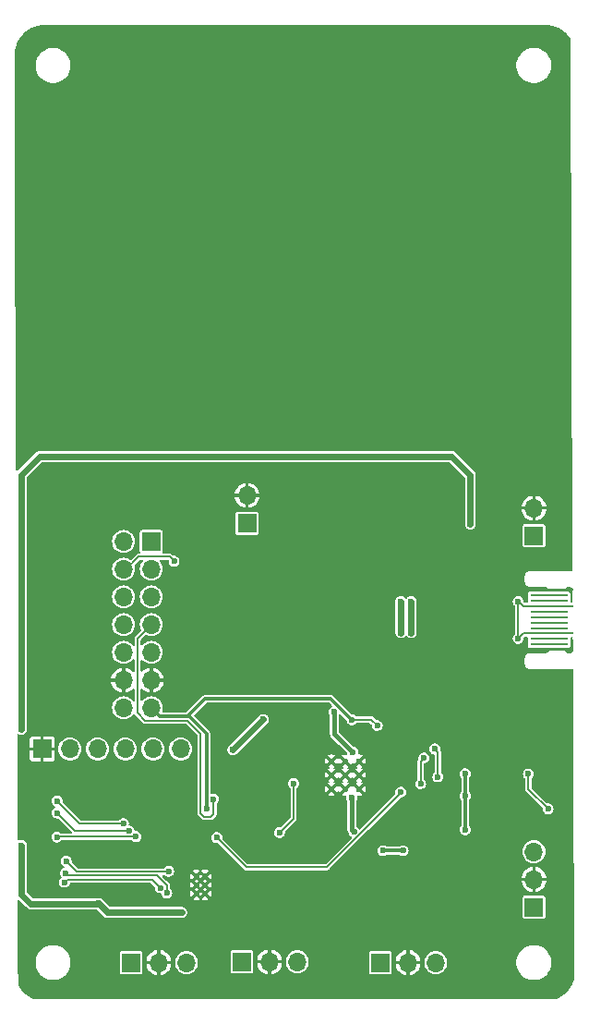
<source format=gbl>
G04 #@! TF.GenerationSoftware,KiCad,Pcbnew,8.0.1-8.0.1-1~ubuntu22.04.1*
G04 #@! TF.CreationDate,2024-06-03T13:26:46-07:00*
G04 #@! TF.ProjectId,emu_brd,656d755f-6272-4642-9e6b-696361645f70,REV1*
G04 #@! TF.SameCoordinates,Original*
G04 #@! TF.FileFunction,Copper,L2,Bot*
G04 #@! TF.FilePolarity,Positive*
%FSLAX46Y46*%
G04 Gerber Fmt 4.6, Leading zero omitted, Abs format (unit mm)*
G04 Created by KiCad (PCBNEW 8.0.1-8.0.1-1~ubuntu22.04.1) date 2024-06-03 13:26:46*
%MOMM*%
%LPD*%
G01*
G04 APERTURE LIST*
G04 #@! TA.AperFunction,ComponentPad*
%ADD10C,0.600000*%
G04 #@! TD*
G04 #@! TA.AperFunction,ComponentPad*
%ADD11R,1.700000X1.700000*%
G04 #@! TD*
G04 #@! TA.AperFunction,ComponentPad*
%ADD12O,1.700000X1.700000*%
G04 #@! TD*
G04 #@! TA.AperFunction,SMDPad,CuDef*
%ADD13R,4.000000X0.250000*%
G04 #@! TD*
G04 #@! TA.AperFunction,SMDPad,CuDef*
%ADD14R,3.500000X0.250000*%
G04 #@! TD*
G04 #@! TA.AperFunction,ViaPad*
%ADD15C,0.600000*%
G04 #@! TD*
G04 #@! TA.AperFunction,Conductor*
%ADD16C,0.600000*%
G04 #@! TD*
G04 #@! TA.AperFunction,Conductor*
%ADD17C,0.200000*%
G04 #@! TD*
G04 #@! TA.AperFunction,Conductor*
%ADD18C,0.300000*%
G04 #@! TD*
G04 #@! TA.AperFunction,Conductor*
%ADD19C,0.150000*%
G04 #@! TD*
G04 #@! TA.AperFunction,Conductor*
%ADD20C,0.400000*%
G04 #@! TD*
G04 APERTURE END LIST*
D10*
X87127400Y-110067400D03*
X86340000Y-110067400D03*
X87127400Y-109280000D03*
X87127400Y-110854800D03*
X86340000Y-110854800D03*
X86340000Y-109280000D03*
D11*
X82200000Y-78605000D03*
D12*
X79660000Y-78605000D03*
X82200000Y-81145000D03*
X79660000Y-81145000D03*
X82200000Y-83685000D03*
X79660000Y-83685000D03*
X82200000Y-86225000D03*
X79660000Y-86225000D03*
X82200000Y-88765000D03*
X79660000Y-88765000D03*
X82200000Y-91305000D03*
X79660000Y-91305000D03*
X82200000Y-93845000D03*
X79660000Y-93845000D03*
D13*
X118940000Y-83030000D03*
X118940000Y-84530000D03*
X118940000Y-87030000D03*
X118940000Y-88530000D03*
D14*
X118690000Y-83530000D03*
X118690000Y-84030000D03*
X118690000Y-85030000D03*
X118690000Y-85530000D03*
X118690000Y-86030000D03*
X118690000Y-86530000D03*
X118690000Y-87530000D03*
X118690000Y-88030000D03*
D11*
X90510000Y-117105000D03*
D12*
X93050000Y-117105000D03*
X95590000Y-117105000D03*
D11*
X80350000Y-117180000D03*
D12*
X82890000Y-117180000D03*
X85430000Y-117180000D03*
D11*
X72200000Y-97605000D03*
D12*
X74740000Y-97605000D03*
X77280000Y-97605000D03*
X79820000Y-97605000D03*
X82360000Y-97605000D03*
X84900000Y-97605000D03*
D11*
X90990000Y-76940000D03*
D12*
X90990000Y-74400000D03*
D10*
X98725000Y-98725000D03*
X98725000Y-100000000D03*
X98725000Y-101275000D03*
X100000000Y-98725000D03*
X100000000Y-100000000D03*
X100000000Y-101275000D03*
X101275000Y-98725000D03*
X101275000Y-100000000D03*
X101275000Y-101275000D03*
D11*
X117290000Y-112100000D03*
D12*
X117290000Y-109560000D03*
X117290000Y-107020000D03*
D11*
X117290000Y-78080000D03*
D12*
X117290000Y-75540000D03*
X108290000Y-117180000D03*
X105750000Y-117180000D03*
D11*
X103210000Y-117180000D03*
D15*
X92740000Y-109150000D03*
X98015000Y-111705000D03*
X111465000Y-77005000D03*
X106040000Y-86955000D03*
X106040000Y-84105000D03*
X105090000Y-86955000D03*
X105090000Y-84105000D03*
X115865000Y-84105000D03*
X116315000Y-83030000D03*
X116115000Y-88530000D03*
X115865000Y-87480000D03*
X77365000Y-117830000D03*
X77365000Y-111755000D03*
X84990000Y-112580000D03*
X91565000Y-110680000D03*
X105290000Y-106930000D03*
X103440000Y-106930000D03*
X84890000Y-103955000D03*
X87915000Y-102205000D03*
X88215000Y-105730000D03*
X92815000Y-113205000D03*
X92710000Y-111030000D03*
X103050000Y-110990000D03*
X73515000Y-112530000D03*
X99619000Y-90497300D03*
X103050000Y-109210000D03*
X103065000Y-113230000D03*
X79790000Y-100200000D03*
X90515000Y-103230000D03*
X101397000Y-109052000D03*
X89940000Y-103555000D03*
X93349300Y-83574500D03*
X97390700Y-106530000D03*
X109165000Y-82305000D03*
X89240000Y-103255000D03*
X101422400Y-107553400D03*
X105544900Y-91179600D03*
X93890000Y-94300000D03*
X104749800Y-91678400D03*
X112190000Y-93300000D03*
X73259622Y-101069622D03*
X112240000Y-82105000D03*
X94790000Y-109000000D03*
X80390000Y-114100000D03*
X107379535Y-95872933D03*
X112513328Y-101581572D03*
X108165500Y-101423781D03*
X116490000Y-98400000D03*
X73197185Y-104600000D03*
X103771000Y-91716500D03*
X93990000Y-104183100D03*
X109130000Y-76920000D03*
X113115000Y-82105000D03*
X98323600Y-90573500D03*
X87285000Y-103117500D03*
X100606443Y-94936193D03*
X70290000Y-106430000D03*
X102921000Y-95463000D03*
X70290000Y-95830000D03*
X98984000Y-94193000D03*
X100800000Y-105200000D03*
X100599970Y-102100000D03*
X100689622Y-97910378D03*
X110990000Y-101900000D03*
X110990000Y-105005000D03*
X89690000Y-97700000D03*
X92490000Y-94900000D03*
X110990000Y-99875500D03*
X83034673Y-110327492D03*
X74250000Y-109820000D03*
X83615000Y-110805000D03*
X74357831Y-108987169D03*
X83790000Y-108805000D03*
X74390000Y-107880000D03*
X80815000Y-105655000D03*
X73540000Y-105675000D03*
X80165000Y-105130000D03*
X73565000Y-103475000D03*
X73565000Y-102375000D03*
X79640000Y-104448199D03*
X84290000Y-80400000D03*
X105080000Y-101559000D03*
X116790000Y-99900000D03*
X118590000Y-103100000D03*
X93961047Y-105276047D03*
X95240000Y-100780000D03*
X107220708Y-98428895D03*
X106898819Y-100799953D03*
X108490000Y-100167433D03*
X108210878Y-97600000D03*
D16*
X84990000Y-112580000D02*
X78190000Y-112580000D01*
X78190000Y-112580000D02*
X77365000Y-111755000D01*
D17*
X75370000Y-108860000D02*
X74390000Y-107880000D01*
X83735000Y-108860000D02*
X75370000Y-108860000D01*
X83615000Y-110805000D02*
X83615000Y-110130000D01*
X83790000Y-108805000D02*
X83735000Y-108860000D01*
X83615000Y-110130000D02*
X82695000Y-109210000D01*
X74580662Y-109210000D02*
X74357831Y-108987169D01*
X82695000Y-109210000D02*
X74580662Y-109210000D01*
X83034673Y-110327492D02*
X82267181Y-109560000D01*
X82267181Y-109560000D02*
X74510000Y-109560000D01*
X74510000Y-109560000D02*
X74250000Y-109820000D01*
X102921000Y-95463000D02*
X102394193Y-94936193D01*
D18*
X87155000Y-92995000D02*
X98634529Y-92995000D01*
X98634529Y-92995000D02*
X100575722Y-94936193D01*
X100575722Y-94936193D02*
X100606443Y-94936193D01*
X85505000Y-94645000D02*
X87155000Y-92995000D01*
D17*
X102394193Y-94936193D02*
X100606443Y-94936193D01*
D18*
X85505000Y-94645000D02*
X85675330Y-94645000D01*
X85675330Y-94645000D02*
X87285000Y-96254670D01*
X87285000Y-96254670D02*
X87285000Y-103117500D01*
X82200000Y-93845000D02*
X83000000Y-94645000D01*
X83000000Y-94645000D02*
X85505000Y-94645000D01*
D19*
X87915000Y-102205000D02*
X87910000Y-102210000D01*
X86710000Y-96210000D02*
X85520000Y-95020000D01*
X87910000Y-102210000D02*
X87910000Y-103580000D01*
X81660000Y-95020000D02*
X80950000Y-94310000D01*
X87910000Y-103580000D02*
X87630000Y-103860000D01*
X80950000Y-94310000D02*
X80950000Y-87475000D01*
X87630000Y-103860000D02*
X87070000Y-103860000D01*
X87070000Y-103860000D02*
X86710000Y-103500000D01*
X86710000Y-103500000D02*
X86710000Y-96210000D01*
X85520000Y-95020000D02*
X81660000Y-95020000D01*
X80950000Y-87475000D02*
X82200000Y-86225000D01*
D16*
X111465000Y-72525000D02*
X111465000Y-77005000D01*
X71990000Y-70800000D02*
X109740000Y-70800000D01*
X109740000Y-70800000D02*
X111465000Y-72525000D01*
D19*
X79675000Y-81365000D02*
X81050000Y-79990000D01*
X81050000Y-79990000D02*
X83880000Y-79990000D01*
X83880000Y-79990000D02*
X84290000Y-80400000D01*
D16*
X106040000Y-86955000D02*
X106040000Y-84105000D01*
X105090000Y-86955000D02*
X105090000Y-84105000D01*
D17*
X115865000Y-84105000D02*
X115890000Y-84105000D01*
X115890000Y-84105000D02*
X116315000Y-84530000D01*
X116315000Y-84530000D02*
X118940000Y-84530000D01*
X115865000Y-87480000D02*
X115865000Y-84105000D01*
X115865000Y-87480000D02*
X116315000Y-87030000D01*
X116315000Y-87030000D02*
X118940000Y-87030000D01*
D19*
X80815000Y-105655000D02*
X73560000Y-105655000D01*
X73560000Y-105655000D02*
X73540000Y-105675000D01*
X80165000Y-105130000D02*
X75220000Y-105130000D01*
X75220000Y-105130000D02*
X73565000Y-103475000D01*
X79640000Y-104448199D02*
X75638199Y-104448199D01*
X75638199Y-104448199D02*
X73565000Y-102375000D01*
D16*
X77340000Y-111780000D02*
X71140000Y-111780000D01*
X77365000Y-111755000D02*
X77340000Y-111780000D01*
X71140000Y-111780000D02*
X70290000Y-110930000D01*
X70290000Y-110930000D02*
X70290000Y-106430000D01*
D18*
X105290000Y-106930000D02*
X103440000Y-106930000D01*
X110990000Y-105005000D02*
X110990000Y-101900000D01*
D19*
X88215000Y-105730000D02*
X90940000Y-108455000D01*
X90940000Y-108455000D02*
X98287463Y-108455000D01*
X98287463Y-108455000D02*
X105080000Y-101662463D01*
X105080000Y-101662463D02*
X105080000Y-101559000D01*
D16*
X71990000Y-70800000D02*
X70290000Y-72500000D01*
X70290000Y-72500000D02*
X70290000Y-95830000D01*
D20*
X100590000Y-104990000D02*
X100590000Y-102109970D01*
X100800000Y-105200000D02*
X100590000Y-104990000D01*
X98984000Y-94193000D02*
X98984000Y-96194000D01*
X100689622Y-97899622D02*
X100689622Y-97910378D01*
X100590000Y-102109970D02*
X100599970Y-102100000D01*
X98984000Y-96194000D02*
X100689622Y-97899622D01*
D18*
X110990000Y-101900000D02*
X110990000Y-99875500D01*
D16*
X92490000Y-94900000D02*
X89690000Y-97700000D01*
D19*
X116790000Y-99900000D02*
X116790000Y-101300000D01*
X116790000Y-101300000D02*
X118590000Y-103100000D01*
X93961047Y-105276047D02*
X95240000Y-103997094D01*
X95240000Y-103997094D02*
X95240000Y-100780000D01*
X107220708Y-98428895D02*
X106898819Y-98750784D01*
X106898819Y-98750784D02*
X106898819Y-100799953D01*
X108490000Y-100167433D02*
X108490000Y-97879122D01*
X108490000Y-97879122D02*
X108210878Y-97600000D01*
G04 #@! TA.AperFunction,Conductor*
G36*
X118715348Y-31321398D02*
G01*
X118985224Y-31367252D01*
X118996018Y-31369715D01*
X119276251Y-31450449D01*
X119286722Y-31454113D01*
X119556134Y-31565708D01*
X119566136Y-31570525D01*
X119821354Y-31711578D01*
X119830755Y-31717485D01*
X120068575Y-31886228D01*
X120077254Y-31893149D01*
X120107388Y-31920078D01*
X120294697Y-32087467D01*
X120302532Y-32095302D01*
X120396053Y-32199952D01*
X120496849Y-32312743D01*
X120503771Y-32321423D01*
X120636488Y-32508471D01*
X120654746Y-32565382D01*
X120840149Y-81195123D01*
X120821464Y-81253385D01*
X120772101Y-81289537D01*
X120741150Y-81294500D01*
X116883607Y-81294500D01*
X116773654Y-81319595D01*
X116773647Y-81319598D01*
X116672034Y-81368531D01*
X116583858Y-81438850D01*
X116583850Y-81438858D01*
X116513531Y-81527034D01*
X116464598Y-81628647D01*
X116464595Y-81628654D01*
X116439500Y-81738607D01*
X116439500Y-82291392D01*
X116464595Y-82401345D01*
X116464596Y-82401348D01*
X116464597Y-82401351D01*
X116480909Y-82435223D01*
X116513531Y-82502965D01*
X116575176Y-82580264D01*
X116583854Y-82591146D01*
X116583858Y-82591149D01*
X116672034Y-82661468D01*
X116705905Y-82677779D01*
X116773649Y-82710403D01*
X116883607Y-82735500D01*
X116900438Y-82735500D01*
X118377849Y-82735500D01*
X118436040Y-82754407D01*
X118455250Y-82772774D01*
X118498275Y-82826725D01*
X118498279Y-82826728D01*
X118595260Y-82904069D01*
X118595264Y-82904072D01*
X118632519Y-82922012D01*
X118707031Y-82957895D01*
X118827974Y-82985500D01*
X118827977Y-82985500D01*
X119952023Y-82985500D01*
X119952026Y-82985500D01*
X120072969Y-82957895D01*
X120184737Y-82904071D01*
X120281725Y-82826725D01*
X120324750Y-82772774D01*
X120375814Y-82739067D01*
X120402151Y-82735500D01*
X120563066Y-82735500D01*
X120599831Y-82742580D01*
X120784448Y-82816427D01*
X120831453Y-82855592D01*
X120846678Y-82907967D01*
X120851243Y-84105122D01*
X120832558Y-84163385D01*
X120783195Y-84199537D01*
X120752244Y-84204500D01*
X120739500Y-84204500D01*
X120681309Y-84185593D01*
X120645345Y-84136093D01*
X120640500Y-84105500D01*
X120640500Y-83885253D01*
X120640500Y-83885252D01*
X120628867Y-83826769D01*
X120628864Y-83826765D01*
X120625187Y-83817887D01*
X120620386Y-83756890D01*
X120625187Y-83742113D01*
X120628863Y-83733236D01*
X120628867Y-83733231D01*
X120640500Y-83674748D01*
X120640500Y-83385252D01*
X120628867Y-83326769D01*
X120584552Y-83260448D01*
X120584548Y-83260445D01*
X120518233Y-83216134D01*
X120518231Y-83216133D01*
X120518228Y-83216132D01*
X120518227Y-83216132D01*
X120459758Y-83204501D01*
X120459748Y-83204500D01*
X116920252Y-83204500D01*
X116920251Y-83204500D01*
X116920241Y-83204501D01*
X116861772Y-83216132D01*
X116861766Y-83216134D01*
X116795451Y-83260445D01*
X116795445Y-83260451D01*
X116751134Y-83326766D01*
X116751132Y-83326772D01*
X116739501Y-83385241D01*
X116739500Y-83385253D01*
X116739500Y-83674746D01*
X116739501Y-83674758D01*
X116751132Y-83733230D01*
X116754814Y-83742119D01*
X116759611Y-83803116D01*
X116754814Y-83817881D01*
X116751132Y-83826769D01*
X116739501Y-83885241D01*
X116739500Y-83885253D01*
X116739500Y-84130500D01*
X116720593Y-84188691D01*
X116671093Y-84224655D01*
X116640500Y-84229500D01*
X116480479Y-84229500D01*
X116422288Y-84210593D01*
X116410475Y-84200504D01*
X116398689Y-84188718D01*
X116370912Y-84134201D01*
X116370754Y-84112081D01*
X116370647Y-84112081D01*
X116370647Y-84104997D01*
X116350165Y-83962543D01*
X116327000Y-83911819D01*
X116290377Y-83831627D01*
X116196128Y-83722857D01*
X116196127Y-83722856D01*
X116196126Y-83722855D01*
X116075057Y-83645049D01*
X116075054Y-83645047D01*
X116075053Y-83645047D01*
X116075050Y-83645046D01*
X115936964Y-83604500D01*
X115936961Y-83604500D01*
X115793039Y-83604500D01*
X115793035Y-83604500D01*
X115654949Y-83645046D01*
X115654942Y-83645049D01*
X115533873Y-83722855D01*
X115439622Y-83831628D01*
X115379834Y-83962543D01*
X115359353Y-84104997D01*
X115359353Y-84105002D01*
X115379834Y-84247456D01*
X115390792Y-84271450D01*
X115439623Y-84378373D01*
X115485579Y-84431410D01*
X115538509Y-84492494D01*
X115536471Y-84494259D01*
X115561925Y-84536458D01*
X115564500Y-84558893D01*
X115564500Y-87026105D01*
X115545593Y-87084296D01*
X115538258Y-87092289D01*
X115538509Y-87092506D01*
X115533872Y-87097856D01*
X115533872Y-87097857D01*
X115490262Y-87148186D01*
X115439622Y-87206628D01*
X115379834Y-87337543D01*
X115359353Y-87479997D01*
X115359353Y-87480002D01*
X115379834Y-87622456D01*
X115403720Y-87674758D01*
X115439623Y-87753373D01*
X115533872Y-87862143D01*
X115533873Y-87862144D01*
X115573040Y-87887315D01*
X115654947Y-87939953D01*
X115761403Y-87971211D01*
X115793035Y-87980499D01*
X115793036Y-87980499D01*
X115793039Y-87980500D01*
X115793041Y-87980500D01*
X115936959Y-87980500D01*
X115936961Y-87980500D01*
X116075053Y-87939953D01*
X116196128Y-87862143D01*
X116290377Y-87753373D01*
X116350165Y-87622457D01*
X116370647Y-87480000D01*
X116367558Y-87458517D01*
X116377990Y-87398228D01*
X116395549Y-87374421D01*
X116410477Y-87359494D01*
X116464994Y-87331718D01*
X116480478Y-87330500D01*
X116640500Y-87330500D01*
X116698691Y-87349407D01*
X116734655Y-87398907D01*
X116739500Y-87429500D01*
X116739500Y-87674746D01*
X116739501Y-87674758D01*
X116751132Y-87733230D01*
X116754814Y-87742119D01*
X116759611Y-87803116D01*
X116754814Y-87817881D01*
X116751132Y-87826769D01*
X116739501Y-87885241D01*
X116739500Y-87885253D01*
X116739500Y-88174746D01*
X116739501Y-88174758D01*
X116751132Y-88233227D01*
X116751133Y-88233231D01*
X116795448Y-88299552D01*
X116861769Y-88343867D01*
X116906231Y-88352711D01*
X116920241Y-88355498D01*
X116920246Y-88355498D01*
X116920252Y-88355500D01*
X116920253Y-88355500D01*
X120459747Y-88355500D01*
X120459748Y-88355500D01*
X120518231Y-88343867D01*
X120584552Y-88299552D01*
X120628867Y-88233231D01*
X120640500Y-88174748D01*
X120640500Y-87885252D01*
X120628867Y-87826769D01*
X120628864Y-87826765D01*
X120625187Y-87817887D01*
X120620386Y-87756890D01*
X120625187Y-87742113D01*
X120628863Y-87733236D01*
X120628867Y-87733231D01*
X120640500Y-87674748D01*
X120640500Y-87454500D01*
X120659407Y-87396309D01*
X120708907Y-87360345D01*
X120739500Y-87355500D01*
X120765013Y-87355500D01*
X120823204Y-87374407D01*
X120859168Y-87423907D01*
X120864011Y-87454120D01*
X120864683Y-87630121D01*
X120868541Y-88642531D01*
X120849856Y-88700793D01*
X120806310Y-88734827D01*
X120599832Y-88817419D01*
X120563064Y-88824500D01*
X120402151Y-88824500D01*
X120343960Y-88805593D01*
X120324750Y-88787226D01*
X120281728Y-88733279D01*
X120281725Y-88733275D01*
X120281720Y-88733271D01*
X120184739Y-88655930D01*
X120184735Y-88655927D01*
X120110225Y-88620046D01*
X120072969Y-88602105D01*
X120072967Y-88602104D01*
X120072964Y-88602103D01*
X119952028Y-88574500D01*
X119952026Y-88574500D01*
X119929562Y-88574500D01*
X118937595Y-88574500D01*
X118890000Y-88574500D01*
X118827974Y-88574500D01*
X118827971Y-88574500D01*
X118707035Y-88602103D01*
X118707029Y-88602106D01*
X118595264Y-88655927D01*
X118595260Y-88655930D01*
X118498279Y-88733271D01*
X118498271Y-88733279D01*
X118455250Y-88787226D01*
X118404186Y-88820933D01*
X118377849Y-88824500D01*
X116883607Y-88824500D01*
X116773654Y-88849595D01*
X116773647Y-88849598D01*
X116672034Y-88898531D01*
X116583858Y-88968850D01*
X116583850Y-88968858D01*
X116513531Y-89057034D01*
X116464598Y-89158647D01*
X116464595Y-89158654D01*
X116439500Y-89268607D01*
X116439500Y-89821392D01*
X116464595Y-89931345D01*
X116464596Y-89931348D01*
X116464597Y-89931351D01*
X116480909Y-89965223D01*
X116513531Y-90032965D01*
X116513533Y-90032967D01*
X116583854Y-90121146D01*
X116583858Y-90121149D01*
X116672034Y-90191468D01*
X116705905Y-90207779D01*
X116773649Y-90240403D01*
X116883607Y-90265500D01*
X116900438Y-90265500D01*
X120776108Y-90265500D01*
X120834299Y-90284407D01*
X120870263Y-90333907D01*
X120875106Y-90364120D01*
X120901237Y-97217855D01*
X120983214Y-118720330D01*
X120979346Y-118748113D01*
X120939551Y-118886246D01*
X120935884Y-118896726D01*
X120824291Y-119166134D01*
X120819474Y-119176136D01*
X120678421Y-119431354D01*
X120672514Y-119440755D01*
X120503771Y-119678575D01*
X120496850Y-119687254D01*
X120302540Y-119904689D01*
X120294689Y-119912540D01*
X120077254Y-120106850D01*
X120068575Y-120113771D01*
X119830755Y-120282514D01*
X119821354Y-120288421D01*
X119566136Y-120429474D01*
X119556134Y-120434291D01*
X119415694Y-120492464D01*
X119377808Y-120500000D01*
X71402192Y-120500000D01*
X71364306Y-120492464D01*
X71223865Y-120434291D01*
X71213863Y-120429474D01*
X70958645Y-120288421D01*
X70949244Y-120282514D01*
X70711424Y-120113771D01*
X70702745Y-120106850D01*
X70601695Y-120016547D01*
X70485302Y-119912532D01*
X70477467Y-119904697D01*
X70359745Y-119772966D01*
X70283149Y-119687254D01*
X70276228Y-119678575D01*
X70107485Y-119440755D01*
X70101578Y-119431354D01*
X69997377Y-119242816D01*
X69985025Y-119195308D01*
X69977822Y-117305965D01*
X71589500Y-117305965D01*
X71628908Y-117554780D01*
X71706759Y-117794379D01*
X71802705Y-117982685D01*
X71821130Y-118018845D01*
X71969207Y-118222656D01*
X72147344Y-118400793D01*
X72351155Y-118548870D01*
X72575621Y-118663241D01*
X72815215Y-118741090D01*
X72815216Y-118741090D01*
X72815219Y-118741091D01*
X73064035Y-118780500D01*
X73064038Y-118780500D01*
X73315965Y-118780500D01*
X73564780Y-118741091D01*
X73564781Y-118741090D01*
X73564785Y-118741090D01*
X73804379Y-118663241D01*
X74028845Y-118548870D01*
X74232656Y-118400793D01*
X74410793Y-118222656D01*
X74536419Y-118049746D01*
X79299500Y-118049746D01*
X79299501Y-118049758D01*
X79311132Y-118108227D01*
X79311134Y-118108233D01*
X79346114Y-118160583D01*
X79355448Y-118174552D01*
X79421769Y-118218867D01*
X79466231Y-118227711D01*
X79480241Y-118230498D01*
X79480246Y-118230498D01*
X79480252Y-118230500D01*
X79480253Y-118230500D01*
X81219747Y-118230500D01*
X81219748Y-118230500D01*
X81278231Y-118218867D01*
X81344552Y-118174552D01*
X81388867Y-118108231D01*
X81400500Y-118049748D01*
X81400500Y-117330000D01*
X81748973Y-117330000D01*
X81754738Y-117392216D01*
X81813064Y-117597210D01*
X81908057Y-117787983D01*
X81908062Y-117787992D01*
X82036496Y-117958064D01*
X82036506Y-117958075D01*
X82193995Y-118101647D01*
X82193994Y-118101647D01*
X82375206Y-118213847D01*
X82573941Y-118290838D01*
X82739999Y-118321880D01*
X82740000Y-118321880D01*
X82740000Y-117657445D01*
X82824174Y-117680000D01*
X82955826Y-117680000D01*
X83040000Y-117657445D01*
X83040000Y-118321880D01*
X83206058Y-118290838D01*
X83404793Y-118213847D01*
X83586004Y-118101647D01*
X83743493Y-117958075D01*
X83743503Y-117958064D01*
X83871937Y-117787992D01*
X83871942Y-117787983D01*
X83966935Y-117597210D01*
X84025261Y-117392216D01*
X84031027Y-117330000D01*
X83367445Y-117330000D01*
X83390000Y-117245826D01*
X83390000Y-117180003D01*
X84374417Y-117180003D01*
X84394698Y-117385929D01*
X84394699Y-117385934D01*
X84454768Y-117583954D01*
X84552316Y-117766452D01*
X84630628Y-117861875D01*
X84683590Y-117926410D01*
X84683595Y-117926414D01*
X84843547Y-118057683D01*
X84843548Y-118057683D01*
X84843550Y-118057685D01*
X85026046Y-118155232D01*
X85163997Y-118197078D01*
X85224065Y-118215300D01*
X85224070Y-118215301D01*
X85429997Y-118235583D01*
X85430000Y-118235583D01*
X85430003Y-118235583D01*
X85635929Y-118215301D01*
X85635934Y-118215300D01*
X85640724Y-118213847D01*
X85833954Y-118155232D01*
X86016450Y-118057685D01*
X86117512Y-117974746D01*
X89459500Y-117974746D01*
X89459501Y-117974758D01*
X89471132Y-118033227D01*
X89471134Y-118033233D01*
X89515445Y-118099548D01*
X89515448Y-118099552D01*
X89581769Y-118143867D01*
X89626231Y-118152711D01*
X89640241Y-118155498D01*
X89640246Y-118155498D01*
X89640252Y-118155500D01*
X89640253Y-118155500D01*
X91379747Y-118155500D01*
X91379748Y-118155500D01*
X91438231Y-118143867D01*
X91504552Y-118099552D01*
X91548867Y-118033231D01*
X91560500Y-117974748D01*
X91560500Y-117255000D01*
X91908973Y-117255000D01*
X91914738Y-117317216D01*
X91973064Y-117522210D01*
X92068057Y-117712983D01*
X92068062Y-117712992D01*
X92196496Y-117883064D01*
X92196506Y-117883075D01*
X92353995Y-118026647D01*
X92353994Y-118026647D01*
X92535206Y-118138847D01*
X92733941Y-118215838D01*
X92899999Y-118246880D01*
X92900000Y-118246880D01*
X92900000Y-117582445D01*
X92984174Y-117605000D01*
X93115826Y-117605000D01*
X93200000Y-117582445D01*
X93200000Y-118246880D01*
X93366058Y-118215838D01*
X93564793Y-118138847D01*
X93746004Y-118026647D01*
X93903493Y-117883075D01*
X93903503Y-117883064D01*
X94031937Y-117712992D01*
X94031942Y-117712983D01*
X94126935Y-117522210D01*
X94185261Y-117317216D01*
X94191027Y-117255000D01*
X93527445Y-117255000D01*
X93550000Y-117170826D01*
X93550000Y-117105003D01*
X94534417Y-117105003D01*
X94554698Y-117310929D01*
X94554699Y-117310934D01*
X94614768Y-117508954D01*
X94712316Y-117691452D01*
X94796786Y-117794379D01*
X94843590Y-117851410D01*
X94843595Y-117851414D01*
X95003547Y-117982683D01*
X95003548Y-117982683D01*
X95003550Y-117982685D01*
X95186046Y-118080232D01*
X95323997Y-118122078D01*
X95384065Y-118140300D01*
X95384070Y-118140301D01*
X95589997Y-118160583D01*
X95590000Y-118160583D01*
X95590003Y-118160583D01*
X95795929Y-118140301D01*
X95795934Y-118140300D01*
X95800724Y-118138847D01*
X95993954Y-118080232D01*
X96050989Y-118049746D01*
X102159500Y-118049746D01*
X102159501Y-118049758D01*
X102171132Y-118108227D01*
X102171134Y-118108233D01*
X102206114Y-118160583D01*
X102215448Y-118174552D01*
X102281769Y-118218867D01*
X102326231Y-118227711D01*
X102340241Y-118230498D01*
X102340246Y-118230498D01*
X102340252Y-118230500D01*
X102340253Y-118230500D01*
X104079747Y-118230500D01*
X104079748Y-118230500D01*
X104138231Y-118218867D01*
X104204552Y-118174552D01*
X104248867Y-118108231D01*
X104260500Y-118049748D01*
X104260500Y-117330000D01*
X104608973Y-117330000D01*
X104614738Y-117392216D01*
X104673064Y-117597210D01*
X104768057Y-117787983D01*
X104768062Y-117787992D01*
X104896496Y-117958064D01*
X104896506Y-117958075D01*
X105053995Y-118101647D01*
X105053994Y-118101647D01*
X105235206Y-118213847D01*
X105433941Y-118290838D01*
X105599999Y-118321880D01*
X105600000Y-118321880D01*
X105600000Y-117657445D01*
X105684174Y-117680000D01*
X105815826Y-117680000D01*
X105900000Y-117657445D01*
X105900000Y-118321880D01*
X106066058Y-118290838D01*
X106264793Y-118213847D01*
X106446004Y-118101647D01*
X106603493Y-117958075D01*
X106603503Y-117958064D01*
X106731937Y-117787992D01*
X106731942Y-117787983D01*
X106826935Y-117597210D01*
X106885261Y-117392216D01*
X106891027Y-117330000D01*
X106227445Y-117330000D01*
X106250000Y-117245826D01*
X106250000Y-117180003D01*
X107234417Y-117180003D01*
X107254698Y-117385929D01*
X107254699Y-117385934D01*
X107314768Y-117583954D01*
X107412316Y-117766452D01*
X107490628Y-117861875D01*
X107543590Y-117926410D01*
X107543595Y-117926414D01*
X107703547Y-118057683D01*
X107703548Y-118057683D01*
X107703550Y-118057685D01*
X107886046Y-118155232D01*
X108023997Y-118197078D01*
X108084065Y-118215300D01*
X108084070Y-118215301D01*
X108289997Y-118235583D01*
X108290000Y-118235583D01*
X108290003Y-118235583D01*
X108495929Y-118215301D01*
X108495934Y-118215300D01*
X108500724Y-118213847D01*
X108693954Y-118155232D01*
X108876450Y-118057685D01*
X109036410Y-117926410D01*
X109167685Y-117766450D01*
X109265232Y-117583954D01*
X109325300Y-117385934D01*
X109325301Y-117385929D01*
X109333177Y-117305965D01*
X115689500Y-117305965D01*
X115728908Y-117554780D01*
X115806759Y-117794379D01*
X115902705Y-117982685D01*
X115921130Y-118018845D01*
X116069207Y-118222656D01*
X116247344Y-118400793D01*
X116451155Y-118548870D01*
X116675621Y-118663241D01*
X116915215Y-118741090D01*
X116915216Y-118741090D01*
X116915219Y-118741091D01*
X117164035Y-118780500D01*
X117164038Y-118780500D01*
X117415965Y-118780500D01*
X117664780Y-118741091D01*
X117664781Y-118741090D01*
X117664785Y-118741090D01*
X117904379Y-118663241D01*
X118128845Y-118548870D01*
X118332656Y-118400793D01*
X118510793Y-118222656D01*
X118658870Y-118018845D01*
X118773241Y-117794379D01*
X118851090Y-117554785D01*
X118851091Y-117554780D01*
X118890500Y-117305965D01*
X118890500Y-117054034D01*
X118851091Y-116805219D01*
X118837305Y-116762789D01*
X118773241Y-116565621D01*
X118658870Y-116341155D01*
X118510793Y-116137344D01*
X118332656Y-115959207D01*
X118128845Y-115811130D01*
X118128844Y-115811129D01*
X118128842Y-115811128D01*
X117904379Y-115696759D01*
X117664780Y-115618908D01*
X117415965Y-115579500D01*
X117415962Y-115579500D01*
X117164038Y-115579500D01*
X117164035Y-115579500D01*
X116915219Y-115618908D01*
X116675620Y-115696759D01*
X116451157Y-115811128D01*
X116247345Y-115959206D01*
X116069206Y-116137345D01*
X115921128Y-116341157D01*
X115806759Y-116565620D01*
X115728908Y-116805219D01*
X115689500Y-117054034D01*
X115689500Y-117305965D01*
X109333177Y-117305965D01*
X109345583Y-117180003D01*
X109345583Y-117179996D01*
X109325301Y-116974070D01*
X109325300Y-116974065D01*
X109266401Y-116779901D01*
X109265232Y-116776046D01*
X109167685Y-116593550D01*
X109150005Y-116572007D01*
X109036414Y-116433595D01*
X109036410Y-116433590D01*
X108945016Y-116358585D01*
X108876452Y-116302316D01*
X108693954Y-116204768D01*
X108495934Y-116144699D01*
X108495929Y-116144698D01*
X108290003Y-116124417D01*
X108289997Y-116124417D01*
X108084070Y-116144698D01*
X108084065Y-116144699D01*
X107886045Y-116204768D01*
X107703547Y-116302316D01*
X107543595Y-116433585D01*
X107543585Y-116433595D01*
X107412316Y-116593547D01*
X107314768Y-116776045D01*
X107254699Y-116974065D01*
X107254698Y-116974070D01*
X107234417Y-117179996D01*
X107234417Y-117180003D01*
X106250000Y-117180003D01*
X106250000Y-117114174D01*
X106227445Y-117030000D01*
X106891026Y-117030000D01*
X106885261Y-116967783D01*
X106826935Y-116762789D01*
X106731942Y-116572016D01*
X106731937Y-116572007D01*
X106603503Y-116401935D01*
X106603493Y-116401924D01*
X106446004Y-116258352D01*
X106446005Y-116258352D01*
X106264793Y-116146152D01*
X106066061Y-116069162D01*
X106066055Y-116069160D01*
X105900000Y-116038118D01*
X105900000Y-116702554D01*
X105815826Y-116680000D01*
X105684174Y-116680000D01*
X105600000Y-116702554D01*
X105600000Y-116038119D01*
X105599999Y-116038118D01*
X105433944Y-116069160D01*
X105433938Y-116069162D01*
X105235206Y-116146152D01*
X105053995Y-116258352D01*
X104896506Y-116401924D01*
X104896496Y-116401935D01*
X104768062Y-116572007D01*
X104768057Y-116572016D01*
X104673064Y-116762789D01*
X104614738Y-116967783D01*
X104608973Y-117030000D01*
X105272555Y-117030000D01*
X105250000Y-117114174D01*
X105250000Y-117245826D01*
X105272555Y-117330000D01*
X104608973Y-117330000D01*
X104260500Y-117330000D01*
X104260500Y-116310252D01*
X104258921Y-116302316D01*
X104250176Y-116258352D01*
X104248867Y-116251769D01*
X104204552Y-116185448D01*
X104204548Y-116185445D01*
X104138233Y-116141134D01*
X104138231Y-116141133D01*
X104138228Y-116141132D01*
X104138227Y-116141132D01*
X104079758Y-116129501D01*
X104079748Y-116129500D01*
X102340252Y-116129500D01*
X102340251Y-116129500D01*
X102340241Y-116129501D01*
X102281772Y-116141132D01*
X102281766Y-116141134D01*
X102215451Y-116185445D01*
X102215445Y-116185451D01*
X102171134Y-116251766D01*
X102171132Y-116251772D01*
X102159501Y-116310241D01*
X102159500Y-116310253D01*
X102159500Y-118049746D01*
X96050989Y-118049746D01*
X96176450Y-117982685D01*
X96336410Y-117851410D01*
X96467685Y-117691450D01*
X96565232Y-117508954D01*
X96625300Y-117310934D01*
X96625301Y-117310929D01*
X96645583Y-117105003D01*
X96645583Y-117104996D01*
X96625301Y-116899070D01*
X96625300Y-116899065D01*
X96589152Y-116779901D01*
X96565232Y-116701046D01*
X96467685Y-116518550D01*
X96450005Y-116497007D01*
X96336414Y-116358595D01*
X96336410Y-116358590D01*
X96277510Y-116310252D01*
X96176452Y-116227316D01*
X95993954Y-116129768D01*
X95795934Y-116069699D01*
X95795929Y-116069698D01*
X95590003Y-116049417D01*
X95589997Y-116049417D01*
X95384070Y-116069698D01*
X95384065Y-116069699D01*
X95186045Y-116129768D01*
X95003547Y-116227316D01*
X94843595Y-116358585D01*
X94843585Y-116358595D01*
X94712316Y-116518547D01*
X94614768Y-116701045D01*
X94554699Y-116899065D01*
X94554698Y-116899070D01*
X94534417Y-117104996D01*
X94534417Y-117105003D01*
X93550000Y-117105003D01*
X93550000Y-117039174D01*
X93527445Y-116955000D01*
X94191026Y-116955000D01*
X94185261Y-116892783D01*
X94126935Y-116687789D01*
X94031942Y-116497016D01*
X94031937Y-116497007D01*
X93903503Y-116326935D01*
X93903493Y-116326924D01*
X93746004Y-116183352D01*
X93746005Y-116183352D01*
X93564793Y-116071152D01*
X93366061Y-115994162D01*
X93366055Y-115994160D01*
X93200000Y-115963118D01*
X93200000Y-116627554D01*
X93115826Y-116605000D01*
X92984174Y-116605000D01*
X92900000Y-116627554D01*
X92900000Y-115963119D01*
X92899999Y-115963118D01*
X92733944Y-115994160D01*
X92733938Y-115994162D01*
X92535206Y-116071152D01*
X92353995Y-116183352D01*
X92196506Y-116326924D01*
X92196496Y-116326935D01*
X92068062Y-116497007D01*
X92068057Y-116497016D01*
X91973064Y-116687789D01*
X91914738Y-116892783D01*
X91908973Y-116955000D01*
X92572555Y-116955000D01*
X92550000Y-117039174D01*
X92550000Y-117170826D01*
X92572555Y-117255000D01*
X91908973Y-117255000D01*
X91560500Y-117255000D01*
X91560500Y-116235252D01*
X91558921Y-116227316D01*
X91554436Y-116204768D01*
X91548867Y-116176769D01*
X91504552Y-116110448D01*
X91504548Y-116110445D01*
X91438233Y-116066134D01*
X91438231Y-116066133D01*
X91438228Y-116066132D01*
X91438227Y-116066132D01*
X91379758Y-116054501D01*
X91379748Y-116054500D01*
X89640252Y-116054500D01*
X89640251Y-116054500D01*
X89640241Y-116054501D01*
X89581772Y-116066132D01*
X89581766Y-116066134D01*
X89515451Y-116110445D01*
X89515445Y-116110451D01*
X89471134Y-116176766D01*
X89471132Y-116176772D01*
X89459501Y-116235241D01*
X89459500Y-116235253D01*
X89459500Y-117974746D01*
X86117512Y-117974746D01*
X86176410Y-117926410D01*
X86307685Y-117766450D01*
X86405232Y-117583954D01*
X86465300Y-117385934D01*
X86465301Y-117385929D01*
X86485583Y-117180003D01*
X86485583Y-117179996D01*
X86465301Y-116974070D01*
X86465300Y-116974065D01*
X86406401Y-116779901D01*
X86405232Y-116776046D01*
X86307685Y-116593550D01*
X86290005Y-116572007D01*
X86176414Y-116433595D01*
X86176410Y-116433590D01*
X86085016Y-116358585D01*
X86016452Y-116302316D01*
X85833954Y-116204768D01*
X85635934Y-116144699D01*
X85635929Y-116144698D01*
X85430003Y-116124417D01*
X85429997Y-116124417D01*
X85224070Y-116144698D01*
X85224065Y-116144699D01*
X85026045Y-116204768D01*
X84843547Y-116302316D01*
X84683595Y-116433585D01*
X84683585Y-116433595D01*
X84552316Y-116593547D01*
X84454768Y-116776045D01*
X84394699Y-116974065D01*
X84394698Y-116974070D01*
X84374417Y-117179996D01*
X84374417Y-117180003D01*
X83390000Y-117180003D01*
X83390000Y-117114174D01*
X83367445Y-117030000D01*
X84031026Y-117030000D01*
X84025261Y-116967783D01*
X83966935Y-116762789D01*
X83871942Y-116572016D01*
X83871937Y-116572007D01*
X83743503Y-116401935D01*
X83743493Y-116401924D01*
X83586004Y-116258352D01*
X83586005Y-116258352D01*
X83404793Y-116146152D01*
X83206061Y-116069162D01*
X83206055Y-116069160D01*
X83040000Y-116038118D01*
X83040000Y-116702554D01*
X82955826Y-116680000D01*
X82824174Y-116680000D01*
X82740000Y-116702554D01*
X82740000Y-116038119D01*
X82739999Y-116038118D01*
X82573944Y-116069160D01*
X82573938Y-116069162D01*
X82375206Y-116146152D01*
X82193995Y-116258352D01*
X82036506Y-116401924D01*
X82036496Y-116401935D01*
X81908062Y-116572007D01*
X81908057Y-116572016D01*
X81813064Y-116762789D01*
X81754738Y-116967783D01*
X81748973Y-117030000D01*
X82412555Y-117030000D01*
X82390000Y-117114174D01*
X82390000Y-117245826D01*
X82412555Y-117330000D01*
X81748973Y-117330000D01*
X81400500Y-117330000D01*
X81400500Y-116310252D01*
X81398921Y-116302316D01*
X81390176Y-116258352D01*
X81388867Y-116251769D01*
X81344552Y-116185448D01*
X81344548Y-116185445D01*
X81278233Y-116141134D01*
X81278231Y-116141133D01*
X81278228Y-116141132D01*
X81278227Y-116141132D01*
X81219758Y-116129501D01*
X81219748Y-116129500D01*
X79480252Y-116129500D01*
X79480251Y-116129500D01*
X79480241Y-116129501D01*
X79421772Y-116141132D01*
X79421766Y-116141134D01*
X79355451Y-116185445D01*
X79355445Y-116185451D01*
X79311134Y-116251766D01*
X79311132Y-116251772D01*
X79299501Y-116310241D01*
X79299500Y-116310253D01*
X79299500Y-118049746D01*
X74536419Y-118049746D01*
X74558870Y-118018845D01*
X74673241Y-117794379D01*
X74751090Y-117554785D01*
X74751091Y-117554780D01*
X74790500Y-117305965D01*
X74790500Y-117054034D01*
X74751091Y-116805219D01*
X74737305Y-116762789D01*
X74673241Y-116565621D01*
X74558870Y-116341155D01*
X74410793Y-116137344D01*
X74232656Y-115959207D01*
X74028845Y-115811130D01*
X74028844Y-115811129D01*
X74028842Y-115811128D01*
X73804379Y-115696759D01*
X73564780Y-115618908D01*
X73315965Y-115579500D01*
X73315962Y-115579500D01*
X73064038Y-115579500D01*
X73064035Y-115579500D01*
X72815219Y-115618908D01*
X72575620Y-115696759D01*
X72351157Y-115811128D01*
X72147345Y-115959206D01*
X71969206Y-116137345D01*
X71821128Y-116341157D01*
X71706759Y-116565620D01*
X71628908Y-116805219D01*
X71589500Y-117054034D01*
X71589500Y-117305965D01*
X69977822Y-117305965D01*
X69955851Y-111543047D01*
X69974536Y-111484787D01*
X70023899Y-111448635D01*
X70085084Y-111448401D01*
X70124854Y-111472668D01*
X70739500Y-112087314D01*
X70739499Y-112087314D01*
X70832685Y-112180499D01*
X70832690Y-112180503D01*
X70946810Y-112246390D01*
X70946808Y-112246390D01*
X70946812Y-112246391D01*
X70946814Y-112246392D01*
X71074108Y-112280500D01*
X71205893Y-112280500D01*
X77141678Y-112280500D01*
X77199869Y-112299407D01*
X77211682Y-112309496D01*
X77789498Y-112887311D01*
X77789500Y-112887314D01*
X77882686Y-112980500D01*
X77882688Y-112980501D01*
X77882690Y-112980503D01*
X77996810Y-113046390D01*
X77996808Y-113046390D01*
X77996812Y-113046391D01*
X77996814Y-113046392D01*
X78124107Y-113080500D01*
X78124108Y-113080500D01*
X78124109Y-113080500D01*
X85061958Y-113080500D01*
X85061961Y-113080500D01*
X85124190Y-113062227D01*
X85126393Y-113061608D01*
X85183186Y-113046392D01*
X85183192Y-113046388D01*
X85189188Y-113043906D01*
X85189424Y-113044476D01*
X85199792Y-113040029D01*
X85200053Y-113039953D01*
X85248605Y-113008749D01*
X85252580Y-113006326D01*
X85297314Y-112980500D01*
X85298326Y-112979487D01*
X85310412Y-112969746D01*
X116239500Y-112969746D01*
X116239501Y-112969758D01*
X116251132Y-113028227D01*
X116251134Y-113028233D01*
X116295445Y-113094548D01*
X116295448Y-113094552D01*
X116361769Y-113138867D01*
X116406231Y-113147711D01*
X116420241Y-113150498D01*
X116420246Y-113150498D01*
X116420252Y-113150500D01*
X116420253Y-113150500D01*
X118159747Y-113150500D01*
X118159748Y-113150500D01*
X118218231Y-113138867D01*
X118284552Y-113094552D01*
X118328867Y-113028231D01*
X118340500Y-112969748D01*
X118340500Y-111230252D01*
X118328867Y-111171769D01*
X118284552Y-111105448D01*
X118284548Y-111105445D01*
X118218233Y-111061134D01*
X118218231Y-111061133D01*
X118218228Y-111061132D01*
X118218227Y-111061132D01*
X118159758Y-111049501D01*
X118159748Y-111049500D01*
X116420252Y-111049500D01*
X116420251Y-111049500D01*
X116420241Y-111049501D01*
X116361772Y-111061132D01*
X116361766Y-111061134D01*
X116295451Y-111105445D01*
X116295445Y-111105451D01*
X116251134Y-111171766D01*
X116251132Y-111171772D01*
X116239501Y-111230241D01*
X116239500Y-111230253D01*
X116239500Y-112969746D01*
X85310412Y-112969746D01*
X85314808Y-112966203D01*
X85321128Y-112962143D01*
X85354236Y-112923932D01*
X85359025Y-112918787D01*
X85390500Y-112887314D01*
X85394818Y-112879833D01*
X85405744Y-112864489D01*
X85415377Y-112853373D01*
X85433412Y-112813880D01*
X85437713Y-112805537D01*
X85456392Y-112773186D01*
X85460491Y-112757885D01*
X85466064Y-112742383D01*
X85475165Y-112722457D01*
X85480326Y-112686557D01*
X85482683Y-112675061D01*
X85490500Y-112645892D01*
X85490500Y-112622876D01*
X85491508Y-112608786D01*
X85495647Y-112580001D01*
X85495647Y-112579998D01*
X85491508Y-112551211D01*
X85490500Y-112537122D01*
X85490500Y-112514109D01*
X85490500Y-112514108D01*
X85482688Y-112484953D01*
X85480324Y-112473431D01*
X85475165Y-112437543D01*
X85466058Y-112417603D01*
X85460489Y-112402106D01*
X85456394Y-112386819D01*
X85456391Y-112386813D01*
X85437720Y-112354472D01*
X85433404Y-112346099D01*
X85415377Y-112306627D01*
X85405742Y-112295508D01*
X85394823Y-112280174D01*
X85390500Y-112272686D01*
X85359044Y-112241230D01*
X85354230Y-112236058D01*
X85321129Y-112197858D01*
X85321127Y-112197856D01*
X85314807Y-112193794D01*
X85298338Y-112180523D01*
X85297318Y-112179503D01*
X85297309Y-112179496D01*
X85252613Y-112153691D01*
X85248589Y-112151239D01*
X85200054Y-112120047D01*
X85199770Y-112119964D01*
X85189408Y-112115528D01*
X85189176Y-112116089D01*
X85183187Y-112113608D01*
X85126421Y-112098398D01*
X85124153Y-112097761D01*
X85061964Y-112079500D01*
X85061961Y-112079500D01*
X85055892Y-112079500D01*
X78438321Y-112079500D01*
X78380130Y-112060593D01*
X78368317Y-112050504D01*
X77734038Y-111416224D01*
X77729222Y-111411050D01*
X77701362Y-111378898D01*
X77697834Y-111374826D01*
X86032104Y-111374826D01*
X86037412Y-111378899D01*
X86183368Y-111439355D01*
X86183369Y-111439356D01*
X86339999Y-111459977D01*
X86340001Y-111459977D01*
X86496630Y-111439356D01*
X86496630Y-111439355D01*
X86642591Y-111378898D01*
X86647894Y-111374827D01*
X86647893Y-111374826D01*
X86819503Y-111374826D01*
X86824811Y-111378899D01*
X86970768Y-111439355D01*
X86970769Y-111439356D01*
X87127399Y-111459977D01*
X87127401Y-111459977D01*
X87284030Y-111439356D01*
X87284030Y-111439355D01*
X87429990Y-111378898D01*
X87435294Y-111374827D01*
X87127399Y-111066932D01*
X86819503Y-111374826D01*
X86647893Y-111374826D01*
X86339999Y-111066932D01*
X86032104Y-111374826D01*
X77697834Y-111374826D01*
X77696128Y-111372857D01*
X77696127Y-111372856D01*
X77689807Y-111368794D01*
X77673338Y-111355523D01*
X77672318Y-111354503D01*
X77672309Y-111354496D01*
X77627613Y-111328691D01*
X77623589Y-111326239D01*
X77575054Y-111295047D01*
X77574770Y-111294964D01*
X77564408Y-111290528D01*
X77564176Y-111291089D01*
X77558187Y-111288608D01*
X77501421Y-111273398D01*
X77499153Y-111272761D01*
X77436964Y-111254500D01*
X77436961Y-111254500D01*
X77293039Y-111254500D01*
X77293037Y-111254500D01*
X77293033Y-111254501D01*
X77230862Y-111272755D01*
X77228605Y-111273389D01*
X77218402Y-111276124D01*
X77192769Y-111279500D01*
X71388322Y-111279500D01*
X71330131Y-111260593D01*
X71318318Y-111250504D01*
X70819496Y-110751682D01*
X70791719Y-110697165D01*
X70790500Y-110681678D01*
X70790500Y-109820002D01*
X73744353Y-109820002D01*
X73764834Y-109962456D01*
X73788377Y-110014007D01*
X73824623Y-110093373D01*
X73918872Y-110202143D01*
X73918873Y-110202144D01*
X74039293Y-110279533D01*
X74039947Y-110279953D01*
X74128680Y-110306007D01*
X74178035Y-110320499D01*
X74178036Y-110320499D01*
X74178039Y-110320500D01*
X74178041Y-110320500D01*
X74321959Y-110320500D01*
X74321961Y-110320500D01*
X74460053Y-110279953D01*
X74581128Y-110202143D01*
X74675377Y-110093373D01*
X74735165Y-109962457D01*
X74737615Y-109945411D01*
X74764610Y-109890505D01*
X74818724Y-109861950D01*
X74835608Y-109860500D01*
X82101702Y-109860500D01*
X82159893Y-109879407D01*
X82171706Y-109889496D01*
X82504126Y-110221916D01*
X82531903Y-110276433D01*
X82532114Y-110306006D01*
X82530032Y-110320499D01*
X82529026Y-110327494D01*
X82549507Y-110469948D01*
X82584653Y-110546905D01*
X82609296Y-110600865D01*
X82696825Y-110701880D01*
X82703546Y-110709636D01*
X82824615Y-110787442D01*
X82824620Y-110787445D01*
X82931076Y-110818703D01*
X82962708Y-110827991D01*
X82962709Y-110827991D01*
X82962712Y-110827992D01*
X82962714Y-110827992D01*
X83026874Y-110827992D01*
X83085065Y-110846899D01*
X83121029Y-110896399D01*
X83124866Y-110912903D01*
X83129834Y-110947455D01*
X83129835Y-110947457D01*
X83189623Y-111078373D01*
X83270553Y-111171772D01*
X83283873Y-111187144D01*
X83404942Y-111264950D01*
X83404947Y-111264953D01*
X83507156Y-111294964D01*
X83543035Y-111305499D01*
X83543036Y-111305499D01*
X83543039Y-111305500D01*
X83543041Y-111305500D01*
X83686959Y-111305500D01*
X83686961Y-111305500D01*
X83825053Y-111264953D01*
X83946128Y-111187143D01*
X84040377Y-111078373D01*
X84100165Y-110947457D01*
X84113487Y-110854800D01*
X85734823Y-110854800D01*
X85755443Y-111011430D01*
X85755444Y-111011431D01*
X85815899Y-111157386D01*
X85819972Y-111162695D01*
X86093057Y-110889610D01*
X86165000Y-110889610D01*
X86191643Y-110953929D01*
X86240871Y-111003157D01*
X86305190Y-111029800D01*
X86374810Y-111029800D01*
X86439129Y-111003157D01*
X86488357Y-110953929D01*
X86515000Y-110889610D01*
X86515000Y-110854800D01*
X86552133Y-110854800D01*
X86733700Y-111036367D01*
X86880457Y-110889610D01*
X86952400Y-110889610D01*
X86979043Y-110953929D01*
X87028271Y-111003157D01*
X87092590Y-111029800D01*
X87162210Y-111029800D01*
X87226529Y-111003157D01*
X87275757Y-110953929D01*
X87302400Y-110889610D01*
X87302400Y-110854799D01*
X87339532Y-110854799D01*
X87647427Y-111162694D01*
X87651498Y-111157390D01*
X87711955Y-111011430D01*
X87711956Y-111011430D01*
X87732577Y-110854800D01*
X87732577Y-110854799D01*
X87711956Y-110698172D01*
X87711954Y-110698164D01*
X87651501Y-110552216D01*
X87651499Y-110552213D01*
X87647425Y-110546904D01*
X87339532Y-110854799D01*
X87302400Y-110854799D01*
X87302400Y-110819990D01*
X87275757Y-110755671D01*
X87226529Y-110706443D01*
X87162210Y-110679800D01*
X87092590Y-110679800D01*
X87028271Y-110706443D01*
X86979043Y-110755671D01*
X86952400Y-110819990D01*
X86952400Y-110889610D01*
X86880457Y-110889610D01*
X86915267Y-110854800D01*
X86733700Y-110673233D01*
X86552133Y-110854800D01*
X86515000Y-110854800D01*
X86515000Y-110819990D01*
X86488357Y-110755671D01*
X86439129Y-110706443D01*
X86374810Y-110679800D01*
X86305190Y-110679800D01*
X86240871Y-110706443D01*
X86191643Y-110755671D01*
X86165000Y-110819990D01*
X86165000Y-110889610D01*
X86093057Y-110889610D01*
X86127867Y-110854800D01*
X85819972Y-110546905D01*
X85815900Y-110552213D01*
X85755445Y-110698164D01*
X85755443Y-110698172D01*
X85734823Y-110854799D01*
X85734823Y-110854800D01*
X84113487Y-110854800D01*
X84114623Y-110846899D01*
X84120647Y-110805002D01*
X84120647Y-110804997D01*
X84100165Y-110662543D01*
X84068792Y-110593847D01*
X84040377Y-110531627D01*
X83979265Y-110461100D01*
X86158433Y-110461100D01*
X86340000Y-110642667D01*
X86521567Y-110461100D01*
X86945833Y-110461100D01*
X87127400Y-110642667D01*
X87308967Y-110461100D01*
X87127400Y-110279533D01*
X86945833Y-110461100D01*
X86521567Y-110461100D01*
X86340000Y-110279533D01*
X86158433Y-110461100D01*
X83979265Y-110461100D01*
X83946128Y-110422857D01*
X83946127Y-110422856D01*
X83941491Y-110417506D01*
X83943524Y-110415743D01*
X83918067Y-110373505D01*
X83915500Y-110351105D01*
X83915500Y-110090437D01*
X83915499Y-110090435D01*
X83909326Y-110067400D01*
X85734823Y-110067400D01*
X85755443Y-110224030D01*
X85755444Y-110224031D01*
X85815899Y-110369986D01*
X85815898Y-110369986D01*
X85819971Y-110375294D01*
X86093057Y-110102210D01*
X86165000Y-110102210D01*
X86191643Y-110166529D01*
X86240871Y-110215757D01*
X86305190Y-110242400D01*
X86374810Y-110242400D01*
X86439129Y-110215757D01*
X86488357Y-110166529D01*
X86515000Y-110102210D01*
X86515000Y-110067400D01*
X86552133Y-110067400D01*
X86733700Y-110248967D01*
X86880457Y-110102210D01*
X86952400Y-110102210D01*
X86979043Y-110166529D01*
X87028271Y-110215757D01*
X87092590Y-110242400D01*
X87162210Y-110242400D01*
X87226529Y-110215757D01*
X87275757Y-110166529D01*
X87302400Y-110102210D01*
X87302400Y-110067399D01*
X87339532Y-110067399D01*
X87647427Y-110375294D01*
X87651498Y-110369991D01*
X87711955Y-110224030D01*
X87711956Y-110224030D01*
X87732577Y-110067400D01*
X87732577Y-110067399D01*
X87711956Y-109910772D01*
X87711954Y-109910764D01*
X87651501Y-109764816D01*
X87651499Y-109764813D01*
X87647425Y-109759504D01*
X87339532Y-110067399D01*
X87302400Y-110067399D01*
X87302400Y-110032590D01*
X87275757Y-109968271D01*
X87226529Y-109919043D01*
X87162210Y-109892400D01*
X87092590Y-109892400D01*
X87028271Y-109919043D01*
X86979043Y-109968271D01*
X86952400Y-110032590D01*
X86952400Y-110102210D01*
X86880457Y-110102210D01*
X86915267Y-110067400D01*
X86733700Y-109885833D01*
X86552133Y-110067400D01*
X86515000Y-110067400D01*
X86515000Y-110032590D01*
X86488357Y-109968271D01*
X86439129Y-109919043D01*
X86374810Y-109892400D01*
X86305190Y-109892400D01*
X86240871Y-109919043D01*
X86191643Y-109968271D01*
X86165000Y-110032590D01*
X86165000Y-110102210D01*
X86093057Y-110102210D01*
X86127867Y-110067400D01*
X85819972Y-109759505D01*
X85815900Y-109764813D01*
X85755445Y-109910764D01*
X85755443Y-109910772D01*
X85734823Y-110067399D01*
X85734823Y-110067400D01*
X83909326Y-110067400D01*
X83909326Y-110067399D01*
X83895021Y-110014011D01*
X83865256Y-109962457D01*
X83855460Y-109945489D01*
X83799511Y-109889539D01*
X83799511Y-109889540D01*
X83583671Y-109673700D01*
X86158433Y-109673700D01*
X86340000Y-109855267D01*
X86521567Y-109673700D01*
X86945833Y-109673700D01*
X87127400Y-109855267D01*
X87272667Y-109710000D01*
X116148973Y-109710000D01*
X116154738Y-109772216D01*
X116213064Y-109977210D01*
X116308057Y-110167983D01*
X116308062Y-110167992D01*
X116436496Y-110338064D01*
X116436506Y-110338075D01*
X116593995Y-110481647D01*
X116593994Y-110481647D01*
X116775206Y-110593847D01*
X116973941Y-110670838D01*
X117139999Y-110701880D01*
X117140000Y-110701880D01*
X117140000Y-110037445D01*
X117224174Y-110060000D01*
X117355826Y-110060000D01*
X117440000Y-110037445D01*
X117440000Y-110701880D01*
X117606058Y-110670838D01*
X117804793Y-110593847D01*
X117986004Y-110481647D01*
X118143493Y-110338075D01*
X118143503Y-110338064D01*
X118271937Y-110167992D01*
X118271942Y-110167983D01*
X118366935Y-109977210D01*
X118425261Y-109772216D01*
X118431027Y-109710000D01*
X117767445Y-109710000D01*
X117790000Y-109625826D01*
X117790000Y-109494174D01*
X117767445Y-109410000D01*
X118431026Y-109410000D01*
X118425261Y-109347783D01*
X118366935Y-109142789D01*
X118271942Y-108952016D01*
X118271937Y-108952007D01*
X118143503Y-108781935D01*
X118143493Y-108781924D01*
X117986004Y-108638352D01*
X117986005Y-108638352D01*
X117804793Y-108526152D01*
X117606061Y-108449162D01*
X117606055Y-108449160D01*
X117440000Y-108418118D01*
X117440000Y-109082554D01*
X117355826Y-109060000D01*
X117224174Y-109060000D01*
X117140000Y-109082554D01*
X117140000Y-108418119D01*
X117139999Y-108418118D01*
X116973944Y-108449160D01*
X116973938Y-108449162D01*
X116775206Y-108526152D01*
X116593995Y-108638352D01*
X116436506Y-108781924D01*
X116436496Y-108781935D01*
X116308062Y-108952007D01*
X116308057Y-108952016D01*
X116213064Y-109142789D01*
X116154738Y-109347783D01*
X116148973Y-109410000D01*
X116812555Y-109410000D01*
X116790000Y-109494174D01*
X116790000Y-109625826D01*
X116812555Y-109710000D01*
X116148973Y-109710000D01*
X87272667Y-109710000D01*
X87308967Y-109673700D01*
X87127400Y-109492133D01*
X86945833Y-109673700D01*
X86521567Y-109673700D01*
X86340000Y-109492133D01*
X86158433Y-109673700D01*
X83583671Y-109673700D01*
X83239475Y-109329504D01*
X83211698Y-109274987D01*
X83221269Y-109214555D01*
X83264534Y-109171290D01*
X83309479Y-109160500D01*
X83391199Y-109160500D01*
X83449390Y-109179407D01*
X83456029Y-109184680D01*
X83458871Y-109187143D01*
X83573083Y-109260542D01*
X83579947Y-109264953D01*
X83639643Y-109282481D01*
X83718035Y-109305499D01*
X83718036Y-109305499D01*
X83718039Y-109305500D01*
X83718041Y-109305500D01*
X83861959Y-109305500D01*
X83861961Y-109305500D01*
X83948807Y-109280000D01*
X85734823Y-109280000D01*
X85755443Y-109436630D01*
X85755444Y-109436631D01*
X85815899Y-109582586D01*
X85815898Y-109582586D01*
X85819971Y-109587894D01*
X86093057Y-109314810D01*
X86165000Y-109314810D01*
X86191643Y-109379129D01*
X86240871Y-109428357D01*
X86305190Y-109455000D01*
X86374810Y-109455000D01*
X86439129Y-109428357D01*
X86488357Y-109379129D01*
X86515000Y-109314810D01*
X86515000Y-109280000D01*
X86552133Y-109280000D01*
X86733700Y-109461567D01*
X86880457Y-109314810D01*
X86952400Y-109314810D01*
X86979043Y-109379129D01*
X87028271Y-109428357D01*
X87092590Y-109455000D01*
X87162210Y-109455000D01*
X87226529Y-109428357D01*
X87275757Y-109379129D01*
X87302400Y-109314810D01*
X87302400Y-109279999D01*
X87339532Y-109279999D01*
X87647427Y-109587894D01*
X87651498Y-109582591D01*
X87711955Y-109436630D01*
X87711956Y-109436630D01*
X87732577Y-109280000D01*
X87732577Y-109279999D01*
X87711956Y-109123372D01*
X87711954Y-109123364D01*
X87651501Y-108977416D01*
X87651499Y-108977413D01*
X87647425Y-108972105D01*
X87339532Y-109279999D01*
X87302400Y-109279999D01*
X87302400Y-109245190D01*
X87275757Y-109180871D01*
X87226529Y-109131643D01*
X87162210Y-109105000D01*
X87092590Y-109105000D01*
X87028271Y-109131643D01*
X86979043Y-109180871D01*
X86952400Y-109245190D01*
X86952400Y-109314810D01*
X86880457Y-109314810D01*
X86915267Y-109280000D01*
X86733700Y-109098433D01*
X86552133Y-109280000D01*
X86515000Y-109280000D01*
X86515000Y-109245190D01*
X86488357Y-109180871D01*
X86439129Y-109131643D01*
X86374810Y-109105000D01*
X86305190Y-109105000D01*
X86240871Y-109131643D01*
X86191643Y-109180871D01*
X86165000Y-109245190D01*
X86165000Y-109314810D01*
X86093057Y-109314810D01*
X86127867Y-109280000D01*
X85819972Y-108972105D01*
X85815900Y-108977413D01*
X85755445Y-109123364D01*
X85755443Y-109123372D01*
X85734823Y-109279999D01*
X85734823Y-109280000D01*
X83948807Y-109280000D01*
X84000053Y-109264953D01*
X84121128Y-109187143D01*
X84215377Y-109078373D01*
X84275165Y-108947457D01*
X84281992Y-108899971D01*
X84295647Y-108805002D01*
X84295647Y-108804997D01*
X84289173Y-108759972D01*
X86032105Y-108759972D01*
X86340000Y-109067867D01*
X86647893Y-108759972D01*
X86819505Y-108759972D01*
X87127400Y-109067867D01*
X87435295Y-108759972D01*
X87435295Y-108759971D01*
X87429986Y-108755899D01*
X87284031Y-108695444D01*
X87284030Y-108695443D01*
X87127401Y-108674823D01*
X87127399Y-108674823D01*
X86970772Y-108695443D01*
X86970764Y-108695445D01*
X86824813Y-108755900D01*
X86819505Y-108759972D01*
X86647893Y-108759972D01*
X86647894Y-108759971D01*
X86642586Y-108755899D01*
X86496631Y-108695444D01*
X86496630Y-108695443D01*
X86340001Y-108674823D01*
X86339999Y-108674823D01*
X86183372Y-108695443D01*
X86183364Y-108695445D01*
X86037413Y-108755900D01*
X86032105Y-108759972D01*
X84289173Y-108759972D01*
X84275165Y-108662543D01*
X84251652Y-108611058D01*
X84215377Y-108531627D01*
X84121128Y-108422857D01*
X84121127Y-108422856D01*
X84121126Y-108422855D01*
X84000057Y-108345049D01*
X84000054Y-108345047D01*
X84000053Y-108345047D01*
X84000050Y-108345046D01*
X83861964Y-108304500D01*
X83861961Y-108304500D01*
X83718039Y-108304500D01*
X83718035Y-108304500D01*
X83579949Y-108345046D01*
X83579942Y-108345049D01*
X83458873Y-108422855D01*
X83407253Y-108482428D01*
X83370077Y-108525331D01*
X83317683Y-108556927D01*
X83295259Y-108559500D01*
X75535479Y-108559500D01*
X75477288Y-108540593D01*
X75465475Y-108530504D01*
X74920546Y-107985575D01*
X74892769Y-107931058D01*
X74892558Y-107901482D01*
X74895647Y-107880000D01*
X74875165Y-107737543D01*
X74815377Y-107606627D01*
X74721128Y-107497857D01*
X74721127Y-107497856D01*
X74721126Y-107497855D01*
X74600057Y-107420049D01*
X74600054Y-107420047D01*
X74600053Y-107420047D01*
X74600050Y-107420046D01*
X74461964Y-107379500D01*
X74461961Y-107379500D01*
X74318039Y-107379500D01*
X74318035Y-107379500D01*
X74179949Y-107420046D01*
X74179942Y-107420049D01*
X74058873Y-107497855D01*
X73964622Y-107606628D01*
X73904834Y-107737543D01*
X73884353Y-107879997D01*
X73884353Y-107880002D01*
X73904834Y-108022456D01*
X73929097Y-108075583D01*
X73964623Y-108153373D01*
X74058872Y-108262143D01*
X74058873Y-108262144D01*
X74185903Y-108343781D01*
X74184409Y-108346105D01*
X74220566Y-108379279D01*
X74232725Y-108439244D01*
X74207316Y-108494904D01*
X74162264Y-108522962D01*
X74147780Y-108527215D01*
X74147773Y-108527218D01*
X74026704Y-108605024D01*
X73932453Y-108713797D01*
X73872665Y-108844712D01*
X73852184Y-108987166D01*
X73852184Y-108987171D01*
X73872665Y-109129625D01*
X73932454Y-109260542D01*
X73951464Y-109282481D01*
X73975282Y-109338840D01*
X73961424Y-109398435D01*
X73930170Y-109430595D01*
X73918874Y-109437854D01*
X73824622Y-109546628D01*
X73764834Y-109677543D01*
X73744353Y-109819997D01*
X73744353Y-109820002D01*
X70790500Y-109820002D01*
X70790500Y-106472876D01*
X70791508Y-106458786D01*
X70795647Y-106430001D01*
X70795647Y-106429998D01*
X70791508Y-106401211D01*
X70790500Y-106387122D01*
X70790500Y-106364109D01*
X70790500Y-106364108D01*
X70782688Y-106334953D01*
X70780324Y-106323431D01*
X70775165Y-106287543D01*
X70766058Y-106267603D01*
X70760489Y-106252106D01*
X70756394Y-106236819D01*
X70756391Y-106236813D01*
X70752746Y-106230500D01*
X70747646Y-106221665D01*
X70737720Y-106204472D01*
X70733404Y-106196099D01*
X70715377Y-106156627D01*
X70705742Y-106145508D01*
X70694823Y-106130174D01*
X70690500Y-106122686D01*
X70659044Y-106091230D01*
X70654230Y-106086058D01*
X70621129Y-106047858D01*
X70621127Y-106047856D01*
X70614807Y-106043794D01*
X70598338Y-106030523D01*
X70597318Y-106029503D01*
X70597309Y-106029496D01*
X70552613Y-106003691D01*
X70548589Y-106001239D01*
X70500054Y-105970047D01*
X70499770Y-105969964D01*
X70489408Y-105965528D01*
X70489176Y-105966089D01*
X70483187Y-105963608D01*
X70426421Y-105948398D01*
X70424153Y-105947761D01*
X70361964Y-105929500D01*
X70361961Y-105929500D01*
X70218039Y-105929500D01*
X70218035Y-105929500D01*
X70155845Y-105947761D01*
X70153579Y-105948397D01*
X70096815Y-105963607D01*
X70090818Y-105966091D01*
X70090589Y-105965539D01*
X70080245Y-105969958D01*
X70079951Y-105970044D01*
X70074397Y-105972581D01*
X70013611Y-105979556D01*
X69960333Y-105949470D01*
X69934915Y-105893814D01*
X69934272Y-105882922D01*
X69933479Y-105675002D01*
X73034353Y-105675002D01*
X73054834Y-105817456D01*
X73114496Y-105948096D01*
X73114623Y-105948373D01*
X73184922Y-106029503D01*
X73208873Y-106057144D01*
X73310859Y-106122686D01*
X73329947Y-106134953D01*
X73403763Y-106156627D01*
X73468035Y-106175499D01*
X73468036Y-106175499D01*
X73468039Y-106175500D01*
X73468041Y-106175500D01*
X73611959Y-106175500D01*
X73611961Y-106175500D01*
X73750053Y-106134953D01*
X73871128Y-106057143D01*
X73951257Y-105964668D01*
X74003652Y-105933073D01*
X74026076Y-105930500D01*
X80346254Y-105930500D01*
X80404445Y-105949407D01*
X80421071Y-105964666D01*
X80477252Y-106029503D01*
X80483873Y-106037144D01*
X80600576Y-106112144D01*
X80604947Y-106114953D01*
X80698138Y-106142316D01*
X80743035Y-106155499D01*
X80743036Y-106155499D01*
X80743039Y-106155500D01*
X80743041Y-106155500D01*
X80886959Y-106155500D01*
X80886961Y-106155500D01*
X81025053Y-106114953D01*
X81146128Y-106037143D01*
X81240377Y-105928373D01*
X81300165Y-105797457D01*
X81309002Y-105735997D01*
X81309864Y-105730002D01*
X87709353Y-105730002D01*
X87729834Y-105872456D01*
X87778746Y-105979556D01*
X87789623Y-106003373D01*
X87865751Y-106091230D01*
X87883873Y-106112144D01*
X88004942Y-106189950D01*
X88004947Y-106189953D01*
X88111403Y-106221211D01*
X88143035Y-106230499D01*
X88143036Y-106230499D01*
X88143039Y-106230500D01*
X88143041Y-106230500D01*
X88284877Y-106230500D01*
X88343068Y-106249407D01*
X88354881Y-106259496D01*
X90706443Y-108611058D01*
X90706442Y-108611058D01*
X90757928Y-108662543D01*
X90783942Y-108688557D01*
X90885200Y-108730500D01*
X90885201Y-108730500D01*
X98342262Y-108730500D01*
X98342263Y-108730500D01*
X98443521Y-108688557D01*
X98521020Y-108611058D01*
X100202076Y-106930002D01*
X102934353Y-106930002D01*
X102954834Y-107072456D01*
X103014622Y-107203371D01*
X103014623Y-107203373D01*
X103083682Y-107283072D01*
X103108873Y-107312144D01*
X103229942Y-107389950D01*
X103229947Y-107389953D01*
X103332436Y-107420046D01*
X103368035Y-107430499D01*
X103368036Y-107430499D01*
X103368039Y-107430500D01*
X103368041Y-107430500D01*
X103511959Y-107430500D01*
X103511961Y-107430500D01*
X103650053Y-107389953D01*
X103771128Y-107312143D01*
X103776480Y-107307506D01*
X103777968Y-107309223D01*
X103821341Y-107283072D01*
X103843759Y-107280500D01*
X104886241Y-107280500D01*
X104944432Y-107299407D01*
X104953403Y-107307640D01*
X104953520Y-107307506D01*
X104958871Y-107312143D01*
X105079942Y-107389950D01*
X105079947Y-107389953D01*
X105182436Y-107420046D01*
X105218035Y-107430499D01*
X105218036Y-107430499D01*
X105218039Y-107430500D01*
X105218041Y-107430500D01*
X105361959Y-107430500D01*
X105361961Y-107430500D01*
X105500053Y-107389953D01*
X105621128Y-107312143D01*
X105715377Y-107203373D01*
X105775165Y-107072457D01*
X105782707Y-107020003D01*
X116234417Y-107020003D01*
X116254698Y-107225929D01*
X116254699Y-107225934D01*
X116314768Y-107423954D01*
X116412316Y-107606452D01*
X116543585Y-107766404D01*
X116543590Y-107766410D01*
X116543595Y-107766414D01*
X116703547Y-107897683D01*
X116703548Y-107897683D01*
X116703550Y-107897685D01*
X116886046Y-107995232D01*
X117023997Y-108037078D01*
X117084065Y-108055300D01*
X117084070Y-108055301D01*
X117289997Y-108075583D01*
X117290000Y-108075583D01*
X117290003Y-108075583D01*
X117495929Y-108055301D01*
X117495934Y-108055300D01*
X117693954Y-107995232D01*
X117876450Y-107897685D01*
X118036410Y-107766410D01*
X118167685Y-107606450D01*
X118265232Y-107423954D01*
X118325300Y-107225934D01*
X118325301Y-107225929D01*
X118345583Y-107020003D01*
X118345583Y-107019996D01*
X118325301Y-106814070D01*
X118325300Y-106814065D01*
X118277542Y-106656628D01*
X118265232Y-106616046D01*
X118167685Y-106433550D01*
X118164772Y-106430001D01*
X118036414Y-106273595D01*
X118036410Y-106273590D01*
X118029137Y-106267621D01*
X117876452Y-106142316D01*
X117693954Y-106044768D01*
X117495934Y-105984699D01*
X117495929Y-105984698D01*
X117290003Y-105964417D01*
X117289997Y-105964417D01*
X117084070Y-105984698D01*
X117084065Y-105984699D01*
X116886045Y-106044768D01*
X116703547Y-106142316D01*
X116543595Y-106273585D01*
X116543585Y-106273595D01*
X116412316Y-106433547D01*
X116314768Y-106616045D01*
X116254699Y-106814065D01*
X116254698Y-106814070D01*
X116234417Y-107019996D01*
X116234417Y-107020003D01*
X105782707Y-107020003D01*
X105795647Y-106930000D01*
X105775165Y-106787543D01*
X105715377Y-106656627D01*
X105621128Y-106547857D01*
X105621127Y-106547856D01*
X105621126Y-106547855D01*
X105500057Y-106470049D01*
X105500054Y-106470047D01*
X105500053Y-106470047D01*
X105500050Y-106470046D01*
X105361964Y-106429500D01*
X105361961Y-106429500D01*
X105218039Y-106429500D01*
X105218035Y-106429500D01*
X105079949Y-106470046D01*
X105079942Y-106470049D01*
X104958871Y-106547856D01*
X104953520Y-106552494D01*
X104952031Y-106550776D01*
X104908659Y-106576928D01*
X104886241Y-106579500D01*
X103843759Y-106579500D01*
X103785568Y-106560593D01*
X103776596Y-106552359D01*
X103776480Y-106552494D01*
X103771128Y-106547856D01*
X103650057Y-106470049D01*
X103650054Y-106470047D01*
X103650053Y-106470047D01*
X103650050Y-106470046D01*
X103511964Y-106429500D01*
X103511961Y-106429500D01*
X103368039Y-106429500D01*
X103368035Y-106429500D01*
X103229949Y-106470046D01*
X103229942Y-106470049D01*
X103108873Y-106547855D01*
X103014622Y-106656628D01*
X102954834Y-106787543D01*
X102934353Y-106929997D01*
X102934353Y-106930002D01*
X100202076Y-106930002D01*
X102127076Y-105005002D01*
X110484353Y-105005002D01*
X110504834Y-105147456D01*
X110561231Y-105270946D01*
X110564623Y-105278373D01*
X110654093Y-105381628D01*
X110658873Y-105387144D01*
X110766991Y-105456627D01*
X110779947Y-105464953D01*
X110886403Y-105496211D01*
X110918035Y-105505499D01*
X110918036Y-105505499D01*
X110918039Y-105505500D01*
X110918041Y-105505500D01*
X111061959Y-105505500D01*
X111061961Y-105505500D01*
X111200053Y-105464953D01*
X111321128Y-105387143D01*
X111415377Y-105278373D01*
X111475165Y-105147457D01*
X111495647Y-105005000D01*
X111485909Y-104937273D01*
X111475165Y-104862543D01*
X111439469Y-104784381D01*
X111415377Y-104731627D01*
X111411019Y-104726597D01*
X111364680Y-104673117D01*
X111340863Y-104616757D01*
X111340500Y-104608287D01*
X111340500Y-102296710D01*
X111359407Y-102238519D01*
X111364666Y-102231896D01*
X111415377Y-102173373D01*
X111475165Y-102042457D01*
X111487374Y-101957543D01*
X111495647Y-101900002D01*
X111495647Y-101899997D01*
X111475165Y-101757543D01*
X111450941Y-101704500D01*
X111415377Y-101626627D01*
X111391872Y-101599500D01*
X111364680Y-101568117D01*
X111340863Y-101511757D01*
X111340500Y-101503287D01*
X111340500Y-100272210D01*
X111359407Y-100214019D01*
X111364666Y-100207396D01*
X111415377Y-100148873D01*
X111475165Y-100017957D01*
X111492124Y-99900002D01*
X116284353Y-99900002D01*
X116304834Y-100042456D01*
X116353198Y-100148357D01*
X116364623Y-100173373D01*
X116458872Y-100282143D01*
X116466963Y-100287343D01*
X116469022Y-100288666D01*
X116507754Y-100336032D01*
X116514500Y-100371951D01*
X116514500Y-101354800D01*
X116527214Y-101385495D01*
X116545195Y-101428905D01*
X116545196Y-101428905D01*
X116545196Y-101428906D01*
X116556443Y-101456058D01*
X117687525Y-102587141D01*
X118063897Y-102963513D01*
X118091674Y-103018030D01*
X118091885Y-103047604D01*
X118084354Y-103099997D01*
X118084353Y-103100003D01*
X118104834Y-103242456D01*
X118145976Y-103332543D01*
X118164623Y-103373373D01*
X118258872Y-103482143D01*
X118258873Y-103482144D01*
X118379942Y-103559950D01*
X118379947Y-103559953D01*
X118486403Y-103591211D01*
X118518035Y-103600499D01*
X118518036Y-103600499D01*
X118518039Y-103600500D01*
X118518041Y-103600500D01*
X118661959Y-103600500D01*
X118661961Y-103600500D01*
X118800053Y-103559953D01*
X118921128Y-103482143D01*
X119015377Y-103373373D01*
X119075165Y-103242457D01*
X119095647Y-103100000D01*
X119082882Y-103011219D01*
X119075165Y-102957543D01*
X119033662Y-102866665D01*
X119015377Y-102826627D01*
X118921128Y-102717857D01*
X118921127Y-102717856D01*
X118921126Y-102717855D01*
X118800057Y-102640049D01*
X118800054Y-102640047D01*
X118800053Y-102640047D01*
X118800050Y-102640046D01*
X118661964Y-102599500D01*
X118661961Y-102599500D01*
X118520124Y-102599500D01*
X118461933Y-102580593D01*
X118450120Y-102570504D01*
X117094496Y-101214880D01*
X117066719Y-101160363D01*
X117065500Y-101144876D01*
X117065500Y-100371951D01*
X117084407Y-100313760D01*
X117110978Y-100288666D01*
X117112123Y-100287929D01*
X117121128Y-100282143D01*
X117215377Y-100173373D01*
X117275165Y-100042457D01*
X117295647Y-99900000D01*
X117294793Y-99894061D01*
X117275165Y-99757543D01*
X117263226Y-99731400D01*
X117215377Y-99626627D01*
X117121128Y-99517857D01*
X117121127Y-99517856D01*
X117121126Y-99517855D01*
X117000057Y-99440049D01*
X117000054Y-99440047D01*
X117000053Y-99440047D01*
X117000050Y-99440046D01*
X116861964Y-99399500D01*
X116861961Y-99399500D01*
X116718039Y-99399500D01*
X116718035Y-99399500D01*
X116579949Y-99440046D01*
X116579942Y-99440049D01*
X116458873Y-99517855D01*
X116364622Y-99626628D01*
X116304834Y-99757543D01*
X116284353Y-99899997D01*
X116284353Y-99900002D01*
X111492124Y-99900002D01*
X111495647Y-99875502D01*
X111495647Y-99875497D01*
X111475165Y-99733043D01*
X111474415Y-99731400D01*
X111415377Y-99602127D01*
X111321128Y-99493357D01*
X111321127Y-99493356D01*
X111321126Y-99493355D01*
X111200057Y-99415549D01*
X111200054Y-99415547D01*
X111200053Y-99415547D01*
X111200050Y-99415546D01*
X111061964Y-99375000D01*
X111061961Y-99375000D01*
X110918039Y-99375000D01*
X110918035Y-99375000D01*
X110779949Y-99415546D01*
X110779942Y-99415549D01*
X110658873Y-99493355D01*
X110564622Y-99602128D01*
X110504834Y-99733043D01*
X110484353Y-99875497D01*
X110484353Y-99875502D01*
X110504834Y-100017956D01*
X110541905Y-100099129D01*
X110564623Y-100148873D01*
X110615320Y-100207380D01*
X110639137Y-100263738D01*
X110639500Y-100272210D01*
X110639500Y-101503287D01*
X110620593Y-101561478D01*
X110615320Y-101568117D01*
X110564623Y-101626626D01*
X110504834Y-101757543D01*
X110484353Y-101899997D01*
X110484353Y-101900002D01*
X110504834Y-102042456D01*
X110564622Y-102173371D01*
X110564623Y-102173373D01*
X110615320Y-102231880D01*
X110639137Y-102288238D01*
X110639500Y-102296710D01*
X110639500Y-104608287D01*
X110620593Y-104666478D01*
X110615320Y-104673117D01*
X110564623Y-104731626D01*
X110504834Y-104862543D01*
X110484353Y-105004997D01*
X110484353Y-105005002D01*
X102127076Y-105005002D01*
X105043582Y-102088496D01*
X105098099Y-102060719D01*
X105113586Y-102059500D01*
X105151959Y-102059500D01*
X105151961Y-102059500D01*
X105290053Y-102018953D01*
X105411128Y-101941143D01*
X105505377Y-101832373D01*
X105565165Y-101701457D01*
X105579824Y-101599500D01*
X105585647Y-101559002D01*
X105585647Y-101558997D01*
X105565165Y-101416543D01*
X105545795Y-101374129D01*
X105505377Y-101285627D01*
X105411128Y-101176857D01*
X105411127Y-101176856D01*
X105411126Y-101176855D01*
X105290057Y-101099049D01*
X105290054Y-101099047D01*
X105290053Y-101099047D01*
X105290050Y-101099046D01*
X105151964Y-101058500D01*
X105151961Y-101058500D01*
X105008039Y-101058500D01*
X105008035Y-101058500D01*
X104869949Y-101099046D01*
X104869942Y-101099049D01*
X104748873Y-101176855D01*
X104654622Y-101285628D01*
X104594834Y-101416543D01*
X104574353Y-101558997D01*
X104574353Y-101559002D01*
X104594891Y-101701850D01*
X104584458Y-101762139D01*
X104566903Y-101785943D01*
X101389167Y-104963679D01*
X101334650Y-104991456D01*
X101274218Y-104981885D01*
X101230953Y-104938620D01*
X101229127Y-104934839D01*
X101225377Y-104926627D01*
X101131128Y-104817857D01*
X101079038Y-104784381D01*
X101035976Y-104756706D01*
X100997245Y-104709339D01*
X100990500Y-104673422D01*
X100990500Y-102450514D01*
X101009407Y-102392323D01*
X101014682Y-102385682D01*
X101025345Y-102373375D01*
X101025344Y-102373375D01*
X101025347Y-102373373D01*
X101085135Y-102242457D01*
X101105617Y-102100000D01*
X101105616Y-102099995D01*
X101088723Y-101982497D01*
X101099156Y-101922208D01*
X101143034Y-101879566D01*
X101199638Y-101870255D01*
X101275000Y-101880176D01*
X101431630Y-101859556D01*
X101431630Y-101859555D01*
X101577590Y-101799098D01*
X101582894Y-101795027D01*
X101582895Y-101795026D01*
X101275000Y-101487131D01*
X101275000Y-101487132D01*
X101236225Y-101448357D01*
X101240190Y-101450000D01*
X101309810Y-101450000D01*
X101374129Y-101423357D01*
X101423357Y-101374129D01*
X101450000Y-101309810D01*
X101450000Y-101274999D01*
X101487132Y-101274999D01*
X101795027Y-101582894D01*
X101799098Y-101577590D01*
X101859555Y-101431630D01*
X101859556Y-101431630D01*
X101880177Y-101275000D01*
X101880177Y-101274999D01*
X101859556Y-101118372D01*
X101859554Y-101118364D01*
X101799101Y-100972416D01*
X101799099Y-100972413D01*
X101795025Y-100967105D01*
X101487132Y-101274999D01*
X101450000Y-101274999D01*
X101450000Y-101240190D01*
X101423357Y-101175871D01*
X101374129Y-101126643D01*
X101309810Y-101100000D01*
X101240190Y-101100000D01*
X101175871Y-101126643D01*
X101126643Y-101175871D01*
X101100000Y-101240190D01*
X101100000Y-101309810D01*
X101101642Y-101313774D01*
X100754972Y-100967105D01*
X100750901Y-100972412D01*
X100728964Y-101025373D01*
X100689227Y-101071898D01*
X100629732Y-101086182D01*
X100573205Y-101062767D01*
X100546036Y-101025372D01*
X100524101Y-100972416D01*
X100524099Y-100972413D01*
X100520026Y-100967105D01*
X100173358Y-101313772D01*
X100175000Y-101309810D01*
X100175000Y-101240190D01*
X100148357Y-101175871D01*
X100099129Y-101126643D01*
X100034810Y-101100000D01*
X99965190Y-101100000D01*
X99900871Y-101126643D01*
X99851643Y-101175871D01*
X99825000Y-101240190D01*
X99825000Y-101309810D01*
X99851643Y-101374129D01*
X99900871Y-101423357D01*
X99965190Y-101450000D01*
X100034810Y-101450000D01*
X100038772Y-101448358D01*
X99692104Y-101795027D01*
X99697412Y-101799099D01*
X99843368Y-101859555D01*
X99843369Y-101859556D01*
X99999999Y-101880177D01*
X100006489Y-101880177D01*
X100006489Y-101881745D01*
X100058999Y-101891469D01*
X100101124Y-101935844D01*
X100109768Y-101992568D01*
X100094323Y-102099995D01*
X100094323Y-102100002D01*
X100114804Y-102242456D01*
X100114804Y-102242458D01*
X100177534Y-102379815D01*
X100176220Y-102380415D01*
X100189500Y-102425638D01*
X100189500Y-104937273D01*
X100189500Y-105042727D01*
X100196698Y-105069589D01*
X100216794Y-105144592D01*
X100269516Y-105235908D01*
X100269518Y-105235910D01*
X100269520Y-105235913D01*
X100281255Y-105247648D01*
X100309031Y-105302163D01*
X100309242Y-105303561D01*
X100314834Y-105342456D01*
X100349564Y-105418503D01*
X100374623Y-105473373D01*
X100408564Y-105512543D01*
X100468873Y-105582144D01*
X100549267Y-105633810D01*
X100587999Y-105681176D01*
X100591492Y-105742262D01*
X100565748Y-105787098D01*
X98202344Y-108150504D01*
X98147827Y-108178281D01*
X98132340Y-108179500D01*
X91095123Y-108179500D01*
X91036932Y-108160593D01*
X91025119Y-108150504D01*
X88741101Y-105866486D01*
X88713324Y-105811969D01*
X88713113Y-105782398D01*
X88720647Y-105730000D01*
X88713935Y-105683319D01*
X88700165Y-105587543D01*
X88697699Y-105582143D01*
X88640377Y-105456627D01*
X88546128Y-105347857D01*
X88546127Y-105347856D01*
X88546126Y-105347855D01*
X88434393Y-105276049D01*
X93455400Y-105276049D01*
X93475881Y-105418503D01*
X93527962Y-105532543D01*
X93535670Y-105549420D01*
X93568704Y-105587543D01*
X93629920Y-105658191D01*
X93741661Y-105730002D01*
X93750994Y-105736000D01*
X93857450Y-105767258D01*
X93889082Y-105776546D01*
X93889083Y-105776546D01*
X93889086Y-105776547D01*
X93889088Y-105776547D01*
X94033006Y-105776547D01*
X94033008Y-105776547D01*
X94171100Y-105736000D01*
X94292175Y-105658190D01*
X94386424Y-105549420D01*
X94446212Y-105418504D01*
X94464277Y-105292857D01*
X94466694Y-105276049D01*
X94466694Y-105276047D01*
X94466235Y-105272855D01*
X94459160Y-105223650D01*
X94469592Y-105163365D01*
X94487144Y-105139563D01*
X95473558Y-104153152D01*
X95498243Y-104093556D01*
X95515500Y-104051895D01*
X95515500Y-101795026D01*
X98417104Y-101795026D01*
X98422412Y-101799099D01*
X98568368Y-101859555D01*
X98568369Y-101859556D01*
X98724999Y-101880177D01*
X98725001Y-101880177D01*
X98881630Y-101859556D01*
X98881630Y-101859555D01*
X99027590Y-101799098D01*
X99032894Y-101795027D01*
X98724999Y-101487132D01*
X98417104Y-101795026D01*
X95515500Y-101795026D01*
X95515500Y-101275000D01*
X98119823Y-101275000D01*
X98140443Y-101431630D01*
X98140444Y-101431631D01*
X98200899Y-101577586D01*
X98204972Y-101582895D01*
X98478057Y-101309810D01*
X98550000Y-101309810D01*
X98576643Y-101374129D01*
X98625871Y-101423357D01*
X98690190Y-101450000D01*
X98759810Y-101450000D01*
X98824129Y-101423357D01*
X98873357Y-101374129D01*
X98900000Y-101309810D01*
X98900000Y-101274999D01*
X98937132Y-101274999D01*
X99245027Y-101582894D01*
X99249096Y-101577592D01*
X99271034Y-101524629D01*
X99310770Y-101478103D01*
X99370265Y-101463818D01*
X99426793Y-101487232D01*
X99453963Y-101524627D01*
X99475900Y-101577587D01*
X99479972Y-101582895D01*
X99787867Y-101275000D01*
X99479972Y-100967105D01*
X99475901Y-100972412D01*
X99453964Y-101025373D01*
X99414227Y-101071898D01*
X99354732Y-101086182D01*
X99298205Y-101062767D01*
X99271036Y-101025372D01*
X99249101Y-100972416D01*
X99249099Y-100972413D01*
X99245025Y-100967105D01*
X98937132Y-101274999D01*
X98900000Y-101274999D01*
X98900000Y-101240190D01*
X98873357Y-101175871D01*
X98824129Y-101126643D01*
X98759810Y-101100000D01*
X98690190Y-101100000D01*
X98625871Y-101126643D01*
X98576643Y-101175871D01*
X98550000Y-101240190D01*
X98550000Y-101309810D01*
X98478057Y-101309810D01*
X98512867Y-101275000D01*
X98204972Y-100967105D01*
X98200900Y-100972413D01*
X98140445Y-101118364D01*
X98140443Y-101118372D01*
X98119823Y-101274999D01*
X98119823Y-101275000D01*
X95515500Y-101275000D01*
X95515500Y-101251951D01*
X95534407Y-101193760D01*
X95560978Y-101168666D01*
X95562123Y-101167929D01*
X95571128Y-101162143D01*
X95665377Y-101053373D01*
X95725165Y-100922457D01*
X95745647Y-100780000D01*
X95742048Y-100754971D01*
X95725165Y-100637543D01*
X95684991Y-100549576D01*
X95671496Y-100520026D01*
X98417104Y-100520026D01*
X98422412Y-100524099D01*
X98475372Y-100546036D01*
X98521898Y-100585772D01*
X98536182Y-100645267D01*
X98512768Y-100701795D01*
X98475373Y-100728964D01*
X98422412Y-100750901D01*
X98417105Y-100754972D01*
X98725000Y-101062867D01*
X99032895Y-100754972D01*
X99032895Y-100754971D01*
X99027587Y-100750900D01*
X98974627Y-100728963D01*
X98928102Y-100689226D01*
X98913818Y-100629731D01*
X98937233Y-100573204D01*
X98974629Y-100546034D01*
X99027592Y-100524096D01*
X99032894Y-100520027D01*
X99032893Y-100520026D01*
X99692104Y-100520026D01*
X99697412Y-100524099D01*
X99750372Y-100546036D01*
X99796898Y-100585772D01*
X99811182Y-100645267D01*
X99787768Y-100701795D01*
X99750373Y-100728964D01*
X99697412Y-100750901D01*
X99692105Y-100754972D01*
X100000000Y-101062867D01*
X100307895Y-100754972D01*
X100307895Y-100754971D01*
X100302587Y-100750900D01*
X100249627Y-100728963D01*
X100203102Y-100689226D01*
X100188818Y-100629731D01*
X100212233Y-100573204D01*
X100249629Y-100546034D01*
X100302592Y-100524096D01*
X100307894Y-100520027D01*
X100307893Y-100520026D01*
X100967104Y-100520026D01*
X100972412Y-100524099D01*
X101025372Y-100546036D01*
X101071898Y-100585772D01*
X101086182Y-100645267D01*
X101062768Y-100701795D01*
X101025373Y-100728964D01*
X100972412Y-100750901D01*
X100967105Y-100754972D01*
X101275000Y-101062867D01*
X101537912Y-100799955D01*
X106393172Y-100799955D01*
X106413653Y-100942409D01*
X106427356Y-100972413D01*
X106473442Y-101073326D01*
X106567691Y-101182096D01*
X106567692Y-101182097D01*
X106688761Y-101259903D01*
X106688766Y-101259906D01*
X106776365Y-101285627D01*
X106826854Y-101300452D01*
X106826855Y-101300452D01*
X106826858Y-101300453D01*
X106826860Y-101300453D01*
X106970778Y-101300453D01*
X106970780Y-101300453D01*
X107108872Y-101259906D01*
X107229947Y-101182096D01*
X107324196Y-101073326D01*
X107383984Y-100942410D01*
X107404466Y-100799953D01*
X107401597Y-100780000D01*
X107383984Y-100657496D01*
X107351228Y-100585772D01*
X107324196Y-100526580D01*
X107229947Y-100417810D01*
X107219794Y-100411285D01*
X107181064Y-100363920D01*
X107174319Y-100328002D01*
X107174319Y-99028395D01*
X107193226Y-98970204D01*
X107242726Y-98934240D01*
X107273319Y-98929395D01*
X107292667Y-98929395D01*
X107292669Y-98929395D01*
X107430761Y-98888848D01*
X107551836Y-98811038D01*
X107646085Y-98702268D01*
X107705873Y-98571352D01*
X107726355Y-98428895D01*
X107726354Y-98428891D01*
X107705873Y-98286438D01*
X107646085Y-98155522D01*
X107551836Y-98046752D01*
X107551835Y-98046751D01*
X107551834Y-98046750D01*
X107430765Y-97968944D01*
X107430762Y-97968942D01*
X107430761Y-97968942D01*
X107430145Y-97968761D01*
X107292672Y-97928395D01*
X107292669Y-97928395D01*
X107148747Y-97928395D01*
X107148743Y-97928395D01*
X107010657Y-97968941D01*
X107010650Y-97968944D01*
X106889581Y-98046750D01*
X106795330Y-98155523D01*
X106735542Y-98286438D01*
X106715061Y-98428891D01*
X106715061Y-98428892D01*
X106715061Y-98428895D01*
X106721743Y-98475372D01*
X106722594Y-98481290D01*
X106712159Y-98541579D01*
X106694607Y-98565380D01*
X106665261Y-98594727D01*
X106623319Y-98695984D01*
X106623319Y-100328002D01*
X106604412Y-100386193D01*
X106577843Y-100411286D01*
X106567691Y-100417810D01*
X106473441Y-100526581D01*
X106413653Y-100657496D01*
X106393172Y-100799950D01*
X106393172Y-100799955D01*
X101537912Y-100799955D01*
X101582895Y-100754972D01*
X101582895Y-100754971D01*
X101577587Y-100750900D01*
X101524627Y-100728963D01*
X101478102Y-100689226D01*
X101463818Y-100629731D01*
X101487233Y-100573204D01*
X101524629Y-100546034D01*
X101577592Y-100524096D01*
X101582894Y-100520027D01*
X101274999Y-100212132D01*
X100967104Y-100520026D01*
X100307893Y-100520026D01*
X99999999Y-100212132D01*
X99692104Y-100520026D01*
X99032893Y-100520026D01*
X98724999Y-100212132D01*
X98417104Y-100520026D01*
X95671496Y-100520026D01*
X95665377Y-100506627D01*
X95571128Y-100397857D01*
X95571127Y-100397856D01*
X95571126Y-100397855D01*
X95450057Y-100320049D01*
X95450054Y-100320047D01*
X95450053Y-100320047D01*
X95442714Y-100317892D01*
X95311964Y-100279500D01*
X95311961Y-100279500D01*
X95168039Y-100279500D01*
X95168035Y-100279500D01*
X95029949Y-100320046D01*
X95029942Y-100320049D01*
X94908873Y-100397855D01*
X94814622Y-100506628D01*
X94754834Y-100637543D01*
X94734353Y-100779997D01*
X94734353Y-100780002D01*
X94754834Y-100922456D01*
X94801835Y-101025372D01*
X94814623Y-101053373D01*
X94908872Y-101162143D01*
X94916963Y-101167343D01*
X94919022Y-101168666D01*
X94957754Y-101216032D01*
X94964500Y-101251951D01*
X94964500Y-103841969D01*
X94945593Y-103900160D01*
X94935504Y-103911973D01*
X94100926Y-104746551D01*
X94046409Y-104774328D01*
X94030922Y-104775547D01*
X93889082Y-104775547D01*
X93750996Y-104816093D01*
X93750989Y-104816096D01*
X93629920Y-104893902D01*
X93535669Y-105002675D01*
X93475881Y-105133590D01*
X93455400Y-105276044D01*
X93455400Y-105276049D01*
X88434393Y-105276049D01*
X88425057Y-105270049D01*
X88425054Y-105270047D01*
X88425053Y-105270047D01*
X88407909Y-105265013D01*
X88286964Y-105229500D01*
X88286961Y-105229500D01*
X88143039Y-105229500D01*
X88143035Y-105229500D01*
X88004949Y-105270046D01*
X88004942Y-105270049D01*
X87883873Y-105347855D01*
X87789622Y-105456628D01*
X87729834Y-105587543D01*
X87709353Y-105729997D01*
X87709353Y-105730002D01*
X81309864Y-105730002D01*
X81320647Y-105655002D01*
X81320647Y-105654997D01*
X81300165Y-105512543D01*
X81282276Y-105473373D01*
X81240377Y-105381627D01*
X81146128Y-105272857D01*
X81146127Y-105272856D01*
X81146126Y-105272855D01*
X81025057Y-105195049D01*
X81025054Y-105195047D01*
X81025053Y-105195047D01*
X81025050Y-105195046D01*
X80886964Y-105154500D01*
X80886961Y-105154500D01*
X80759954Y-105154500D01*
X80701763Y-105135593D01*
X80665799Y-105086093D01*
X80661962Y-105069589D01*
X80650165Y-104987543D01*
X80647581Y-104981885D01*
X80590377Y-104856627D01*
X80496128Y-104747857D01*
X80496127Y-104747856D01*
X80496126Y-104747855D01*
X80375057Y-104670049D01*
X80375054Y-104670047D01*
X80375053Y-104670047D01*
X80375050Y-104670046D01*
X80236964Y-104629500D01*
X80236961Y-104629500D01*
X80233832Y-104629500D01*
X80231350Y-104628693D01*
X80229954Y-104628493D01*
X80229988Y-104628251D01*
X80175641Y-104610593D01*
X80139677Y-104561093D01*
X80135840Y-104516411D01*
X80145647Y-104448201D01*
X80145647Y-104448196D01*
X80125165Y-104305742D01*
X80065377Y-104174827D01*
X80065377Y-104174826D01*
X79971128Y-104066056D01*
X79971127Y-104066055D01*
X79971126Y-104066054D01*
X79850057Y-103988248D01*
X79850054Y-103988246D01*
X79850053Y-103988246D01*
X79850050Y-103988245D01*
X79711964Y-103947699D01*
X79711961Y-103947699D01*
X79568039Y-103947699D01*
X79568035Y-103947699D01*
X79429949Y-103988245D01*
X79429942Y-103988248D01*
X79308873Y-104066054D01*
X79285046Y-104093553D01*
X79246072Y-104138530D01*
X79193678Y-104170126D01*
X79171254Y-104172699D01*
X75793323Y-104172699D01*
X75735132Y-104153792D01*
X75723319Y-104143703D01*
X74091101Y-102511486D01*
X74063324Y-102456969D01*
X74063113Y-102427398D01*
X74070647Y-102375000D01*
X74070413Y-102373375D01*
X74050165Y-102232543D01*
X74037585Y-102204997D01*
X73990377Y-102101627D01*
X73896128Y-101992857D01*
X73896127Y-101992856D01*
X73896126Y-101992855D01*
X73775057Y-101915049D01*
X73775054Y-101915047D01*
X73775053Y-101915047D01*
X73775050Y-101915046D01*
X73636964Y-101874500D01*
X73636961Y-101874500D01*
X73493039Y-101874500D01*
X73493035Y-101874500D01*
X73354949Y-101915046D01*
X73354942Y-101915049D01*
X73233873Y-101992855D01*
X73139622Y-102101628D01*
X73079834Y-102232543D01*
X73059353Y-102374997D01*
X73059353Y-102375002D01*
X73079834Y-102517456D01*
X73139622Y-102648371D01*
X73139623Y-102648373D01*
X73167170Y-102680164D01*
X73233873Y-102757144D01*
X73360903Y-102838781D01*
X73360238Y-102839815D01*
X73400012Y-102876322D01*
X73412160Y-102936290D01*
X73386740Y-102991945D01*
X73360682Y-103010876D01*
X73360903Y-103011219D01*
X73233873Y-103092855D01*
X73139622Y-103201628D01*
X73079834Y-103332543D01*
X73059353Y-103474997D01*
X73059353Y-103475002D01*
X73079834Y-103617456D01*
X73133998Y-103736056D01*
X73139623Y-103748373D01*
X73220724Y-103841969D01*
X73233873Y-103857144D01*
X73319189Y-103911973D01*
X73354947Y-103934953D01*
X73461403Y-103966211D01*
X73493035Y-103975499D01*
X73493036Y-103975499D01*
X73493039Y-103975500D01*
X73493041Y-103975500D01*
X73634876Y-103975500D01*
X73693067Y-103994407D01*
X73704880Y-104004496D01*
X74910882Y-105210498D01*
X74938658Y-105265013D01*
X74929087Y-105325445D01*
X74885822Y-105368710D01*
X74840877Y-105379500D01*
X73991416Y-105379500D01*
X73933225Y-105360593D01*
X73916599Y-105345333D01*
X73871128Y-105292857D01*
X73871127Y-105292856D01*
X73871126Y-105292855D01*
X73750057Y-105215049D01*
X73750054Y-105215047D01*
X73750053Y-105215047D01*
X73734554Y-105210496D01*
X73611964Y-105174500D01*
X73611961Y-105174500D01*
X73468039Y-105174500D01*
X73468035Y-105174500D01*
X73329949Y-105215046D01*
X73329942Y-105215049D01*
X73208873Y-105292855D01*
X73114622Y-105401628D01*
X73054834Y-105532543D01*
X73034353Y-105674997D01*
X73034353Y-105675002D01*
X69933479Y-105675002D01*
X69902140Y-97454999D01*
X71050000Y-97454999D01*
X71050001Y-97455000D01*
X71722555Y-97455000D01*
X71700000Y-97539174D01*
X71700000Y-97670826D01*
X71722555Y-97755000D01*
X71050002Y-97755000D01*
X71050001Y-97755001D01*
X71050001Y-98499791D01*
X71052909Y-98524874D01*
X71098213Y-98627477D01*
X71177522Y-98706786D01*
X71280127Y-98752090D01*
X71305203Y-98754999D01*
X72049998Y-98754999D01*
X72050000Y-98754998D01*
X72050000Y-98082445D01*
X72134174Y-98105000D01*
X72265826Y-98105000D01*
X72350000Y-98082445D01*
X72350000Y-98754998D01*
X72350001Y-98754999D01*
X73094790Y-98754999D01*
X73094791Y-98754998D01*
X73119874Y-98752090D01*
X73222477Y-98706786D01*
X73301786Y-98627477D01*
X73347090Y-98524872D01*
X73349999Y-98499797D01*
X73350000Y-98499795D01*
X73350000Y-97755001D01*
X73349999Y-97755000D01*
X72677445Y-97755000D01*
X72700000Y-97670826D01*
X72700000Y-97605003D01*
X73684417Y-97605003D01*
X73704698Y-97810929D01*
X73704699Y-97810934D01*
X73764768Y-98008954D01*
X73862316Y-98191452D01*
X73940269Y-98286438D01*
X73993590Y-98351410D01*
X73993595Y-98351414D01*
X74153547Y-98482683D01*
X74153548Y-98482683D01*
X74153550Y-98482685D01*
X74336046Y-98580232D01*
X74473997Y-98622078D01*
X74534065Y-98640300D01*
X74534070Y-98640301D01*
X74739997Y-98660583D01*
X74740000Y-98660583D01*
X74740003Y-98660583D01*
X74945929Y-98640301D01*
X74945934Y-98640300D01*
X74988206Y-98627477D01*
X75143954Y-98580232D01*
X75326450Y-98482685D01*
X75486410Y-98351410D01*
X75617685Y-98191450D01*
X75715232Y-98008954D01*
X75775300Y-97810934D01*
X75775301Y-97810929D01*
X75795583Y-97605003D01*
X76224417Y-97605003D01*
X76244698Y-97810929D01*
X76244699Y-97810934D01*
X76304768Y-98008954D01*
X76402316Y-98191452D01*
X76480269Y-98286438D01*
X76533590Y-98351410D01*
X76533595Y-98351414D01*
X76693547Y-98482683D01*
X76693548Y-98482683D01*
X76693550Y-98482685D01*
X76876046Y-98580232D01*
X77013997Y-98622078D01*
X77074065Y-98640300D01*
X77074070Y-98640301D01*
X77279997Y-98660583D01*
X77280000Y-98660583D01*
X77280003Y-98660583D01*
X77485929Y-98640301D01*
X77485934Y-98640300D01*
X77528206Y-98627477D01*
X77683954Y-98580232D01*
X77866450Y-98482685D01*
X78026410Y-98351410D01*
X78157685Y-98191450D01*
X78255232Y-98008954D01*
X78315300Y-97810934D01*
X78315301Y-97810929D01*
X78335583Y-97605003D01*
X78764417Y-97605003D01*
X78784698Y-97810929D01*
X78784699Y-97810934D01*
X78844768Y-98008954D01*
X78942316Y-98191452D01*
X79020269Y-98286438D01*
X79073590Y-98351410D01*
X79073595Y-98351414D01*
X79233547Y-98482683D01*
X79233548Y-98482683D01*
X79233550Y-98482685D01*
X79416046Y-98580232D01*
X79553997Y-98622078D01*
X79614065Y-98640300D01*
X79614070Y-98640301D01*
X79819997Y-98660583D01*
X79820000Y-98660583D01*
X79820003Y-98660583D01*
X80025929Y-98640301D01*
X80025934Y-98640300D01*
X80068206Y-98627477D01*
X80223954Y-98580232D01*
X80406450Y-98482685D01*
X80566410Y-98351410D01*
X80697685Y-98191450D01*
X80795232Y-98008954D01*
X80855300Y-97810934D01*
X80855301Y-97810929D01*
X80875583Y-97605003D01*
X81304417Y-97605003D01*
X81324698Y-97810929D01*
X81324699Y-97810934D01*
X81384768Y-98008954D01*
X81482316Y-98191452D01*
X81560269Y-98286438D01*
X81613590Y-98351410D01*
X81613595Y-98351414D01*
X81773547Y-98482683D01*
X81773548Y-98482683D01*
X81773550Y-98482685D01*
X81956046Y-98580232D01*
X82093997Y-98622078D01*
X82154065Y-98640300D01*
X82154070Y-98640301D01*
X82359997Y-98660583D01*
X82360000Y-98660583D01*
X82360003Y-98660583D01*
X82565929Y-98640301D01*
X82565934Y-98640300D01*
X82608206Y-98627477D01*
X82763954Y-98580232D01*
X82946450Y-98482685D01*
X83106410Y-98351410D01*
X83237685Y-98191450D01*
X83335232Y-98008954D01*
X83395300Y-97810934D01*
X83395301Y-97810929D01*
X83415583Y-97605003D01*
X83844417Y-97605003D01*
X83864698Y-97810929D01*
X83864699Y-97810934D01*
X83924768Y-98008954D01*
X84022316Y-98191452D01*
X84100269Y-98286438D01*
X84153590Y-98351410D01*
X84153595Y-98351414D01*
X84313547Y-98482683D01*
X84313548Y-98482683D01*
X84313550Y-98482685D01*
X84496046Y-98580232D01*
X84633997Y-98622078D01*
X84694065Y-98640300D01*
X84694070Y-98640301D01*
X84899997Y-98660583D01*
X84900000Y-98660583D01*
X84900003Y-98660583D01*
X85105929Y-98640301D01*
X85105934Y-98640300D01*
X85148206Y-98627477D01*
X85303954Y-98580232D01*
X85486450Y-98482685D01*
X85646410Y-98351410D01*
X85777685Y-98191450D01*
X85875232Y-98008954D01*
X85935300Y-97810934D01*
X85935301Y-97810929D01*
X85955583Y-97605003D01*
X85955583Y-97604996D01*
X85935301Y-97399070D01*
X85935300Y-97399065D01*
X85910666Y-97317857D01*
X85875232Y-97201046D01*
X85777685Y-97018550D01*
X85646410Y-96858590D01*
X85646404Y-96858585D01*
X85486452Y-96727316D01*
X85303954Y-96629768D01*
X85105934Y-96569699D01*
X85105929Y-96569698D01*
X84900003Y-96549417D01*
X84899997Y-96549417D01*
X84694070Y-96569698D01*
X84694065Y-96569699D01*
X84496045Y-96629768D01*
X84313547Y-96727316D01*
X84153595Y-96858585D01*
X84153585Y-96858595D01*
X84022316Y-97018547D01*
X83924768Y-97201045D01*
X83864699Y-97399065D01*
X83864698Y-97399070D01*
X83844417Y-97604996D01*
X83844417Y-97605003D01*
X83415583Y-97605003D01*
X83415583Y-97604996D01*
X83395301Y-97399070D01*
X83395300Y-97399065D01*
X83370666Y-97317857D01*
X83335232Y-97201046D01*
X83237685Y-97018550D01*
X83106410Y-96858590D01*
X83106404Y-96858585D01*
X82946452Y-96727316D01*
X82763954Y-96629768D01*
X82565934Y-96569699D01*
X82565929Y-96569698D01*
X82360003Y-96549417D01*
X82359997Y-96549417D01*
X82154070Y-96569698D01*
X82154065Y-96569699D01*
X81956045Y-96629768D01*
X81773547Y-96727316D01*
X81613595Y-96858585D01*
X81613585Y-96858595D01*
X81482316Y-97018547D01*
X81384768Y-97201045D01*
X81324699Y-97399065D01*
X81324698Y-97399070D01*
X81304417Y-97604996D01*
X81304417Y-97605003D01*
X80875583Y-97605003D01*
X80875583Y-97604996D01*
X80855301Y-97399070D01*
X80855300Y-97399065D01*
X80830666Y-97317857D01*
X80795232Y-97201046D01*
X80697685Y-97018550D01*
X80566410Y-96858590D01*
X80566404Y-96858585D01*
X80406452Y-96727316D01*
X80223954Y-96629768D01*
X80025934Y-96569699D01*
X80025929Y-96569698D01*
X79820003Y-96549417D01*
X79819997Y-96549417D01*
X79614070Y-96569698D01*
X79614065Y-96569699D01*
X79416045Y-96629768D01*
X79233547Y-96727316D01*
X79073595Y-96858585D01*
X79073585Y-96858595D01*
X78942316Y-97018547D01*
X78844768Y-97201045D01*
X78784699Y-97399065D01*
X78784698Y-97399070D01*
X78764417Y-97604996D01*
X78764417Y-97605003D01*
X78335583Y-97605003D01*
X78335583Y-97604996D01*
X78315301Y-97399070D01*
X78315300Y-97399065D01*
X78290666Y-97317857D01*
X78255232Y-97201046D01*
X78157685Y-97018550D01*
X78026410Y-96858590D01*
X78026404Y-96858585D01*
X77866452Y-96727316D01*
X77683954Y-96629768D01*
X77485934Y-96569699D01*
X77485929Y-96569698D01*
X77280003Y-96549417D01*
X77279997Y-96549417D01*
X77074070Y-96569698D01*
X77074065Y-96569699D01*
X76876045Y-96629768D01*
X76693547Y-96727316D01*
X76533595Y-96858585D01*
X76533585Y-96858595D01*
X76402316Y-97018547D01*
X76304768Y-97201045D01*
X76244699Y-97399065D01*
X76244698Y-97399070D01*
X76224417Y-97604996D01*
X76224417Y-97605003D01*
X75795583Y-97605003D01*
X75795583Y-97604996D01*
X75775301Y-97399070D01*
X75775300Y-97399065D01*
X75750666Y-97317857D01*
X75715232Y-97201046D01*
X75617685Y-97018550D01*
X75486410Y-96858590D01*
X75486404Y-96858585D01*
X75326452Y-96727316D01*
X75143954Y-96629768D01*
X74945934Y-96569699D01*
X74945929Y-96569698D01*
X74740003Y-96549417D01*
X74739997Y-96549417D01*
X74534070Y-96569698D01*
X74534065Y-96569699D01*
X74336045Y-96629768D01*
X74153547Y-96727316D01*
X73993595Y-96858585D01*
X73993585Y-96858595D01*
X73862316Y-97018547D01*
X73764768Y-97201045D01*
X73704699Y-97399065D01*
X73704698Y-97399070D01*
X73684417Y-97604996D01*
X73684417Y-97605003D01*
X72700000Y-97605003D01*
X72700000Y-97539174D01*
X72677445Y-97455000D01*
X73349998Y-97455000D01*
X73349999Y-97454999D01*
X73349999Y-96710210D01*
X73349998Y-96710208D01*
X73347090Y-96685125D01*
X73301786Y-96582522D01*
X73222477Y-96503213D01*
X73119872Y-96457909D01*
X73094797Y-96455000D01*
X72350001Y-96455000D01*
X72350000Y-96455001D01*
X72350000Y-97127554D01*
X72265826Y-97105000D01*
X72134174Y-97105000D01*
X72050000Y-97127554D01*
X72050000Y-96455001D01*
X72049999Y-96455000D01*
X71305210Y-96455000D01*
X71305207Y-96455001D01*
X71280125Y-96457909D01*
X71177522Y-96503213D01*
X71098213Y-96582522D01*
X71052909Y-96685127D01*
X71050000Y-96710202D01*
X71050000Y-97454999D01*
X69902140Y-97454999D01*
X69897945Y-96354663D01*
X69916629Y-96296406D01*
X69965992Y-96260254D01*
X70027176Y-96260020D01*
X70050467Y-96271007D01*
X70079947Y-96289953D01*
X70080046Y-96289982D01*
X70080215Y-96290032D01*
X70090584Y-96294474D01*
X70090819Y-96293909D01*
X70096809Y-96296389D01*
X70096814Y-96296392D01*
X70153579Y-96311601D01*
X70155813Y-96312228D01*
X70166814Y-96315458D01*
X70218033Y-96330499D01*
X70218038Y-96330499D01*
X70218039Y-96330500D01*
X70218040Y-96330500D01*
X70361958Y-96330500D01*
X70361961Y-96330500D01*
X70424190Y-96312227D01*
X70426393Y-96311608D01*
X70483186Y-96296392D01*
X70483192Y-96296388D01*
X70489188Y-96293906D01*
X70489424Y-96294476D01*
X70499792Y-96290029D01*
X70500053Y-96289953D01*
X70548605Y-96258749D01*
X70552580Y-96256326D01*
X70597314Y-96230500D01*
X70598326Y-96229487D01*
X70614808Y-96216203D01*
X70621128Y-96212143D01*
X70654236Y-96173932D01*
X70659025Y-96168787D01*
X70690500Y-96137314D01*
X70694818Y-96129833D01*
X70705744Y-96114489D01*
X70715377Y-96103373D01*
X70733412Y-96063880D01*
X70737713Y-96055537D01*
X70756392Y-96023186D01*
X70760491Y-96007885D01*
X70766064Y-95992383D01*
X70775165Y-95972457D01*
X70780326Y-95936557D01*
X70782683Y-95925061D01*
X70790500Y-95895892D01*
X70790500Y-95872876D01*
X70791508Y-95858786D01*
X70795647Y-95830001D01*
X70795647Y-95829998D01*
X70791508Y-95801211D01*
X70790500Y-95787122D01*
X70790500Y-91455000D01*
X78518973Y-91455000D01*
X78524738Y-91517216D01*
X78583064Y-91722210D01*
X78678057Y-91912983D01*
X78678062Y-91912992D01*
X78806496Y-92083064D01*
X78806506Y-92083075D01*
X78963995Y-92226647D01*
X78963994Y-92226647D01*
X79145206Y-92338847D01*
X79343941Y-92415838D01*
X79509999Y-92446880D01*
X79510000Y-92446880D01*
X79510000Y-91782445D01*
X79594174Y-91805000D01*
X79725826Y-91805000D01*
X79810000Y-91782445D01*
X79810000Y-92446880D01*
X79976058Y-92415838D01*
X80174793Y-92338847D01*
X80356004Y-92226647D01*
X80508804Y-92087351D01*
X80564545Y-92062120D01*
X80624470Y-92074472D01*
X80665691Y-92119688D01*
X80674500Y-92160512D01*
X80674500Y-93148572D01*
X80655593Y-93206763D01*
X80606093Y-93242727D01*
X80544907Y-93242727D01*
X80498972Y-93211377D01*
X80406414Y-93098595D01*
X80406410Y-93098590D01*
X80406404Y-93098585D01*
X80246452Y-92967316D01*
X80063954Y-92869768D01*
X79865934Y-92809699D01*
X79865929Y-92809698D01*
X79660003Y-92789417D01*
X79659997Y-92789417D01*
X79454070Y-92809698D01*
X79454065Y-92809699D01*
X79256045Y-92869768D01*
X79073547Y-92967316D01*
X78913595Y-93098585D01*
X78913585Y-93098595D01*
X78782316Y-93258547D01*
X78684768Y-93441045D01*
X78624699Y-93639065D01*
X78624698Y-93639070D01*
X78604417Y-93844996D01*
X78604417Y-93845003D01*
X78624698Y-94050929D01*
X78624699Y-94050934D01*
X78684768Y-94248954D01*
X78782316Y-94431452D01*
X78886772Y-94558732D01*
X78913590Y-94591410D01*
X78913595Y-94591414D01*
X79073547Y-94722683D01*
X79073548Y-94722683D01*
X79073550Y-94722685D01*
X79256046Y-94820232D01*
X79393997Y-94862078D01*
X79454065Y-94880300D01*
X79454070Y-94880301D01*
X79659997Y-94900583D01*
X79660000Y-94900583D01*
X79660003Y-94900583D01*
X79865929Y-94880301D01*
X79865934Y-94880300D01*
X80063954Y-94820232D01*
X80246450Y-94722685D01*
X80406410Y-94591410D01*
X80534329Y-94435539D01*
X80540771Y-94427690D01*
X80542217Y-94428876D01*
X80584304Y-94395676D01*
X80645442Y-94393253D01*
X80696327Y-94427229D01*
X80710066Y-94450662D01*
X80716441Y-94466055D01*
X80716442Y-94466056D01*
X80716443Y-94466058D01*
X81503942Y-95253558D01*
X81503943Y-95253558D01*
X81503944Y-95253559D01*
X81605198Y-95295500D01*
X81605200Y-95295500D01*
X85364877Y-95295500D01*
X85423068Y-95314407D01*
X85434881Y-95324496D01*
X86405504Y-96295119D01*
X86433281Y-96349636D01*
X86434500Y-96365123D01*
X86434500Y-103554800D01*
X86453430Y-103600499D01*
X86453430Y-103600500D01*
X86476442Y-103656057D01*
X86836442Y-104016058D01*
X86886439Y-104066054D01*
X86913942Y-104093557D01*
X87015200Y-104135500D01*
X87015201Y-104135500D01*
X87684799Y-104135500D01*
X87684800Y-104135500D01*
X87786058Y-104093557D01*
X87863557Y-104016058D01*
X87863556Y-104016058D01*
X88143558Y-103736058D01*
X88176695Y-103656058D01*
X88185500Y-103634801D01*
X88185500Y-102680164D01*
X88204407Y-102621973D01*
X88230974Y-102596881D01*
X88246128Y-102587143D01*
X88340377Y-102478373D01*
X88400165Y-102347457D01*
X88412770Y-102259786D01*
X88420647Y-102205002D01*
X88420647Y-102204997D01*
X88400165Y-102062543D01*
X88380258Y-102018953D01*
X88340377Y-101931627D01*
X88246128Y-101822857D01*
X88246127Y-101822856D01*
X88246126Y-101822855D01*
X88125057Y-101745049D01*
X88125054Y-101745047D01*
X88125053Y-101745047D01*
X88108825Y-101740282D01*
X87986964Y-101704500D01*
X87986961Y-101704500D01*
X87843039Y-101704500D01*
X87843035Y-101704500D01*
X87762391Y-101728180D01*
X87701231Y-101726432D01*
X87652778Y-101689070D01*
X87635500Y-101633190D01*
X87635500Y-100000000D01*
X98119823Y-100000000D01*
X98140443Y-100156630D01*
X98140444Y-100156631D01*
X98200899Y-100302586D01*
X98204972Y-100307895D01*
X98478057Y-100034810D01*
X98550000Y-100034810D01*
X98576643Y-100099129D01*
X98625871Y-100148357D01*
X98690190Y-100175000D01*
X98759810Y-100175000D01*
X98824129Y-100148357D01*
X98873357Y-100099129D01*
X98900000Y-100034810D01*
X98900000Y-99999999D01*
X98937132Y-99999999D01*
X99245027Y-100307894D01*
X99249096Y-100302592D01*
X99271034Y-100249629D01*
X99310770Y-100203103D01*
X99370265Y-100188818D01*
X99426793Y-100212232D01*
X99453963Y-100249627D01*
X99475900Y-100302587D01*
X99479972Y-100307895D01*
X99753057Y-100034810D01*
X99825000Y-100034810D01*
X99851643Y-100099129D01*
X99900871Y-100148357D01*
X99965190Y-100175000D01*
X100034810Y-100175000D01*
X100099129Y-100148357D01*
X100148357Y-100099129D01*
X100175000Y-100034810D01*
X100175000Y-99999999D01*
X100212132Y-99999999D01*
X100520027Y-100307894D01*
X100524096Y-100302592D01*
X100546034Y-100249629D01*
X100585770Y-100203103D01*
X100645265Y-100188818D01*
X100701793Y-100212232D01*
X100728963Y-100249627D01*
X100750900Y-100302587D01*
X100754972Y-100307895D01*
X101028057Y-100034810D01*
X101100000Y-100034810D01*
X101126643Y-100099129D01*
X101175871Y-100148357D01*
X101240190Y-100175000D01*
X101309810Y-100175000D01*
X101374129Y-100148357D01*
X101423357Y-100099129D01*
X101450000Y-100034810D01*
X101450000Y-99999999D01*
X101487132Y-99999999D01*
X101795027Y-100307894D01*
X101799098Y-100302590D01*
X101859555Y-100156630D01*
X101859556Y-100156630D01*
X101880177Y-100000000D01*
X101880177Y-99999999D01*
X101859556Y-99843372D01*
X101859554Y-99843364D01*
X101799101Y-99697416D01*
X101799099Y-99697413D01*
X101795025Y-99692105D01*
X101487132Y-99999999D01*
X101450000Y-99999999D01*
X101450000Y-99965190D01*
X101423357Y-99900871D01*
X101374129Y-99851643D01*
X101309810Y-99825000D01*
X101240190Y-99825000D01*
X101175871Y-99851643D01*
X101126643Y-99900871D01*
X101100000Y-99965190D01*
X101100000Y-100034810D01*
X101028057Y-100034810D01*
X101062867Y-100000000D01*
X100754972Y-99692105D01*
X100750901Y-99697412D01*
X100728964Y-99750373D01*
X100689227Y-99796898D01*
X100629732Y-99811182D01*
X100573205Y-99787767D01*
X100546036Y-99750372D01*
X100524101Y-99697416D01*
X100524099Y-99697413D01*
X100520025Y-99692105D01*
X100212132Y-99999999D01*
X100175000Y-99999999D01*
X100175000Y-99965190D01*
X100148357Y-99900871D01*
X100099129Y-99851643D01*
X100034810Y-99825000D01*
X99965190Y-99825000D01*
X99900871Y-99851643D01*
X99851643Y-99900871D01*
X99825000Y-99965190D01*
X99825000Y-100034810D01*
X99753057Y-100034810D01*
X99787867Y-100000000D01*
X99479972Y-99692105D01*
X99475901Y-99697412D01*
X99453964Y-99750373D01*
X99414227Y-99796898D01*
X99354732Y-99811182D01*
X99298205Y-99787767D01*
X99271036Y-99750372D01*
X99249101Y-99697416D01*
X99249099Y-99697413D01*
X99245025Y-99692105D01*
X98937132Y-99999999D01*
X98900000Y-99999999D01*
X98900000Y-99965190D01*
X98873357Y-99900871D01*
X98824129Y-99851643D01*
X98759810Y-99825000D01*
X98690190Y-99825000D01*
X98625871Y-99851643D01*
X98576643Y-99900871D01*
X98550000Y-99965190D01*
X98550000Y-100034810D01*
X98478057Y-100034810D01*
X98512867Y-100000000D01*
X98204972Y-99692105D01*
X98200900Y-99697413D01*
X98140445Y-99843364D01*
X98140443Y-99843372D01*
X98119823Y-99999999D01*
X98119823Y-100000000D01*
X87635500Y-100000000D01*
X87635500Y-99245026D01*
X98417104Y-99245026D01*
X98422412Y-99249099D01*
X98475372Y-99271036D01*
X98521898Y-99310772D01*
X98536182Y-99370267D01*
X98512768Y-99426795D01*
X98475373Y-99453964D01*
X98422412Y-99475901D01*
X98417105Y-99479972D01*
X98725000Y-99787867D01*
X99032895Y-99479972D01*
X99032895Y-99479971D01*
X99027587Y-99475900D01*
X98974627Y-99453963D01*
X98928102Y-99414226D01*
X98913818Y-99354731D01*
X98937233Y-99298204D01*
X98974629Y-99271034D01*
X99027592Y-99249096D01*
X99032894Y-99245027D01*
X99032893Y-99245026D01*
X99692104Y-99245026D01*
X99697412Y-99249099D01*
X99750372Y-99271036D01*
X99796898Y-99310772D01*
X99811182Y-99370267D01*
X99787768Y-99426795D01*
X99750373Y-99453964D01*
X99697412Y-99475901D01*
X99692105Y-99479972D01*
X100000000Y-99787867D01*
X100307895Y-99479972D01*
X100307895Y-99479971D01*
X100302587Y-99475900D01*
X100249627Y-99453963D01*
X100203102Y-99414226D01*
X100188818Y-99354731D01*
X100212233Y-99298204D01*
X100249629Y-99271034D01*
X100302592Y-99249096D01*
X100307894Y-99245027D01*
X100307893Y-99245026D01*
X100967104Y-99245026D01*
X100972412Y-99249099D01*
X101025372Y-99271036D01*
X101071898Y-99310772D01*
X101086182Y-99370267D01*
X101062768Y-99426795D01*
X101025373Y-99453964D01*
X100972412Y-99475901D01*
X100967105Y-99479972D01*
X101275000Y-99787867D01*
X101582895Y-99479972D01*
X101582895Y-99479971D01*
X101577587Y-99475900D01*
X101524627Y-99453963D01*
X101478102Y-99414226D01*
X101463818Y-99354731D01*
X101487233Y-99298204D01*
X101524629Y-99271034D01*
X101577592Y-99249096D01*
X101582894Y-99245027D01*
X101274999Y-98937132D01*
X100967104Y-99245026D01*
X100307893Y-99245026D01*
X99999999Y-98937132D01*
X99692104Y-99245026D01*
X99032893Y-99245026D01*
X98724999Y-98937132D01*
X98417104Y-99245026D01*
X87635500Y-99245026D01*
X87635500Y-98725000D01*
X98119823Y-98725000D01*
X98140443Y-98881630D01*
X98140444Y-98881631D01*
X98200899Y-99027586D01*
X98204972Y-99032895D01*
X98478057Y-98759810D01*
X98550000Y-98759810D01*
X98576643Y-98824129D01*
X98625871Y-98873357D01*
X98690190Y-98900000D01*
X98759810Y-98900000D01*
X98824129Y-98873357D01*
X98873357Y-98824129D01*
X98900000Y-98759810D01*
X98900000Y-98724999D01*
X98937132Y-98724999D01*
X99245027Y-99032894D01*
X99249096Y-99027592D01*
X99271034Y-98974629D01*
X99310770Y-98928103D01*
X99370265Y-98913818D01*
X99426793Y-98937232D01*
X99453963Y-98974627D01*
X99475900Y-99027587D01*
X99479972Y-99032895D01*
X99787867Y-98725000D01*
X99479972Y-98417105D01*
X99475901Y-98422412D01*
X99453964Y-98475373D01*
X99414227Y-98521898D01*
X99354732Y-98536182D01*
X99298205Y-98512767D01*
X99271036Y-98475372D01*
X99249101Y-98422416D01*
X99249099Y-98422413D01*
X99245025Y-98417105D01*
X98937132Y-98724999D01*
X98900000Y-98724999D01*
X98900000Y-98690190D01*
X98873357Y-98625871D01*
X98824129Y-98576643D01*
X98759810Y-98550000D01*
X98690190Y-98550000D01*
X98625871Y-98576643D01*
X98576643Y-98625871D01*
X98550000Y-98690190D01*
X98550000Y-98759810D01*
X98478057Y-98759810D01*
X98512867Y-98725000D01*
X98204972Y-98417105D01*
X98200900Y-98422413D01*
X98140445Y-98568364D01*
X98140443Y-98568372D01*
X98119823Y-98724999D01*
X98119823Y-98725000D01*
X87635500Y-98725000D01*
X87635500Y-98204972D01*
X98417105Y-98204972D01*
X98725000Y-98512867D01*
X99032895Y-98204972D01*
X99032895Y-98204971D01*
X99027586Y-98200899D01*
X98881631Y-98140444D01*
X98881630Y-98140443D01*
X98725001Y-98119823D01*
X98724999Y-98119823D01*
X98568372Y-98140443D01*
X98568364Y-98140445D01*
X98422413Y-98200900D01*
X98417105Y-98204972D01*
X87635500Y-98204972D01*
X87635500Y-97700001D01*
X89184353Y-97700001D01*
X89188492Y-97728786D01*
X89189500Y-97742876D01*
X89189500Y-97765893D01*
X89197310Y-97795042D01*
X89199675Y-97806572D01*
X89204835Y-97842457D01*
X89213937Y-97862388D01*
X89219506Y-97877881D01*
X89223608Y-97893186D01*
X89242277Y-97925523D01*
X89246592Y-97933893D01*
X89264622Y-97973373D01*
X89274259Y-97984494D01*
X89285172Y-97999820D01*
X89289497Y-98007310D01*
X89289498Y-98007311D01*
X89289500Y-98007314D01*
X89320959Y-98038773D01*
X89320961Y-98038775D01*
X89325764Y-98043934D01*
X89358872Y-98082143D01*
X89365186Y-98086201D01*
X89381662Y-98099476D01*
X89382686Y-98100500D01*
X89416155Y-98119823D01*
X89427392Y-98126311D01*
X89431414Y-98128763D01*
X89479942Y-98159950D01*
X89479947Y-98159953D01*
X89480046Y-98159982D01*
X89480215Y-98160032D01*
X89490584Y-98164474D01*
X89490819Y-98163909D01*
X89496809Y-98166389D01*
X89496814Y-98166392D01*
X89553579Y-98181601D01*
X89555813Y-98182228D01*
X89560999Y-98183751D01*
X89618033Y-98200499D01*
X89618038Y-98200499D01*
X89618039Y-98200500D01*
X89618040Y-98200500D01*
X89761958Y-98200500D01*
X89761961Y-98200500D01*
X89824190Y-98182227D01*
X89826393Y-98181608D01*
X89883186Y-98166392D01*
X89883192Y-98166388D01*
X89889188Y-98163906D01*
X89889424Y-98164476D01*
X89899792Y-98160029D01*
X89900053Y-98159953D01*
X89948605Y-98128749D01*
X89952580Y-98126326D01*
X89997314Y-98100500D01*
X89998326Y-98099487D01*
X90014808Y-98086203D01*
X90021128Y-98082143D01*
X90054236Y-98043932D01*
X90059025Y-98038787D01*
X92798335Y-95299477D01*
X92814811Y-95286202D01*
X92821128Y-95282143D01*
X92854236Y-95243932D01*
X92859025Y-95238787D01*
X92890500Y-95207314D01*
X92894818Y-95199833D01*
X92905744Y-95184489D01*
X92915377Y-95173373D01*
X92933412Y-95133880D01*
X92937713Y-95125537D01*
X92956392Y-95093186D01*
X92960491Y-95077885D01*
X92966064Y-95062383D01*
X92975165Y-95042457D01*
X92980326Y-95006557D01*
X92982683Y-94995061D01*
X92990500Y-94965892D01*
X92990500Y-94942876D01*
X92991508Y-94928786D01*
X92995647Y-94900001D01*
X92995647Y-94899998D01*
X92991508Y-94871211D01*
X92990500Y-94857122D01*
X92990500Y-94834109D01*
X92990500Y-94834108D01*
X92982688Y-94804953D01*
X92980324Y-94793431D01*
X92975165Y-94757543D01*
X92966058Y-94737603D01*
X92960489Y-94722106D01*
X92956394Y-94706819D01*
X92956391Y-94706813D01*
X92949995Y-94695735D01*
X92948492Y-94693131D01*
X92937720Y-94674472D01*
X92933404Y-94666099D01*
X92915377Y-94626627D01*
X92905741Y-94615506D01*
X92894823Y-94600174D01*
X92890500Y-94592686D01*
X92859043Y-94561229D01*
X92854230Y-94556058D01*
X92821129Y-94517858D01*
X92821127Y-94517856D01*
X92814807Y-94513794D01*
X92798338Y-94500523D01*
X92797318Y-94499503D01*
X92797309Y-94499496D01*
X92752613Y-94473691D01*
X92748589Y-94471239D01*
X92748587Y-94471238D01*
X92728305Y-94458203D01*
X92700054Y-94440047D01*
X92699770Y-94439964D01*
X92689408Y-94435528D01*
X92689176Y-94436089D01*
X92683187Y-94433608D01*
X92626421Y-94418398D01*
X92624153Y-94417761D01*
X92561964Y-94399500D01*
X92561961Y-94399500D01*
X92418039Y-94399500D01*
X92418035Y-94399500D01*
X92355845Y-94417761D01*
X92353579Y-94418397D01*
X92296815Y-94433607D01*
X92290818Y-94436091D01*
X92290589Y-94435539D01*
X92280245Y-94439958D01*
X92279954Y-94440043D01*
X92279944Y-94440048D01*
X92231410Y-94471238D01*
X92227391Y-94473688D01*
X92182684Y-94499500D01*
X92182682Y-94499502D01*
X92181658Y-94500527D01*
X92165200Y-94513789D01*
X92158872Y-94517856D01*
X92158871Y-94517857D01*
X92125769Y-94556058D01*
X92120955Y-94561229D01*
X89381665Y-97300519D01*
X89365194Y-97313793D01*
X89358872Y-97317856D01*
X89358871Y-97317857D01*
X89325768Y-97356059D01*
X89320956Y-97361227D01*
X89289500Y-97392685D01*
X89289499Y-97392686D01*
X89285172Y-97400180D01*
X89274266Y-97415496D01*
X89264622Y-97426627D01*
X89264621Y-97426628D01*
X89246591Y-97466107D01*
X89242277Y-97474475D01*
X89223608Y-97506813D01*
X89223607Y-97506813D01*
X89219507Y-97522117D01*
X89213938Y-97537608D01*
X89204835Y-97557543D01*
X89199674Y-97593430D01*
X89197310Y-97604953D01*
X89189500Y-97634104D01*
X89189500Y-97657122D01*
X89188492Y-97671211D01*
X89184353Y-97699998D01*
X89184353Y-97700001D01*
X87635500Y-97700001D01*
X87635500Y-96208527D01*
X87635500Y-96208526D01*
X87611614Y-96119382D01*
X87602371Y-96103373D01*
X87602371Y-96103372D01*
X87565471Y-96039460D01*
X87565470Y-96039458D01*
X86155850Y-94629838D01*
X86128073Y-94575321D01*
X86137644Y-94514889D01*
X86155850Y-94489830D01*
X87271185Y-93374496D01*
X87325702Y-93346719D01*
X87341189Y-93345500D01*
X98448339Y-93345500D01*
X98506530Y-93364407D01*
X98518343Y-93374496D01*
X98749748Y-93605901D01*
X98777525Y-93660418D01*
X98767954Y-93720850D01*
X98733268Y-93759189D01*
X98652872Y-93810857D01*
X98558622Y-93919628D01*
X98498834Y-94050543D01*
X98478353Y-94192997D01*
X98478353Y-94193002D01*
X98498834Y-94335456D01*
X98558623Y-94466373D01*
X98559316Y-94467173D01*
X98559660Y-94467989D01*
X98562453Y-94472334D01*
X98561701Y-94472816D01*
X98583136Y-94523531D01*
X98583500Y-94532008D01*
X98583500Y-96141273D01*
X98583500Y-96246727D01*
X98601052Y-96312232D01*
X98610794Y-96348592D01*
X98663516Y-96439908D01*
X98663518Y-96439910D01*
X98663520Y-96439913D01*
X99428509Y-97204901D01*
X100169070Y-97945462D01*
X100196847Y-97999979D01*
X100197058Y-98001378D01*
X100199629Y-98019261D01*
X100189195Y-98079550D01*
X100145317Y-98122192D01*
X100088715Y-98131502D01*
X100000001Y-98119823D01*
X99999999Y-98119823D01*
X99843372Y-98140443D01*
X99843364Y-98140445D01*
X99697413Y-98200900D01*
X99692104Y-98204973D01*
X99999999Y-98512868D01*
X100000000Y-98512868D01*
X100038774Y-98551642D01*
X100034810Y-98550000D01*
X99965190Y-98550000D01*
X99900871Y-98576643D01*
X99851643Y-98625871D01*
X99825000Y-98690190D01*
X99825000Y-98759810D01*
X99851643Y-98824129D01*
X99900871Y-98873357D01*
X99965190Y-98900000D01*
X100034810Y-98900000D01*
X100099129Y-98873357D01*
X100148357Y-98824129D01*
X100175000Y-98759810D01*
X100175000Y-98690190D01*
X100173357Y-98686225D01*
X100520027Y-99032894D01*
X100524096Y-99027592D01*
X100546034Y-98974629D01*
X100585770Y-98928103D01*
X100645265Y-98913818D01*
X100701793Y-98937232D01*
X100728963Y-98974627D01*
X100750900Y-99027587D01*
X100754972Y-99032895D01*
X101101641Y-98686226D01*
X101100000Y-98690190D01*
X101100000Y-98759810D01*
X101126643Y-98824129D01*
X101175871Y-98873357D01*
X101240190Y-98900000D01*
X101309810Y-98900000D01*
X101374129Y-98873357D01*
X101423357Y-98824129D01*
X101450000Y-98759810D01*
X101450000Y-98724999D01*
X101487132Y-98724999D01*
X101795027Y-99032894D01*
X101799098Y-99027590D01*
X101859555Y-98881630D01*
X101859556Y-98881630D01*
X101880177Y-98725000D01*
X101880177Y-98724999D01*
X101859556Y-98568372D01*
X101859554Y-98568364D01*
X101799101Y-98422416D01*
X101799099Y-98422413D01*
X101795025Y-98417105D01*
X101487132Y-98724999D01*
X101450000Y-98724999D01*
X101450000Y-98690190D01*
X101423357Y-98625871D01*
X101374129Y-98576643D01*
X101309810Y-98550000D01*
X101240190Y-98550000D01*
X101236227Y-98551641D01*
X101275001Y-98512868D01*
X101582895Y-98204972D01*
X101582895Y-98204971D01*
X101577586Y-98200899D01*
X101431631Y-98140444D01*
X101431630Y-98140443D01*
X101268567Y-98118976D01*
X101268904Y-98116410D01*
X101221217Y-98100916D01*
X101185253Y-98051416D01*
X101181416Y-98006734D01*
X101195269Y-97910381D01*
X101195269Y-97910375D01*
X101174787Y-97767921D01*
X101144428Y-97701445D01*
X101114999Y-97637005D01*
X101082936Y-97600002D01*
X107705231Y-97600002D01*
X107725712Y-97742456D01*
X107763100Y-97824322D01*
X107785501Y-97873373D01*
X107868313Y-97968944D01*
X107879751Y-97982144D01*
X107987541Y-98051416D01*
X108000825Y-98059953D01*
X108138917Y-98100500D01*
X108138919Y-98100500D01*
X108143391Y-98101813D01*
X108193898Y-98136348D01*
X108214460Y-98193975D01*
X108214500Y-98196803D01*
X108214500Y-99695482D01*
X108195593Y-99753673D01*
X108169024Y-99778766D01*
X108158872Y-99785290D01*
X108064622Y-99894061D01*
X108004834Y-100024976D01*
X107984353Y-100167430D01*
X107984353Y-100167435D01*
X108004834Y-100309889D01*
X108054121Y-100417810D01*
X108064623Y-100440806D01*
X108138946Y-100526580D01*
X108158873Y-100549577D01*
X108215194Y-100585772D01*
X108279947Y-100627386D01*
X108386403Y-100658644D01*
X108418035Y-100667932D01*
X108418036Y-100667932D01*
X108418039Y-100667933D01*
X108418041Y-100667933D01*
X108561959Y-100667933D01*
X108561961Y-100667933D01*
X108700053Y-100627386D01*
X108821128Y-100549576D01*
X108915377Y-100440806D01*
X108975165Y-100309890D01*
X108989904Y-100207378D01*
X108995647Y-100167435D01*
X108995647Y-100167430D01*
X108975165Y-100024976D01*
X108947861Y-99965190D01*
X108915377Y-99894060D01*
X108821128Y-99785290D01*
X108810975Y-99778765D01*
X108772245Y-99731400D01*
X108765500Y-99695482D01*
X108765500Y-97824322D01*
X108732658Y-97745034D01*
X108719826Y-97714054D01*
X108721268Y-97713456D01*
X108707676Y-97665264D01*
X108708608Y-97655060D01*
X108716525Y-97600001D01*
X108716525Y-97599997D01*
X108696043Y-97457543D01*
X108678416Y-97418945D01*
X108636255Y-97326627D01*
X108542006Y-97217857D01*
X108542005Y-97217856D01*
X108542004Y-97217855D01*
X108420935Y-97140049D01*
X108420932Y-97140047D01*
X108420931Y-97140047D01*
X108417621Y-97139075D01*
X108282842Y-97099500D01*
X108282839Y-97099500D01*
X108138917Y-97099500D01*
X108138913Y-97099500D01*
X108000827Y-97140046D01*
X108000820Y-97140049D01*
X107879751Y-97217855D01*
X107785500Y-97326628D01*
X107725712Y-97457543D01*
X107705231Y-97599997D01*
X107705231Y-97600002D01*
X101082936Y-97600002D01*
X101020750Y-97528235D01*
X101020749Y-97528234D01*
X101020748Y-97528233D01*
X100899679Y-97450427D01*
X100899676Y-97450426D01*
X100899675Y-97450425D01*
X100792462Y-97418944D01*
X100750351Y-97393959D01*
X99413496Y-96057103D01*
X99385719Y-96002586D01*
X99384500Y-95987099D01*
X99384500Y-94532008D01*
X99403407Y-94473817D01*
X99408684Y-94467173D01*
X99409375Y-94466375D01*
X99409374Y-94466375D01*
X99409377Y-94466373D01*
X99413109Y-94458200D01*
X99454477Y-94413123D01*
X99514443Y-94400969D01*
X99570101Y-94426383D01*
X99573167Y-94429320D01*
X100080982Y-94937135D01*
X100108759Y-94991652D01*
X100108970Y-94993050D01*
X100121277Y-95078649D01*
X100181065Y-95209564D01*
X100181066Y-95209566D01*
X100252458Y-95291957D01*
X100275316Y-95318337D01*
X100275318Y-95318338D01*
X100396390Y-95396146D01*
X100502846Y-95427404D01*
X100534478Y-95436692D01*
X100534479Y-95436692D01*
X100534482Y-95436693D01*
X100534484Y-95436693D01*
X100678402Y-95436693D01*
X100678404Y-95436693D01*
X100816496Y-95396146D01*
X100937571Y-95318336D01*
X100978707Y-95270861D01*
X101031103Y-95239266D01*
X101053526Y-95236693D01*
X102228714Y-95236693D01*
X102286905Y-95255600D01*
X102298718Y-95265689D01*
X102390453Y-95357424D01*
X102418230Y-95411941D01*
X102418441Y-95441514D01*
X102415354Y-95462997D01*
X102415353Y-95463002D01*
X102435834Y-95605456D01*
X102495622Y-95736371D01*
X102495623Y-95736373D01*
X102589872Y-95845143D01*
X102589873Y-95845144D01*
X102633025Y-95872876D01*
X102710947Y-95922953D01*
X102817403Y-95954211D01*
X102849035Y-95963499D01*
X102849036Y-95963499D01*
X102849039Y-95963500D01*
X102849041Y-95963500D01*
X102992959Y-95963500D01*
X102992961Y-95963500D01*
X103131053Y-95922953D01*
X103252128Y-95845143D01*
X103346377Y-95736373D01*
X103406165Y-95605457D01*
X103426647Y-95463000D01*
X103406165Y-95320543D01*
X103346377Y-95189627D01*
X103252128Y-95080857D01*
X103252127Y-95080856D01*
X103252126Y-95080855D01*
X103131057Y-95003049D01*
X103131054Y-95003047D01*
X103131053Y-95003047D01*
X103123186Y-95000737D01*
X102992964Y-94962500D01*
X102992961Y-94962500D01*
X102886479Y-94962500D01*
X102828288Y-94943593D01*
X102816476Y-94933504D01*
X102578706Y-94695735D01*
X102578704Y-94695733D01*
X102578701Y-94695731D01*
X102578698Y-94695729D01*
X102574840Y-94693502D01*
X102574836Y-94693498D01*
X102574836Y-94693500D01*
X102510182Y-94656172D01*
X102510181Y-94656171D01*
X102510180Y-94656171D01*
X102433757Y-94635693D01*
X102433755Y-94635693D01*
X101053526Y-94635693D01*
X100995335Y-94616786D01*
X100978707Y-94601524D01*
X100977534Y-94600170D01*
X100937571Y-94554050D01*
X100903273Y-94532008D01*
X100816500Y-94476242D01*
X100816497Y-94476240D01*
X100816496Y-94476240D01*
X100804835Y-94472816D01*
X100678407Y-94435693D01*
X100678404Y-94435693D01*
X100611912Y-94435693D01*
X100553721Y-94416786D01*
X100541908Y-94406697D01*
X99705707Y-93570496D01*
X98849741Y-92714530D01*
X98769817Y-92668386D01*
X98680673Y-92644500D01*
X87108856Y-92644500D01*
X87019712Y-92668386D01*
X87019711Y-92668386D01*
X87019709Y-92668387D01*
X86939790Y-92714529D01*
X85388814Y-94265504D01*
X85334297Y-94293281D01*
X85318810Y-94294500D01*
X83294901Y-94294500D01*
X83236710Y-94275593D01*
X83200746Y-94226093D01*
X83200164Y-94166762D01*
X83235300Y-94050934D01*
X83235301Y-94050929D01*
X83255583Y-93845003D01*
X83255583Y-93844996D01*
X83235301Y-93639070D01*
X83235300Y-93639065D01*
X83214500Y-93570496D01*
X83175232Y-93441046D01*
X83077685Y-93258550D01*
X83064699Y-93242727D01*
X82946414Y-93098595D01*
X82946410Y-93098590D01*
X82946404Y-93098585D01*
X82786452Y-92967316D01*
X82603954Y-92869768D01*
X82405934Y-92809699D01*
X82405929Y-92809698D01*
X82200003Y-92789417D01*
X82199997Y-92789417D01*
X81994070Y-92809698D01*
X81994065Y-92809699D01*
X81796045Y-92869768D01*
X81613547Y-92967316D01*
X81453595Y-93098585D01*
X81453585Y-93098595D01*
X81401028Y-93162637D01*
X81349497Y-93195624D01*
X81288417Y-93192022D01*
X81241120Y-93153207D01*
X81225500Y-93099832D01*
X81225500Y-92196977D01*
X81244407Y-92138786D01*
X81293907Y-92102822D01*
X81355093Y-92102822D01*
X81391196Y-92123816D01*
X81503995Y-92226647D01*
X81503994Y-92226647D01*
X81685206Y-92338847D01*
X81883941Y-92415838D01*
X82049999Y-92446880D01*
X82050000Y-92446880D01*
X82050000Y-91782445D01*
X82134174Y-91805000D01*
X82265826Y-91805000D01*
X82350000Y-91782445D01*
X82350000Y-92446880D01*
X82516058Y-92415838D01*
X82714793Y-92338847D01*
X82896004Y-92226647D01*
X83053493Y-92083075D01*
X83053503Y-92083064D01*
X83181937Y-91912992D01*
X83181942Y-91912983D01*
X83276935Y-91722210D01*
X83335261Y-91517216D01*
X83341027Y-91455000D01*
X82677445Y-91455000D01*
X82700000Y-91370826D01*
X82700000Y-91239174D01*
X82677445Y-91155000D01*
X83341026Y-91155000D01*
X83335261Y-91092783D01*
X83276935Y-90887789D01*
X83181942Y-90697016D01*
X83181937Y-90697007D01*
X83053503Y-90526935D01*
X83053493Y-90526924D01*
X82896004Y-90383352D01*
X82896005Y-90383352D01*
X82714793Y-90271152D01*
X82516061Y-90194162D01*
X82516055Y-90194160D01*
X82350000Y-90163118D01*
X82350000Y-90827554D01*
X82265826Y-90805000D01*
X82134174Y-90805000D01*
X82050000Y-90827554D01*
X82050000Y-90163119D01*
X82049999Y-90163118D01*
X81883944Y-90194160D01*
X81883938Y-90194162D01*
X81685206Y-90271152D01*
X81503998Y-90383350D01*
X81391196Y-90486184D01*
X81335455Y-90511414D01*
X81275529Y-90499062D01*
X81234309Y-90453846D01*
X81225500Y-90413022D01*
X81225500Y-89510167D01*
X81244407Y-89451976D01*
X81293907Y-89416012D01*
X81355093Y-89416012D01*
X81401028Y-89447363D01*
X81453581Y-89511400D01*
X81453585Y-89511404D01*
X81453590Y-89511410D01*
X81453595Y-89511414D01*
X81613547Y-89642683D01*
X81613548Y-89642683D01*
X81613550Y-89642685D01*
X81796046Y-89740232D01*
X81933997Y-89782078D01*
X81994065Y-89800300D01*
X81994070Y-89800301D01*
X82199997Y-89820583D01*
X82200000Y-89820583D01*
X82200003Y-89820583D01*
X82405929Y-89800301D01*
X82405934Y-89800300D01*
X82603954Y-89740232D01*
X82786450Y-89642685D01*
X82946410Y-89511410D01*
X83077685Y-89351450D01*
X83175232Y-89168954D01*
X83235300Y-88970934D01*
X83235301Y-88970929D01*
X83255583Y-88765003D01*
X83255583Y-88764996D01*
X83235301Y-88559070D01*
X83235300Y-88559065D01*
X83214500Y-88490496D01*
X83175232Y-88361046D01*
X83077685Y-88178550D01*
X83074563Y-88174746D01*
X82946414Y-88018595D01*
X82946410Y-88018590D01*
X82850590Y-87939953D01*
X82786452Y-87887316D01*
X82603954Y-87789768D01*
X82405934Y-87729699D01*
X82405929Y-87729698D01*
X82200003Y-87709417D01*
X82199997Y-87709417D01*
X81994070Y-87729698D01*
X81994065Y-87729699D01*
X81796045Y-87789768D01*
X81613547Y-87887316D01*
X81453595Y-88018585D01*
X81453585Y-88018595D01*
X81401028Y-88082637D01*
X81349497Y-88115624D01*
X81288417Y-88112022D01*
X81241120Y-88073207D01*
X81225500Y-88019832D01*
X81225500Y-87630121D01*
X81244407Y-87571930D01*
X81254490Y-87560124D01*
X81625743Y-87188870D01*
X81680258Y-87161094D01*
X81740690Y-87170665D01*
X81742413Y-87171565D01*
X81796040Y-87200229D01*
X81796046Y-87200232D01*
X81925461Y-87239489D01*
X81994065Y-87260300D01*
X81994070Y-87260301D01*
X82199997Y-87280583D01*
X82200000Y-87280583D01*
X82200003Y-87280583D01*
X82405929Y-87260301D01*
X82405934Y-87260300D01*
X82450975Y-87246637D01*
X82603954Y-87200232D01*
X82786450Y-87102685D01*
X82946410Y-86971410D01*
X82959876Y-86955001D01*
X104584353Y-86955001D01*
X104588492Y-86983786D01*
X104589500Y-86997876D01*
X104589500Y-87020893D01*
X104597310Y-87050042D01*
X104599675Y-87061572D01*
X104604835Y-87097457D01*
X104613937Y-87117388D01*
X104619506Y-87132881D01*
X104623608Y-87148186D01*
X104642277Y-87180523D01*
X104646592Y-87188893D01*
X104664622Y-87228373D01*
X104674259Y-87239494D01*
X104685172Y-87254820D01*
X104689497Y-87262310D01*
X104689498Y-87262311D01*
X104689500Y-87262314D01*
X104707769Y-87280583D01*
X104720961Y-87293775D01*
X104725764Y-87298934D01*
X104758872Y-87337143D01*
X104765186Y-87341201D01*
X104781662Y-87354476D01*
X104782686Y-87355500D01*
X104815434Y-87374407D01*
X104827392Y-87381311D01*
X104831414Y-87383763D01*
X104879942Y-87414950D01*
X104879947Y-87414953D01*
X104880046Y-87414982D01*
X104880215Y-87415032D01*
X104890584Y-87419474D01*
X104890819Y-87418909D01*
X104896809Y-87421389D01*
X104896814Y-87421392D01*
X104953579Y-87436601D01*
X104955813Y-87437228D01*
X104966814Y-87440458D01*
X105018033Y-87455499D01*
X105018038Y-87455499D01*
X105018039Y-87455500D01*
X105018040Y-87455500D01*
X105161958Y-87455500D01*
X105161961Y-87455500D01*
X105224190Y-87437227D01*
X105226393Y-87436608D01*
X105283186Y-87421392D01*
X105283192Y-87421388D01*
X105289188Y-87418906D01*
X105289424Y-87419476D01*
X105299792Y-87415029D01*
X105300053Y-87414953D01*
X105348605Y-87383749D01*
X105352580Y-87381326D01*
X105397314Y-87355500D01*
X105398326Y-87354487D01*
X105414808Y-87341203D01*
X105421128Y-87337143D01*
X105454236Y-87298932D01*
X105459024Y-87293788D01*
X105490500Y-87262314D01*
X105490502Y-87262309D01*
X105494995Y-87257817D01*
X105549512Y-87230040D01*
X105609944Y-87239611D01*
X105635003Y-87257817D01*
X105670960Y-87293774D01*
X105675764Y-87298934D01*
X105708872Y-87337143D01*
X105715186Y-87341201D01*
X105731662Y-87354476D01*
X105732686Y-87355500D01*
X105765434Y-87374407D01*
X105777392Y-87381311D01*
X105781414Y-87383763D01*
X105829942Y-87414950D01*
X105829947Y-87414953D01*
X105830046Y-87414982D01*
X105830215Y-87415032D01*
X105840584Y-87419474D01*
X105840819Y-87418909D01*
X105846809Y-87421389D01*
X105846814Y-87421392D01*
X105903579Y-87436601D01*
X105905813Y-87437228D01*
X105916814Y-87440458D01*
X105968033Y-87455499D01*
X105968038Y-87455499D01*
X105968039Y-87455500D01*
X105968040Y-87455500D01*
X106111958Y-87455500D01*
X106111961Y-87455500D01*
X106174190Y-87437227D01*
X106176393Y-87436608D01*
X106233186Y-87421392D01*
X106233192Y-87421388D01*
X106239188Y-87418906D01*
X106239424Y-87419476D01*
X106249792Y-87415029D01*
X106250053Y-87414953D01*
X106298605Y-87383749D01*
X106302580Y-87381326D01*
X106347314Y-87355500D01*
X106348326Y-87354487D01*
X106364808Y-87341203D01*
X106371128Y-87337143D01*
X106404236Y-87298932D01*
X106409025Y-87293787D01*
X106440500Y-87262314D01*
X106444818Y-87254833D01*
X106455744Y-87239489D01*
X106463932Y-87230040D01*
X106465377Y-87228373D01*
X106483412Y-87188880D01*
X106487713Y-87180537D01*
X106506392Y-87148186D01*
X106510491Y-87132885D01*
X106516064Y-87117383D01*
X106525165Y-87097457D01*
X106530326Y-87061557D01*
X106532683Y-87050061D01*
X106540500Y-87020892D01*
X106540500Y-86997876D01*
X106541508Y-86983786D01*
X106545647Y-86955001D01*
X106545647Y-86954998D01*
X106541508Y-86926211D01*
X106540500Y-86912122D01*
X106540500Y-84147876D01*
X106541508Y-84133786D01*
X106541981Y-84130500D01*
X106545575Y-84105500D01*
X106545647Y-84105001D01*
X106545647Y-84104998D01*
X106541508Y-84076211D01*
X106540500Y-84062122D01*
X106540500Y-84039109D01*
X106540500Y-84039108D01*
X106532688Y-84009953D01*
X106530324Y-83998431D01*
X106525165Y-83962543D01*
X106516058Y-83942603D01*
X106510489Y-83927106D01*
X106506394Y-83911819D01*
X106506391Y-83911813D01*
X106487720Y-83879472D01*
X106483404Y-83871099D01*
X106465377Y-83831627D01*
X106455742Y-83820508D01*
X106444823Y-83805174D01*
X106440500Y-83797686D01*
X106409041Y-83766227D01*
X106404230Y-83761058D01*
X106371129Y-83722858D01*
X106371127Y-83722856D01*
X106364807Y-83718794D01*
X106348338Y-83705523D01*
X106347318Y-83704503D01*
X106347309Y-83704496D01*
X106302613Y-83678691D01*
X106298589Y-83676239D01*
X106298587Y-83676238D01*
X106292084Y-83672058D01*
X106250054Y-83645047D01*
X106249770Y-83644964D01*
X106239408Y-83640528D01*
X106239176Y-83641089D01*
X106233187Y-83638608D01*
X106176421Y-83623398D01*
X106174153Y-83622761D01*
X106111964Y-83604500D01*
X106111961Y-83604500D01*
X105968039Y-83604500D01*
X105968035Y-83604500D01*
X105905845Y-83622761D01*
X105903579Y-83623397D01*
X105846815Y-83638607D01*
X105840818Y-83641091D01*
X105840589Y-83640539D01*
X105830245Y-83644958D01*
X105829954Y-83645043D01*
X105829944Y-83645048D01*
X105781410Y-83676238D01*
X105777391Y-83678688D01*
X105732684Y-83704500D01*
X105732682Y-83704502D01*
X105731658Y-83705527D01*
X105715200Y-83718789D01*
X105708872Y-83722856D01*
X105708871Y-83722857D01*
X105675768Y-83761059D01*
X105670955Y-83766229D01*
X105635004Y-83802181D01*
X105580487Y-83829959D01*
X105520055Y-83820388D01*
X105494994Y-83802181D01*
X105490501Y-83797688D01*
X105490500Y-83797686D01*
X105459041Y-83766227D01*
X105454230Y-83761058D01*
X105421129Y-83722858D01*
X105421127Y-83722856D01*
X105414807Y-83718794D01*
X105398338Y-83705523D01*
X105397318Y-83704503D01*
X105397309Y-83704496D01*
X105352613Y-83678691D01*
X105348589Y-83676239D01*
X105348587Y-83676238D01*
X105342084Y-83672058D01*
X105300054Y-83645047D01*
X105299770Y-83644964D01*
X105289408Y-83640528D01*
X105289176Y-83641089D01*
X105283187Y-83638608D01*
X105226421Y-83623398D01*
X105224153Y-83622761D01*
X105161964Y-83604500D01*
X105161961Y-83604500D01*
X105018039Y-83604500D01*
X105018035Y-83604500D01*
X104955845Y-83622761D01*
X104953579Y-83623397D01*
X104896815Y-83638607D01*
X104890818Y-83641091D01*
X104890589Y-83640539D01*
X104880245Y-83644958D01*
X104879954Y-83645043D01*
X104879944Y-83645048D01*
X104831410Y-83676238D01*
X104827391Y-83678688D01*
X104782684Y-83704500D01*
X104782682Y-83704502D01*
X104781658Y-83705527D01*
X104765200Y-83718789D01*
X104758872Y-83722856D01*
X104758871Y-83722857D01*
X104725768Y-83761059D01*
X104720956Y-83766227D01*
X104689500Y-83797685D01*
X104689499Y-83797686D01*
X104685172Y-83805180D01*
X104674266Y-83820496D01*
X104664622Y-83831627D01*
X104664621Y-83831628D01*
X104646591Y-83871107D01*
X104642277Y-83879475D01*
X104623608Y-83911813D01*
X104623607Y-83911813D01*
X104619507Y-83927117D01*
X104613938Y-83942608D01*
X104613933Y-83942621D01*
X104604835Y-83962543D01*
X104599674Y-83998430D01*
X104597310Y-84009953D01*
X104589500Y-84039104D01*
X104589500Y-84062122D01*
X104588492Y-84076211D01*
X104584353Y-84104998D01*
X104584353Y-84105001D01*
X104584425Y-84105500D01*
X104588019Y-84130500D01*
X104588492Y-84133786D01*
X104589500Y-84147876D01*
X104589500Y-86912122D01*
X104588492Y-86926211D01*
X104584353Y-86954998D01*
X104584353Y-86955001D01*
X82959876Y-86955001D01*
X83077685Y-86811450D01*
X83175232Y-86628954D01*
X83235300Y-86430934D01*
X83235301Y-86430929D01*
X83255583Y-86225003D01*
X83255583Y-86224996D01*
X83235301Y-86019070D01*
X83235300Y-86019065D01*
X83217078Y-85958997D01*
X83175232Y-85821046D01*
X83077685Y-85638550D01*
X82946410Y-85478590D01*
X82832677Y-85385252D01*
X82786452Y-85347316D01*
X82603954Y-85249768D01*
X82405934Y-85189699D01*
X82405929Y-85189698D01*
X82200003Y-85169417D01*
X82199997Y-85169417D01*
X81994070Y-85189698D01*
X81994065Y-85189699D01*
X81796045Y-85249768D01*
X81613547Y-85347316D01*
X81453595Y-85478585D01*
X81453585Y-85478595D01*
X81322316Y-85638547D01*
X81224768Y-85821045D01*
X81164699Y-86019065D01*
X81164698Y-86019070D01*
X81144417Y-86224996D01*
X81144417Y-86225003D01*
X81164698Y-86430929D01*
X81164699Y-86430934D01*
X81224768Y-86628954D01*
X81224770Y-86628959D01*
X81253433Y-86682584D01*
X81264189Y-86742817D01*
X81237487Y-86797868D01*
X81236127Y-86799255D01*
X80793942Y-87241442D01*
X80716446Y-87318938D01*
X80716444Y-87318940D01*
X80716443Y-87318942D01*
X80689595Y-87383759D01*
X80674500Y-87420200D01*
X80674500Y-88068572D01*
X80655593Y-88126763D01*
X80606093Y-88162727D01*
X80544907Y-88162727D01*
X80498972Y-88131377D01*
X80406414Y-88018595D01*
X80406410Y-88018590D01*
X80310590Y-87939953D01*
X80246452Y-87887316D01*
X80063954Y-87789768D01*
X79865934Y-87729699D01*
X79865929Y-87729698D01*
X79660003Y-87709417D01*
X79659997Y-87709417D01*
X79454070Y-87729698D01*
X79454065Y-87729699D01*
X79256045Y-87789768D01*
X79073547Y-87887316D01*
X78913595Y-88018585D01*
X78913585Y-88018595D01*
X78782316Y-88178547D01*
X78684768Y-88361045D01*
X78624699Y-88559065D01*
X78624698Y-88559070D01*
X78604417Y-88764996D01*
X78604417Y-88765003D01*
X78624698Y-88970929D01*
X78624699Y-88970934D01*
X78684768Y-89168954D01*
X78782316Y-89351452D01*
X78843086Y-89425500D01*
X78913590Y-89511410D01*
X78913595Y-89511414D01*
X79073547Y-89642683D01*
X79073548Y-89642683D01*
X79073550Y-89642685D01*
X79256046Y-89740232D01*
X79393997Y-89782078D01*
X79454065Y-89800300D01*
X79454070Y-89800301D01*
X79659997Y-89820583D01*
X79660000Y-89820583D01*
X79660003Y-89820583D01*
X79865929Y-89800301D01*
X79865934Y-89800300D01*
X80063954Y-89740232D01*
X80246450Y-89642685D01*
X80406410Y-89511410D01*
X80498972Y-89398621D01*
X80550503Y-89365635D01*
X80611582Y-89369237D01*
X80658879Y-89408052D01*
X80674500Y-89461427D01*
X80674500Y-90449487D01*
X80655593Y-90507678D01*
X80606093Y-90543642D01*
X80544907Y-90543642D01*
X80508804Y-90522649D01*
X80356001Y-90383350D01*
X80174793Y-90271152D01*
X79976061Y-90194162D01*
X79976055Y-90194160D01*
X79810000Y-90163118D01*
X79810000Y-90827554D01*
X79725826Y-90805000D01*
X79594174Y-90805000D01*
X79510000Y-90827554D01*
X79510000Y-90163119D01*
X79509999Y-90163118D01*
X79343944Y-90194160D01*
X79343938Y-90194162D01*
X79145206Y-90271152D01*
X78963995Y-90383352D01*
X78806506Y-90526924D01*
X78806496Y-90526935D01*
X78678062Y-90697007D01*
X78678057Y-90697016D01*
X78583064Y-90887789D01*
X78524738Y-91092783D01*
X78518973Y-91155000D01*
X79182555Y-91155000D01*
X79160000Y-91239174D01*
X79160000Y-91370826D01*
X79182555Y-91455000D01*
X78518973Y-91455000D01*
X70790500Y-91455000D01*
X70790500Y-86225003D01*
X78604417Y-86225003D01*
X78624698Y-86430929D01*
X78624699Y-86430934D01*
X78684768Y-86628954D01*
X78782316Y-86811452D01*
X78913585Y-86971404D01*
X78913590Y-86971410D01*
X78942838Y-86995413D01*
X79073547Y-87102683D01*
X79073548Y-87102683D01*
X79073550Y-87102685D01*
X79256046Y-87200232D01*
X79385461Y-87239489D01*
X79454065Y-87260300D01*
X79454070Y-87260301D01*
X79659997Y-87280583D01*
X79660000Y-87280583D01*
X79660003Y-87280583D01*
X79865929Y-87260301D01*
X79865934Y-87260300D01*
X79910975Y-87246637D01*
X80063954Y-87200232D01*
X80246450Y-87102685D01*
X80406410Y-86971410D01*
X80537685Y-86811450D01*
X80635232Y-86628954D01*
X80695300Y-86430934D01*
X80695301Y-86430929D01*
X80715583Y-86225003D01*
X80715583Y-86224996D01*
X80695301Y-86019070D01*
X80695300Y-86019065D01*
X80677078Y-85958997D01*
X80635232Y-85821046D01*
X80537685Y-85638550D01*
X80406410Y-85478590D01*
X80292677Y-85385252D01*
X80246452Y-85347316D01*
X80063954Y-85249768D01*
X79865934Y-85189699D01*
X79865929Y-85189698D01*
X79660003Y-85169417D01*
X79659997Y-85169417D01*
X79454070Y-85189698D01*
X79454065Y-85189699D01*
X79256045Y-85249768D01*
X79073547Y-85347316D01*
X78913595Y-85478585D01*
X78913585Y-85478595D01*
X78782316Y-85638547D01*
X78684768Y-85821045D01*
X78624699Y-86019065D01*
X78624698Y-86019070D01*
X78604417Y-86224996D01*
X78604417Y-86225003D01*
X70790500Y-86225003D01*
X70790500Y-83685003D01*
X78604417Y-83685003D01*
X78624698Y-83890929D01*
X78624699Y-83890934D01*
X78684768Y-84088954D01*
X78782316Y-84271452D01*
X78870064Y-84378373D01*
X78913590Y-84431410D01*
X78913595Y-84431414D01*
X79073547Y-84562683D01*
X79073548Y-84562683D01*
X79073550Y-84562685D01*
X79256046Y-84660232D01*
X79393997Y-84702078D01*
X79454065Y-84720300D01*
X79454070Y-84720301D01*
X79659997Y-84740583D01*
X79660000Y-84740583D01*
X79660003Y-84740583D01*
X79865929Y-84720301D01*
X79865934Y-84720300D01*
X80063954Y-84660232D01*
X80246450Y-84562685D01*
X80406410Y-84431410D01*
X80537685Y-84271450D01*
X80635232Y-84088954D01*
X80695300Y-83890934D01*
X80695301Y-83890929D01*
X80715583Y-83685003D01*
X81144417Y-83685003D01*
X81164698Y-83890929D01*
X81164699Y-83890934D01*
X81224768Y-84088954D01*
X81322316Y-84271452D01*
X81410064Y-84378373D01*
X81453590Y-84431410D01*
X81453595Y-84431414D01*
X81613547Y-84562683D01*
X81613548Y-84562683D01*
X81613550Y-84562685D01*
X81796046Y-84660232D01*
X81933997Y-84702078D01*
X81994065Y-84720300D01*
X81994070Y-84720301D01*
X82199997Y-84740583D01*
X82200000Y-84740583D01*
X82200003Y-84740583D01*
X82405929Y-84720301D01*
X82405934Y-84720300D01*
X82603954Y-84660232D01*
X82786450Y-84562685D01*
X82946410Y-84431410D01*
X83077685Y-84271450D01*
X83175232Y-84088954D01*
X83235300Y-83890934D01*
X83235301Y-83890929D01*
X83255583Y-83685003D01*
X83255583Y-83684996D01*
X83235301Y-83479070D01*
X83235300Y-83479065D01*
X83206839Y-83385241D01*
X83175232Y-83281046D01*
X83077685Y-83098550D01*
X82946410Y-82938590D01*
X82909096Y-82907967D01*
X82786452Y-82807316D01*
X82603954Y-82709768D01*
X82405934Y-82649699D01*
X82405929Y-82649698D01*
X82200003Y-82629417D01*
X82199997Y-82629417D01*
X81994070Y-82649698D01*
X81994065Y-82649699D01*
X81796045Y-82709768D01*
X81613547Y-82807316D01*
X81453595Y-82938585D01*
X81453585Y-82938595D01*
X81322316Y-83098547D01*
X81224768Y-83281045D01*
X81164699Y-83479065D01*
X81164698Y-83479070D01*
X81144417Y-83684996D01*
X81144417Y-83685003D01*
X80715583Y-83685003D01*
X80715583Y-83684996D01*
X80695301Y-83479070D01*
X80695300Y-83479065D01*
X80666839Y-83385241D01*
X80635232Y-83281046D01*
X80537685Y-83098550D01*
X80406410Y-82938590D01*
X80369096Y-82907967D01*
X80246452Y-82807316D01*
X80063954Y-82709768D01*
X79865934Y-82649699D01*
X79865929Y-82649698D01*
X79660003Y-82629417D01*
X79659997Y-82629417D01*
X79454070Y-82649698D01*
X79454065Y-82649699D01*
X79256045Y-82709768D01*
X79073547Y-82807316D01*
X78913595Y-82938585D01*
X78913585Y-82938595D01*
X78782316Y-83098547D01*
X78684768Y-83281045D01*
X78624699Y-83479065D01*
X78624698Y-83479070D01*
X78604417Y-83684996D01*
X78604417Y-83685003D01*
X70790500Y-83685003D01*
X70790500Y-81145003D01*
X78604417Y-81145003D01*
X78624698Y-81350929D01*
X78624699Y-81350934D01*
X78684768Y-81548954D01*
X78782316Y-81731452D01*
X78896350Y-81870403D01*
X78913590Y-81891410D01*
X78913595Y-81891414D01*
X79073547Y-82022683D01*
X79073548Y-82022683D01*
X79073550Y-82022685D01*
X79256046Y-82120232D01*
X79393997Y-82162078D01*
X79454065Y-82180300D01*
X79454070Y-82180301D01*
X79659997Y-82200583D01*
X79660000Y-82200583D01*
X79660003Y-82200583D01*
X79865929Y-82180301D01*
X79865934Y-82180300D01*
X80063954Y-82120232D01*
X80246450Y-82022685D01*
X80406410Y-81891410D01*
X80537685Y-81731450D01*
X80635232Y-81548954D01*
X80695300Y-81350934D01*
X80695301Y-81350929D01*
X80715583Y-81145003D01*
X80715583Y-81144996D01*
X80695301Y-80939070D01*
X80695300Y-80939065D01*
X80664870Y-80838752D01*
X80666071Y-80777579D01*
X80689604Y-80740010D01*
X81135120Y-80294496D01*
X81189636Y-80266719D01*
X81205123Y-80265500D01*
X81353496Y-80265500D01*
X81411687Y-80284407D01*
X81447651Y-80333907D01*
X81447651Y-80395093D01*
X81430024Y-80427305D01*
X81322317Y-80558547D01*
X81322316Y-80558547D01*
X81224768Y-80741045D01*
X81164699Y-80939065D01*
X81164698Y-80939070D01*
X81144417Y-81144996D01*
X81144417Y-81145003D01*
X81164698Y-81350929D01*
X81164699Y-81350934D01*
X81224768Y-81548954D01*
X81322316Y-81731452D01*
X81436350Y-81870403D01*
X81453590Y-81891410D01*
X81453595Y-81891414D01*
X81613547Y-82022683D01*
X81613548Y-82022683D01*
X81613550Y-82022685D01*
X81796046Y-82120232D01*
X81933997Y-82162078D01*
X81994065Y-82180300D01*
X81994070Y-82180301D01*
X82199997Y-82200583D01*
X82200000Y-82200583D01*
X82200003Y-82200583D01*
X82405929Y-82180301D01*
X82405934Y-82180300D01*
X82603954Y-82120232D01*
X82786450Y-82022685D01*
X82946410Y-81891410D01*
X83077685Y-81731450D01*
X83175232Y-81548954D01*
X83235300Y-81350934D01*
X83235301Y-81350929D01*
X83255583Y-81145003D01*
X83255583Y-81144996D01*
X83235301Y-80939070D01*
X83235300Y-80939065D01*
X83204870Y-80838752D01*
X83175232Y-80741046D01*
X83077685Y-80558550D01*
X83064477Y-80542456D01*
X82969976Y-80427305D01*
X82947676Y-80370328D01*
X82963125Y-80311125D01*
X83010422Y-80272310D01*
X83046504Y-80265500D01*
X83689439Y-80265500D01*
X83747630Y-80284407D01*
X83783594Y-80333907D01*
X83787431Y-80378589D01*
X83784353Y-80399997D01*
X83784353Y-80400002D01*
X83804834Y-80542456D01*
X83864622Y-80673371D01*
X83864623Y-80673373D01*
X83922364Y-80740010D01*
X83958873Y-80782144D01*
X84079942Y-80859950D01*
X84079947Y-80859953D01*
X84186403Y-80891211D01*
X84218035Y-80900499D01*
X84218036Y-80900499D01*
X84218039Y-80900500D01*
X84218041Y-80900500D01*
X84361959Y-80900500D01*
X84361961Y-80900500D01*
X84500053Y-80859953D01*
X84621128Y-80782143D01*
X84715377Y-80673373D01*
X84775165Y-80542457D01*
X84795647Y-80400000D01*
X84795444Y-80398590D01*
X84775165Y-80257543D01*
X84715377Y-80126628D01*
X84715377Y-80126627D01*
X84621128Y-80017857D01*
X84621127Y-80017856D01*
X84621126Y-80017855D01*
X84500057Y-79940049D01*
X84500054Y-79940047D01*
X84500053Y-79940047D01*
X84500050Y-79940046D01*
X84361964Y-79899500D01*
X84361961Y-79899500D01*
X84220123Y-79899500D01*
X84161932Y-79880593D01*
X84150120Y-79870504D01*
X84036059Y-79756444D01*
X84036057Y-79756442D01*
X84002304Y-79742461D01*
X83934800Y-79714500D01*
X83302962Y-79714500D01*
X83244771Y-79695593D01*
X83208807Y-79646093D01*
X83208807Y-79584907D01*
X83220643Y-79560503D01*
X83238867Y-79533231D01*
X83250500Y-79474748D01*
X83250500Y-78949746D01*
X116239500Y-78949746D01*
X116239501Y-78949758D01*
X116251132Y-79008227D01*
X116251133Y-79008231D01*
X116295448Y-79074552D01*
X116361769Y-79118867D01*
X116406231Y-79127711D01*
X116420241Y-79130498D01*
X116420246Y-79130498D01*
X116420252Y-79130500D01*
X116420253Y-79130500D01*
X118159747Y-79130500D01*
X118159748Y-79130500D01*
X118218231Y-79118867D01*
X118284552Y-79074552D01*
X118328867Y-79008231D01*
X118340500Y-78949748D01*
X118340500Y-77210252D01*
X118328867Y-77151769D01*
X118284552Y-77085448D01*
X118284548Y-77085445D01*
X118218233Y-77041134D01*
X118218231Y-77041133D01*
X118218228Y-77041132D01*
X118218227Y-77041132D01*
X118159758Y-77029501D01*
X118159748Y-77029500D01*
X116420252Y-77029500D01*
X116420251Y-77029500D01*
X116420241Y-77029501D01*
X116361772Y-77041132D01*
X116361766Y-77041134D01*
X116295451Y-77085445D01*
X116295445Y-77085451D01*
X116251134Y-77151766D01*
X116251132Y-77151772D01*
X116239501Y-77210241D01*
X116239500Y-77210253D01*
X116239500Y-78949746D01*
X83250500Y-78949746D01*
X83250500Y-77809746D01*
X89939500Y-77809746D01*
X89939501Y-77809758D01*
X89949214Y-77858585D01*
X89951133Y-77868231D01*
X89995448Y-77934552D01*
X90061769Y-77978867D01*
X90106231Y-77987711D01*
X90120241Y-77990498D01*
X90120246Y-77990498D01*
X90120252Y-77990500D01*
X90120253Y-77990500D01*
X91859747Y-77990500D01*
X91859748Y-77990500D01*
X91918231Y-77978867D01*
X91984552Y-77934552D01*
X92028867Y-77868231D01*
X92040500Y-77809748D01*
X92040500Y-76070252D01*
X92028867Y-76011769D01*
X91984552Y-75945448D01*
X91976547Y-75940099D01*
X91918233Y-75901134D01*
X91918231Y-75901133D01*
X91918228Y-75901132D01*
X91918227Y-75901132D01*
X91859758Y-75889501D01*
X91859748Y-75889500D01*
X90120252Y-75889500D01*
X90120251Y-75889500D01*
X90120241Y-75889501D01*
X90061772Y-75901132D01*
X90061766Y-75901134D01*
X89995451Y-75945445D01*
X89995445Y-75945451D01*
X89951134Y-76011766D01*
X89951132Y-76011772D01*
X89939501Y-76070241D01*
X89939500Y-76070253D01*
X89939500Y-77809746D01*
X83250500Y-77809746D01*
X83250500Y-77735252D01*
X83248921Y-77727316D01*
X83247711Y-77721231D01*
X83238867Y-77676769D01*
X83194552Y-77610448D01*
X83194548Y-77610445D01*
X83128233Y-77566134D01*
X83128231Y-77566133D01*
X83128228Y-77566132D01*
X83128227Y-77566132D01*
X83069758Y-77554501D01*
X83069748Y-77554500D01*
X81330252Y-77554500D01*
X81330251Y-77554500D01*
X81330241Y-77554501D01*
X81271772Y-77566132D01*
X81271766Y-77566134D01*
X81205451Y-77610445D01*
X81205445Y-77610451D01*
X81161134Y-77676766D01*
X81161132Y-77676772D01*
X81149501Y-77735241D01*
X81149500Y-77735253D01*
X81149500Y-79474746D01*
X81149501Y-79474758D01*
X81161132Y-79533227D01*
X81161133Y-79533231D01*
X81179353Y-79560499D01*
X81195962Y-79619385D01*
X81174785Y-79676789D01*
X81123912Y-79710783D01*
X81097038Y-79714500D01*
X80995198Y-79714500D01*
X80893943Y-79756440D01*
X80384933Y-80265449D01*
X80330417Y-80293226D01*
X80269985Y-80283655D01*
X80252126Y-80271973D01*
X80246452Y-80267317D01*
X80246450Y-80267315D01*
X80063954Y-80169768D01*
X79865934Y-80109699D01*
X79865929Y-80109698D01*
X79660003Y-80089417D01*
X79659997Y-80089417D01*
X79454070Y-80109698D01*
X79454065Y-80109699D01*
X79256045Y-80169768D01*
X79073547Y-80267316D01*
X78913595Y-80398585D01*
X78913585Y-80398595D01*
X78782316Y-80558547D01*
X78684768Y-80741045D01*
X78624699Y-80939065D01*
X78624698Y-80939070D01*
X78604417Y-81144996D01*
X78604417Y-81145003D01*
X70790500Y-81145003D01*
X70790500Y-78605003D01*
X78604417Y-78605003D01*
X78624698Y-78810929D01*
X78624699Y-78810934D01*
X78684768Y-79008954D01*
X78782316Y-79191452D01*
X78913585Y-79351404D01*
X78913590Y-79351410D01*
X78913595Y-79351414D01*
X79073547Y-79482683D01*
X79073548Y-79482683D01*
X79073550Y-79482685D01*
X79256046Y-79580232D01*
X79385118Y-79619385D01*
X79454065Y-79640300D01*
X79454070Y-79640301D01*
X79659997Y-79660583D01*
X79660000Y-79660583D01*
X79660003Y-79660583D01*
X79865929Y-79640301D01*
X79865934Y-79640300D01*
X80063954Y-79580232D01*
X80246450Y-79482685D01*
X80406410Y-79351410D01*
X80537685Y-79191450D01*
X80635232Y-79008954D01*
X80695300Y-78810934D01*
X80695301Y-78810929D01*
X80715583Y-78605003D01*
X80715583Y-78604996D01*
X80695301Y-78399070D01*
X80695300Y-78399065D01*
X80677078Y-78338997D01*
X80635232Y-78201046D01*
X80537685Y-78018550D01*
X80514663Y-77990498D01*
X80406414Y-77858595D01*
X80406410Y-77858590D01*
X80346908Y-77809758D01*
X80246452Y-77727316D01*
X80063954Y-77629768D01*
X79865934Y-77569699D01*
X79865929Y-77569698D01*
X79660003Y-77549417D01*
X79659997Y-77549417D01*
X79454070Y-77569698D01*
X79454065Y-77569699D01*
X79256045Y-77629768D01*
X79073547Y-77727316D01*
X78913595Y-77858585D01*
X78913585Y-77858595D01*
X78782316Y-78018547D01*
X78684768Y-78201045D01*
X78624699Y-78399065D01*
X78624698Y-78399070D01*
X78604417Y-78604996D01*
X78604417Y-78605003D01*
X70790500Y-78605003D01*
X70790500Y-74550000D01*
X89848973Y-74550000D01*
X89854738Y-74612216D01*
X89913064Y-74817210D01*
X90008057Y-75007983D01*
X90008062Y-75007992D01*
X90136496Y-75178064D01*
X90136506Y-75178075D01*
X90293995Y-75321647D01*
X90293994Y-75321647D01*
X90475206Y-75433847D01*
X90673941Y-75510838D01*
X90839999Y-75541880D01*
X90840000Y-75541880D01*
X90840000Y-74877445D01*
X90924174Y-74900000D01*
X91055826Y-74900000D01*
X91140000Y-74877445D01*
X91140000Y-75541880D01*
X91306058Y-75510838D01*
X91504793Y-75433847D01*
X91686004Y-75321647D01*
X91843493Y-75178075D01*
X91843503Y-75178064D01*
X91971937Y-75007992D01*
X91971942Y-75007983D01*
X92066935Y-74817210D01*
X92125261Y-74612216D01*
X92131027Y-74550000D01*
X91467445Y-74550000D01*
X91490000Y-74465826D01*
X91490000Y-74334174D01*
X91467445Y-74250000D01*
X92131026Y-74250000D01*
X92125261Y-74187783D01*
X92066935Y-73982789D01*
X91971942Y-73792016D01*
X91971937Y-73792007D01*
X91843503Y-73621935D01*
X91843493Y-73621924D01*
X91686004Y-73478352D01*
X91686005Y-73478352D01*
X91504793Y-73366152D01*
X91306061Y-73289162D01*
X91306055Y-73289160D01*
X91140000Y-73258118D01*
X91140000Y-73922554D01*
X91055826Y-73900000D01*
X90924174Y-73900000D01*
X90840000Y-73922554D01*
X90840000Y-73258119D01*
X90839999Y-73258118D01*
X90673944Y-73289160D01*
X90673938Y-73289162D01*
X90475206Y-73366152D01*
X90293995Y-73478352D01*
X90136506Y-73621924D01*
X90136496Y-73621935D01*
X90008062Y-73792007D01*
X90008057Y-73792016D01*
X89913064Y-73982789D01*
X89854738Y-74187783D01*
X89848973Y-74250000D01*
X90512555Y-74250000D01*
X90490000Y-74334174D01*
X90490000Y-74465826D01*
X90512555Y-74550000D01*
X89848973Y-74550000D01*
X70790500Y-74550000D01*
X70790500Y-72748322D01*
X70809407Y-72690131D01*
X70819496Y-72678318D01*
X72168318Y-71329496D01*
X72222835Y-71301719D01*
X72238322Y-71300500D01*
X109491678Y-71300500D01*
X109549869Y-71319407D01*
X109561682Y-71329496D01*
X110935504Y-72703318D01*
X110963281Y-72757835D01*
X110964500Y-72773322D01*
X110964500Y-76962122D01*
X110963492Y-76976211D01*
X110959353Y-77004998D01*
X110959353Y-77005001D01*
X110963492Y-77033786D01*
X110964500Y-77047876D01*
X110964500Y-77070893D01*
X110972310Y-77100042D01*
X110974675Y-77111572D01*
X110979835Y-77147457D01*
X110988937Y-77167388D01*
X110994506Y-77182881D01*
X110998608Y-77198186D01*
X111017277Y-77230523D01*
X111021592Y-77238893D01*
X111039622Y-77278373D01*
X111049259Y-77289494D01*
X111060172Y-77304820D01*
X111064497Y-77312310D01*
X111064498Y-77312311D01*
X111064500Y-77312314D01*
X111095958Y-77343772D01*
X111095961Y-77343775D01*
X111100764Y-77348934D01*
X111133872Y-77387143D01*
X111140186Y-77391201D01*
X111156662Y-77404476D01*
X111157686Y-77405500D01*
X111198256Y-77428923D01*
X111202392Y-77431311D01*
X111206414Y-77433763D01*
X111254947Y-77464953D01*
X111255046Y-77464982D01*
X111255215Y-77465032D01*
X111265584Y-77469474D01*
X111265819Y-77468909D01*
X111271809Y-77471389D01*
X111271814Y-77471392D01*
X111328579Y-77486601D01*
X111330813Y-77487228D01*
X111341814Y-77490458D01*
X111393033Y-77505499D01*
X111393038Y-77505499D01*
X111393039Y-77505500D01*
X111393040Y-77505500D01*
X111536958Y-77505500D01*
X111536961Y-77505500D01*
X111599190Y-77487227D01*
X111601393Y-77486608D01*
X111658186Y-77471392D01*
X111658192Y-77471388D01*
X111664188Y-77468906D01*
X111664424Y-77469476D01*
X111674792Y-77465029D01*
X111675053Y-77464953D01*
X111723605Y-77433749D01*
X111727580Y-77431326D01*
X111772314Y-77405500D01*
X111773326Y-77404487D01*
X111789808Y-77391203D01*
X111796128Y-77387143D01*
X111829236Y-77348932D01*
X111834025Y-77343787D01*
X111865500Y-77312314D01*
X111869818Y-77304833D01*
X111880744Y-77289489D01*
X111890377Y-77278373D01*
X111908412Y-77238880D01*
X111912713Y-77230537D01*
X111931392Y-77198186D01*
X111935491Y-77182885D01*
X111941064Y-77167383D01*
X111950165Y-77147457D01*
X111955326Y-77111557D01*
X111957683Y-77100061D01*
X111965500Y-77070892D01*
X111965500Y-77047876D01*
X111966508Y-77033786D01*
X111970647Y-77005001D01*
X111970647Y-77004998D01*
X111966508Y-76976211D01*
X111965500Y-76962122D01*
X111965500Y-75690000D01*
X116148973Y-75690000D01*
X116154738Y-75752216D01*
X116213064Y-75957210D01*
X116308057Y-76147983D01*
X116308062Y-76147992D01*
X116436496Y-76318064D01*
X116436506Y-76318075D01*
X116593995Y-76461647D01*
X116593994Y-76461647D01*
X116775206Y-76573847D01*
X116973941Y-76650838D01*
X117139999Y-76681880D01*
X117140000Y-76681880D01*
X117140000Y-76017445D01*
X117224174Y-76040000D01*
X117355826Y-76040000D01*
X117440000Y-76017445D01*
X117440000Y-76681880D01*
X117606058Y-76650838D01*
X117804793Y-76573847D01*
X117986004Y-76461647D01*
X118143493Y-76318075D01*
X118143503Y-76318064D01*
X118271937Y-76147992D01*
X118271942Y-76147983D01*
X118366935Y-75957210D01*
X118425261Y-75752216D01*
X118431027Y-75690000D01*
X117767445Y-75690000D01*
X117790000Y-75605826D01*
X117790000Y-75474174D01*
X117767445Y-75390000D01*
X118431026Y-75390000D01*
X118425261Y-75327783D01*
X118366935Y-75122789D01*
X118271942Y-74932016D01*
X118271937Y-74932007D01*
X118143503Y-74761935D01*
X118143493Y-74761924D01*
X117986004Y-74618352D01*
X117986005Y-74618352D01*
X117804793Y-74506152D01*
X117606061Y-74429162D01*
X117606055Y-74429160D01*
X117440000Y-74398118D01*
X117440000Y-75062554D01*
X117355826Y-75040000D01*
X117224174Y-75040000D01*
X117140000Y-75062554D01*
X117140000Y-74398119D01*
X117139999Y-74398118D01*
X116973944Y-74429160D01*
X116973938Y-74429162D01*
X116775206Y-74506152D01*
X116593995Y-74618352D01*
X116436506Y-74761924D01*
X116436496Y-74761935D01*
X116308062Y-74932007D01*
X116308057Y-74932016D01*
X116213064Y-75122789D01*
X116154738Y-75327783D01*
X116148973Y-75390000D01*
X116812555Y-75390000D01*
X116790000Y-75474174D01*
X116790000Y-75605826D01*
X116812555Y-75690000D01*
X116148973Y-75690000D01*
X111965500Y-75690000D01*
X111965500Y-72459108D01*
X111958801Y-72434108D01*
X111931392Y-72331814D01*
X111931390Y-72331811D01*
X111931390Y-72331809D01*
X111865502Y-72217689D01*
X111865500Y-72217687D01*
X111865499Y-72217685D01*
X110047314Y-70399500D01*
X110047311Y-70399498D01*
X110047309Y-70399496D01*
X109933189Y-70333609D01*
X109933191Y-70333609D01*
X109883799Y-70320375D01*
X109805892Y-70299500D01*
X72055892Y-70299500D01*
X71924108Y-70299500D01*
X71846200Y-70320375D01*
X71796809Y-70333609D01*
X71682690Y-70399496D01*
X69974241Y-72107945D01*
X69919724Y-72135722D01*
X69859292Y-72126151D01*
X69816027Y-72082886D01*
X69805238Y-72038321D01*
X69690500Y-41943057D01*
X69690500Y-35125965D01*
X71589500Y-35125965D01*
X71628908Y-35374780D01*
X71628910Y-35374785D01*
X71706759Y-35614379D01*
X71821130Y-35838845D01*
X71969207Y-36042656D01*
X72147344Y-36220793D01*
X72351155Y-36368870D01*
X72575621Y-36483241D01*
X72815215Y-36561090D01*
X72815216Y-36561090D01*
X72815219Y-36561091D01*
X73064035Y-36600500D01*
X73064038Y-36600500D01*
X73315965Y-36600500D01*
X73564780Y-36561091D01*
X73564781Y-36561090D01*
X73564785Y-36561090D01*
X73804379Y-36483241D01*
X74028845Y-36368870D01*
X74232656Y-36220793D01*
X74410793Y-36042656D01*
X74558870Y-35838845D01*
X74673241Y-35614379D01*
X74751090Y-35374785D01*
X74790500Y-35125965D01*
X115689500Y-35125965D01*
X115728908Y-35374780D01*
X115728910Y-35374785D01*
X115806759Y-35614379D01*
X115921130Y-35838845D01*
X116069207Y-36042656D01*
X116247344Y-36220793D01*
X116451155Y-36368870D01*
X116675621Y-36483241D01*
X116915215Y-36561090D01*
X116915216Y-36561090D01*
X116915219Y-36561091D01*
X117164035Y-36600500D01*
X117164038Y-36600500D01*
X117415965Y-36600500D01*
X117664780Y-36561091D01*
X117664781Y-36561090D01*
X117664785Y-36561090D01*
X117904379Y-36483241D01*
X118128845Y-36368870D01*
X118332656Y-36220793D01*
X118510793Y-36042656D01*
X118658870Y-35838845D01*
X118773241Y-35614379D01*
X118851090Y-35374785D01*
X118890500Y-35125962D01*
X118890500Y-34874038D01*
X118890500Y-34874034D01*
X118851091Y-34625219D01*
X118851090Y-34625215D01*
X118773241Y-34385621D01*
X118658870Y-34161155D01*
X118510793Y-33957344D01*
X118332656Y-33779207D01*
X118128845Y-33631130D01*
X118128844Y-33631129D01*
X118128842Y-33631128D01*
X117904379Y-33516759D01*
X117664780Y-33438908D01*
X117415965Y-33399500D01*
X117415962Y-33399500D01*
X117164038Y-33399500D01*
X117164035Y-33399500D01*
X116915219Y-33438908D01*
X116675620Y-33516759D01*
X116451157Y-33631128D01*
X116247345Y-33779206D01*
X116069206Y-33957345D01*
X115921128Y-34161157D01*
X115806759Y-34385620D01*
X115728908Y-34625219D01*
X115689500Y-34874034D01*
X115689500Y-35125965D01*
X74790500Y-35125965D01*
X74790500Y-35125962D01*
X74790500Y-34874038D01*
X74790500Y-34874034D01*
X74751091Y-34625219D01*
X74751090Y-34625215D01*
X74673241Y-34385621D01*
X74558870Y-34161155D01*
X74410793Y-33957344D01*
X74232656Y-33779207D01*
X74028845Y-33631130D01*
X74028844Y-33631129D01*
X74028842Y-33631128D01*
X73804379Y-33516759D01*
X73564780Y-33438908D01*
X73315965Y-33399500D01*
X73315962Y-33399500D01*
X73064038Y-33399500D01*
X73064035Y-33399500D01*
X72815219Y-33438908D01*
X72575620Y-33516759D01*
X72351157Y-33631128D01*
X72147345Y-33779206D01*
X71969206Y-33957345D01*
X71821128Y-34161157D01*
X71706759Y-34385620D01*
X71628908Y-34625219D01*
X71589500Y-34874034D01*
X71589500Y-35125965D01*
X69690500Y-35125965D01*
X69690500Y-34002773D01*
X69690656Y-33997222D01*
X69692895Y-33957345D01*
X69707162Y-33703296D01*
X69708405Y-33692270D01*
X69718793Y-33631130D01*
X69757253Y-33404771D01*
X69759714Y-33393985D01*
X69840451Y-33113742D01*
X69844111Y-33103283D01*
X69955711Y-32833858D01*
X69960525Y-32823863D01*
X69965101Y-32815584D01*
X70101583Y-32568636D01*
X70107479Y-32559253D01*
X70276230Y-32321421D01*
X70283149Y-32312745D01*
X70283151Y-32312743D01*
X70477475Y-32095293D01*
X70485293Y-32087475D01*
X70702748Y-31893146D01*
X70711424Y-31886228D01*
X70949253Y-31717479D01*
X70958636Y-31711583D01*
X71213869Y-31570522D01*
X71223858Y-31565711D01*
X71493283Y-31454111D01*
X71503742Y-31450451D01*
X71783985Y-31369714D01*
X71794771Y-31367253D01*
X72064651Y-31321398D01*
X72081234Y-31320000D01*
X118698766Y-31320000D01*
X118715348Y-31321398D01*
G37*
G04 #@! TD.AperFunction*
M02*

</source>
